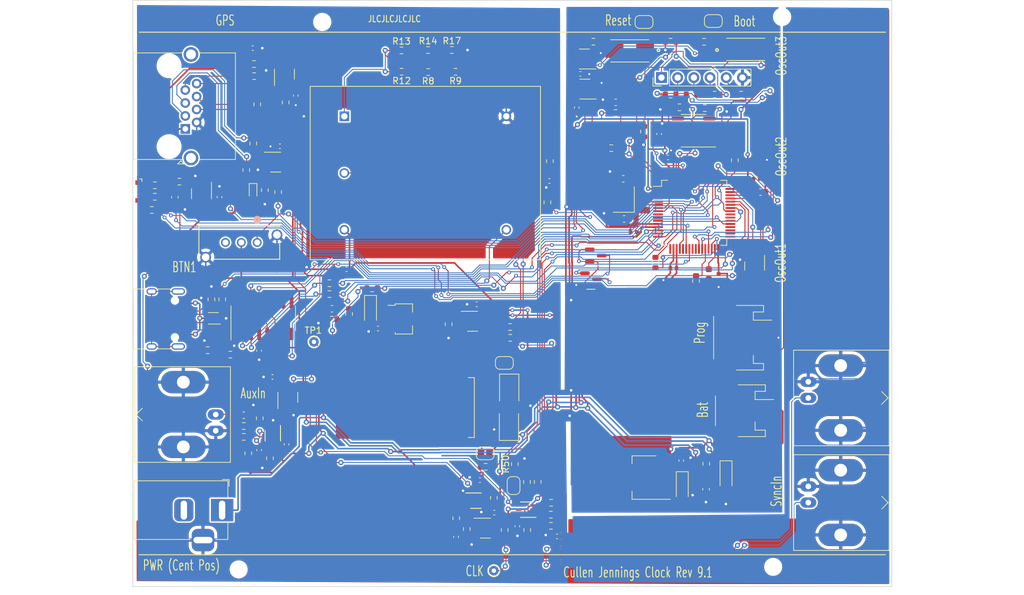
<source format=kicad_pcb>
(kicad_pcb (version 20221018) (generator pcbnew)
  (title_block (title "Clock") (date "2023-12-24") (rev "V9.1") (company "Cullen Jennings"))
  (layers (0 "F.Cu" signal) (31 "B.Cu" power) (34 "B.Paste" user) (35 "F.Paste" user) (36 "B.SilkS" user "B.Silkscreen") (37 "F.SilkS" user "F.Silkscreen") (38 "B.Mask" user) (39 "F.Mask" user) (44 "Edge.Cuts" user))
  (net 0 "")
  (net 1 "+3.3V")
  (net 2 "/HSE_OUT")
  (net 3 "/HSE_IN")
  (net 4 "+3.3VA")
  (net 5 "Net-(U8-+)")
  (net 6 "PPS_OUT")
  (net 7 "/LED3")
  (net 8 "Net-(C26-Pad1)")
  (net 9 "/AUD_OUT")
  (net 10 "Net-(U10-VCAP_1)")
  (net 11 "Net-(U10-VCAP_2)")
  (net 12 "/BOOT1")
  (net 13 "/NROW5")
  (net 14 "/LEDMR")
  (net 15 "Net-(Q1-D)")
  (net 16 "/LEDMG")
  (net 17 "/LEDMY")
  (net 18 "GND")
  (net 19 "Net-(D4-K)")
  (net 20 "/GPS_RX1H")
  (net 21 "/NCOL10")
  (net 22 "/NROW1")
  (net 23 "/NROW2")
  (net 24 "/NROW3")
  (net 25 "/NROW4")
  (net 26 "/LED4")
  (net 27 "/LED1")
  (net 28 "/LED2")
  (net 29 "/SWDIO")
  (net 30 "/SWDCLK")
  (net 31 "/LED7")
  (net 32 "/LED8")
  (net 33 "/USB_RX")
  (net 34 "/USB_TX")
  (net 35 "/SCL")
  (net 36 "/AUD_IN")
  (net 37 "/LED9")
  (net 38 "/LED10")
  (net 39 "/DB3")
  (net 40 "/SDA")
  (net 41 "/NRST")
  (net 42 "/BOOT0")
  (net 43 "Net-(Y1-VREF)")
  (net 44 "Net-(J10-In)")
  (net 45 "+5VA")
  (net 46 "+5V")
  (net 47 "/GPS_RX1")
  (net 48 "/GPS_TX1")
  (net 49 "/GPS_RX2H")
  (net 50 "Net-(J5-Pin_2)")
  (net 51 "GPS_PPS")
  (net 52 "SYNC_IN")
  (net 53 "/NCOL8")
  (net 54 "Net-(R4-Pad1)")
  (net 55 "Net-(R8-Pad1)")
  (net 56 "OSC_ADJ")
  (net 57 "Net-(R12-Pad1)")
  (net 58 "/10Mhz2.5V")
  (net 59 "/OCXO_OUT")
  (net 60 "/GPS_EN")
  (net 61 "Net-(R13-Pad2)")
  (net 62 "Net-(R14-Pad2)")
  (net 63 "Net-(U6-LE{slash}HYS)")
  (net 64 "Net-(U8-LE{slash}HYS)")
  (net 65 "Net-(R25-Pad2)")
  (net 66 "+6V")
  (net 69 "Net-(J9-In)")
  (net 70 "Net-(U6-OUT)")
  (net 72 "CLK")
  (net 73 "/NCOL7")
  (net 74 "Net-(U8-OUT)")
  (net 76 "/NCOL6")
  (net 77 "/NCOL5")
  (net 78 "/NCOL4")
  (net 79 "/NCOL3")
  (net 80 "/BTN1")
  (net 81 "AUX_GPS_PPS")
  (net 82 "/NCOL2")
  (net 83 "/Vadj")
  (net 84 "Net-(R63-Pad2)")
  (net 85 "Net-(Q9-D)")
  (net 86 "Net-(Q10-D)")
  (net 87 "Net-(J5-Pin_3)")
  (net 88 "/GPS_TX1H")
  (net 89 "/GPS_TX2H")
  (net 90 "/GPS_EXT_PPS")
  (net 91 "Net-(U6-+)")
  (net 92 "/NCOL1")
  (net 93 "/NCOL9")
  (net 94 "VBUS")
  (net 95 "Net-(J4-CC1)")
  (net 96 "Net-(J4-D+-PadA6)")
  (net 97 "Net-(J4-D--PadA7)")
  (net 99 "Net-(J4-CC2)")
  (net 101 "unconnected-(J4-SHIELD-PadS1)")
  (net 102 "Net-(U14-UD+)")
  (net 103 "Net-(U14-UD-)")
  (net 110 "/USB_DTR")
  (net 111 "/USB_RTS")
  (net 113 "Net-(JP1-A)")
  (net 114 "Net-(JP2-A)")
  (net 115 "Net-(R41-Pad1)")
  (net 116 "Net-(R42-Pad2)")
  (net 118 "Net-(U16-+)")
  (net 119 "Net-(J7-In)")
  (net 120 "Net-(U16--)")
  (net 121 "Net-(U16-LE{slash}HYS)")
  (net 122 "AUX_CLK")
  (net 123 "Net-(U16-OUT)")
  (net 126 "Net-(J5-Pin_4)")
  (net 127 "Net-(J5-Pin_5)")
  (net 128 "Net-(JP3-A)")
  (net 129 "Net-(JP4-A)")
  (net 130 "Net-(R48-Pad1)")
  (net 131 "Net-(R49-Pad2)")
  (net 132 "Net-(U14-TXD)")
  (net 133 "/MON_PPS")
  (net 134 "Net-(U14-RXD)")
  (net 135 "Net-(U10-PA0)")
  (net 136 "Net-(U10-PA15)")
  (net 137 "/AUX_MON_PPS")
  (net 138 "AUX_SYNC_IN")
  (net 139 "Net-(JP5-A)")
  (net 140 "Net-(R72-Pad1)")
  (net 141 "Net-(D5-BK)")
  (net 142 "Net-(D5-GK)")
  (net 143 "Net-(D5-RK)")
  (net 144 "Net-(R52-Pad2)")
  (footprint "Capacitor_SMD:C_0402_1005Metric" (layer "F.Cu") (at 161.523736 122.127545 180)
    (fp_text reference "C48" hide)
    (fp_text value "100n")
  )
  (footprint "Capacitor_Tantalum_SMD:CP_EIA-3528-21_Kemet-B" (layer "F.Cu") (at 153.97093 104.603704 90)
    (fp_text reference "C44" hide)
    (fp_text value "33u")
  )
  (footprint "Resistor_SMD:R_0603_1608Metric" (layer "F.Cu") (at 160.546684 118.708884)
    (fp_text reference "R25" hide)
    (fp_text value "270R")
  )
  (footprint "Resistor_SMD:R_0603_1608Metric" (layer "F.Cu") (at 113.1 109.075 -90)
    (fp_text reference "R44" hide)
    (fp_text value "1K0")
  )
  (footprint "Resistor_SMD:R_0603_1608Metric" (layer "F.Cu") (at 97.975 70.9 180)
    (fp_text reference "R70" hide)
    (fp_text value "150R")
  )
  (footprint "Capacitor_SMD:C_0603_1608Metric" (layer "F.Cu") (at 172.029623 72.30405 180)
    (fp_text reference "C29" hide)
    (fp_text value "33p" hide)
  )
  (footprint "Capacitor_SMD:C_0402_1005Metric" (layer "F.Cu") (at 173.526407 74.366391 180)
    (fp_text reference "C30" hide)
    (fp_text value "100n")
  )
  (footprint "Resistor_SMD:R_0603_1608Metric" (layer "F.Cu") (at 113.884858 60.453969 -90)
    (fp_text reference "R1" hide)
    (fp_text value "100R")
  )
  (footprint "Resistor_SMD:R_0603_1608Metric" (layer "F.Cu") (at 184.687901 54.922735 180)
    (fp_text reference "R58" hide)
    (fp_text value "1K5")
  )
  (footprint "Diode_SMD:D_SOD-523" (layer "F.Cu") (at 113.85529 68.013075 -90)
    (fp_text reference "D4" hide)
    (fp_text value "SDM20U30-7")
  )
  (footprint "Resistor_SMD:R_0603_1608Metric" (layer "F.Cu") (at 137.123484 45.861577)
    (fp_text reference "R13")
    (fp_text value "1K5")
  )
  (footprint "Package_TO_SOT_SMD:SOT-23-5" (layer "F.Cu") (at 105.765579 68.34588 -90)
    (fp_text reference "U2" hide)
    (fp_text value "SN74LVC1G14DBV" hide)
  )
  (footprint "Resistor_SMD:R_0603_1608Metric" (layer "F.Cu") (at 102.3 66.45 180)
    (fp_text reference "R4" hide)
    (fp_text value "200R")
  )
  (footprint "Resistor_SMD:R_0603_1608Metric" (layer "F.Cu") (at 145.709543 119.271641 -90)
    (fp_text reference "R19" hide)
    (fp_text value "1K0")
  )
  (footprint "Resistor_SMD:R_0603_1608Metric" (layer "F.Cu") (at 116.5 109.875 -90)
    (fp_text reference "R45" hide)
    (fp_text value "130K")
  )
  (footprint "Resistor_SMD:R_0603_1608Metric" (layer "F.Cu") (at 141.2875 45.8)
    (fp_text reference "R14")
    (fp_text value "330R")
  )
  (footprint "Package_TO_SOT_SMD:SOT-23-5" (layer "F.Cu") (at 165.798391 47.216666 180)
    (fp_text reference "U22" hide)
    (fp_text value "74LVC1G00")
  )
  (footprint "Capacitor_SMD:C_0603_1608Metric" (layer "F.Cu") (at 101.6 68.9 90)
    (fp_text reference "C4" hide)
    (fp_text value "47p")
  )
  (footprint "Resistor_SMD:R_0603_1608Metric" (layer "F.Cu") (at 137.145135 49.203535 180)
    (fp_text reference "R12")
    (fp_text value "1K5")
  )
  (footprint "Jumper:SolderJumper-2_P1.3mm_Open_RoundedPad1.0x1.5mm" (layer "F.Cu") (at 150.25 109.1)
    (fp_text reference "JP5" hide)
    (fp_text value "SolderJumper_2_Open")
  )
  (footprint "Crystal:Crystal_SMD_3225-4Pin_3.2x2.5mm" (layer "F.Cu") (at 171.976566 69.249152 90)
    (fp_text reference "Y2" hide)
    (fp_text value "16MHz " hide)
  )
  (footprint "Package_TO_SOT_SMD:SOT-666" (layer "F.Cu") (at 107.625 87.9 180)
    (fp_text reference "U15" hide)
    (fp_text value "USBLC6-2P6")
  )
  (footprint "Connector_JST:JST_PH_S3B-PH-SM4-TB_1x03-1MP_P2.00mm_Horizontal" (layer "F.Cu") (at 190.581043 90.945447 -90)
    (fp_text reference "J2" hide)
    (fp_text value "Conn_01x03")
  )
  (footprint "Resistor_SMD:R_0603_1608Metric" (layer "F.Cu") (at 154.9 110.7875 90)
    (fp_text reference "R50")
    (fp_text value "10K")
  )
  (footprint "Capacitor_Tantalum_SMD:CP_EIA-3216-18_Kemet-A" (layer "F.Cu") (at 132.266903 86.620691 -90)
    (fp_text reference "C34" hide)
    (fp_text value "10u")
  )
  (footprint "Resistor_SMD:R_0603_1608Metric" (layer "F.Cu") (at 150.325 111.2)
    (fp_text reference "R69" hide)
    (fp_text value "1K0")
  )
  (footprint "Capacitor_SMD:C_0402_1005Metric" (layer "F.Cu") (at 145.680486 122.201539 -90)
    (fp_text reference "C49" hide)
    (fp_text value "100n")
  )
  (footprint "Resistor_SMD:R_0603_1608Metric" (layer "F.Cu") (at 160 69.7 -90)
    (fp_text reference "R24" hide)
    (fp_text value "1K0")
  )
  (footprint "Resistor_SMD:R_0603_1608Metric" (layer "F.Cu") (at 167.20829 44.491065 180)
    (fp_text reference "R42" hide)
    (fp_text value "330R")
  )
  (footprint "Capacitor_Tantalum_SMD:CP_EIA-3216-18_Kemet-A" (layer "F.Cu") (at 181.147163 114.287576 -90)
    (fp_text reference "C41" hide)
    (fp_text value "10u")
  )
  (footprint "Resistor_SMD:R_0603_1608Metric" (layer "F.Cu") (at 114.9 103.6 90)
    (fp_text reference "R47" hide)
    (fp_text value "100R")
  )
  (footprint "Resistor_SMD:R_0603_1608Metric" (layer "F.Cu") (at 132.525 83.2)
    (fp_text reference "R56" hide)
    (fp_text value "1K0")
  )
  (footprint "Resistor_SMD:R_0603_1608Metric" (layer "F.Cu") (at 170.025 61.2)
    (fp_text reference "R72" hide)
    (fp_text value "1K0")
  )
  (footprint "Connector_JST:JST_PH_S2B-PH-SM4-TB_1x02-1MP_P2.00mm_Horizontal" (layer "F.Cu") (at 190.861983 102.404043 -90)
    (fp_text reference "J8" hide)
    (fp_text value "Conn_01x02" hide)
  )
  (footprint "Package_TO_SOT_SMD:SOT-23-5" (layer "F.Cu") (at 148.275247 88.362747)
    (fp_text reference "U3" hide)
    (fp_text value "SN74LVC1G14DBV" hide)
  )
  (footprint "Resistor_SMD:R_0603_1608Metric" (layer "F.Cu") (at 158.479459 113.570015 90)
    (fp_text reference "R61" hide)
    (fp_text value "1K0")
  )
  (footprint "Capacitor_SMD:C_0402_1005Metric" (layer "F.Cu") (at 179.765254 80.00703 180)
    (fp_text reference "C32" hide)
    (fp_text value "100n")
  )
  (footprint "Capacitor_Tantalum_SMD:CP_EIA-3528-21_Kemet-B" (layer "F.Cu") (at 154.012691 99.107859 -90)
    (fp_text reference "C42" hide)
    (fp_text value "33u")
  )
  (footprint "Connector_RJ:RJ45_Amphenol_RJHSE5380" (layer "F.Cu") (at 103.226294 58.178459 90)
    (fp_text reference "J1" hide)
    (fp_text value "RJ45" hide)
  )
  (footprint "Capacitor_SMD:C_0603_1608Metric" (layer "F.Cu") (at 193.408514 68.08797 180)
    (fp_text reference "C40" hide)
    (fp_text value "2u2")
  )
  (footprint "MountingHole:MountingHole_2.2mm_M2" (layer "F.Cu") (at 196.8 40.6)
    (fp_text reference "H2" hide)
    (fp_text value "M2")
  )
  (footprint "Resistor_SMD:R_0603_1608Metric" (layer "F.Cu") (at 160.397708 63.238267 90)
    (fp_text reference "R23" hide)
    (fp_text value "22K")
  )
  (footprint "Resistor_SMD:R_0603_1608Metric" (layer "F.Cu") (at 145.598923 49.213828 180)
    (fp_text reference "R9")
    (fp_text value "2R")
  )
  (footprint "blinky_footprints:SC70_DCK_TEX" (layer "F.Cu") (at 116.950001 106.32395 -90)
    (fp_text reference "U16" hide)
    (fp_text value "TLV3603DCKR")
  )
  (footprint "Capacitor_SMD:C_0402_1005Metric" (layer "F.Cu") (at 164.611579 54.82462 -90)
    (fp_text reference "C58" hide)
    (fp_text value "100n")
  )
  (footprint "Capacitor_SMD:C_0402_1005Metric" (layer "F.Cu") (at 120.55866 52.959553 -90)
    (fp_text reference "C56" hide)
    (fp_text value "100n")
  )
  (footprint "Capacitor_Tantalum_SMD:CP_EIA-3216-18_Kemet-A" (layer "F.Cu") (at 188.009145 112.575545 -90)
    (fp_text reference "C43" hide)
    (fp_text value "10u")
  )
  (footprint "blinky_footprints:SC70_DCK_TEX" (layer "F.Cu") (at 148.794839 116.516402)
    (fp_text reference "U6" hide)
    (fp_text value "TLV3603DCKR")
  )
  (footprint "Package_TO_SOT_SMD:SOT-223-3_TabPin2" (layer "F.Cu") (at 175.18485 112.892386 180)
    (fp_text reference "U11" hide)
    (fp_text value "AMS1117-3.3" hide)
  )
  (footprint "Capacitor_SMD:C_0402_1005Metric" (layer "F.Cu") (at 180.987179 110.226329 -90)
    (fp_text reference "C39" hide)
    (fp_text value "100n")
  )
  (footprint "Package_TO_SOT_SMD:SOT-23-5" (layer "F.Cu") (at 119.3 100.3 90)
    (fp_text reference "U17" hide)
    (fp_text value "SN74LVC1G14DBV")
  )
  (footprint "Resistor_SMD:R_0603_1608Metric" (layer "F.Cu") (at 112.4 104.8)
    (fp_text reference "R46" hide)
    (fp_text value "100R")
  )
  (footprint "Package_TO_SOT_SMD:SOT-23" (layer "F.Cu") (at 192.5 79.7 -90)
    (fp_text reference "Q1" hide)
    (fp_text value "2N7002")
  )
  (footprint "Resistor_SMD:R_0603_1608Metric" (layer "F.Cu") (at 145.019305 45.793289)
    (fp_text reference "R17")
    (fp_text value "20R")
  )
  (footprint "Resistor_SMD:R_0603_1608Metric" (layer "F.Cu") (at 114 48 180)
    (fp_text reference "R33" hide)
    (fp_text value "4K7")
  )
  (footprint "blinky_footprints:BNC_Amphenol_B6252HB-NPP3G-50_Horizontal-CJ" (layer "F.Cu") (at 203.407239 116.815525 -90)
    (fp_text reference "J9" hide)
    (fp_text value "KH-BNC50-3511")
  )
  (footprint "Resistor_SMD:R_0603_1608Metric" (layer "F.Cu") (at 156.8 113.574903 -90)
    (fp_text reference "R60" hide)
    (fp_text value "1K0")
  )
  (footprint "Connector_USB:USB_C_Receptacle_HRO_TYPE-C-31-M-12" (layer "F.Cu") (at 99 88 -90)
    (fp_text reference "J4" hide)
    (fp_text value "USB_C_Receptacle")
  )
  (footprint "MountingHole:MountingHole_2.2mm_M2" (layer "F.Cu") (at 195.4 126.9)
    (fp_text reference "H3" hide)
    (fp_text value "M2")
  )
  (footprint "Resistor_SMD:R_0603_1608Metric" (layer "F.Cu") (at 128.902118 87.220777 -90)
    (fp_text reference "R15" hide)
    (fp_text value "100R")
  )
  (footprint "Resistor_SMD:R_0603_1608Metric" (layer "F.Cu") (at 98.45 67.025)
    (fp_text reference "R74" hide)
    (fp_text value "47R")
  )
  (footprint "Connector_BarrelJack:BarrelJack_Horizontal" (layer "F.Cu") (at 109 118)
    (fp_text reference "J14" hide)
    (fp_text value "DC-005I-5A-2.5")
  )
  (footprint "Capacitor_SMD:C_0402_1005Metric" (layer "F.Cu") (at 177.531099 58.97375 -90)
    (fp_text reference "C47" hide)
    (fp_text value "100n")
  )
  (footprint "Resistor_SMD:R_0603_1608Metric" (layer "F.Cu") (at 179.325 52.8)
    (fp_text reference "R65" hide)
    (fp_text value "1K0")
  )
  (footprint "Connector_PinHeader_2.54mm:PinHeader_1x06_P2.54mm_Vertical" (layer "F.Cu") (at 177.885 50.125 90)
    (fp_text reference "J5" hide)
    (fp_text value "Conn_01x06_Pin")
  )
  (footprint "Resistor_SMD:R_0603_1608Metric" (layer "F.Cu") (at 170.679967 55.681887)
    (fp_text reference "R27" hide)
    (fp_text value "4K7" hide)
  )
  (footprint "Resistor_SMD:R_0603_1608Metric" (layer "F.Cu") (at 141.310984 49.252133 180)
    (fp_text reference "R8")
    (fp_text value "270R")
  )
  (footprint "Resistor_SMD:R_0603_1608Metric" (layer "F.Cu") (at 160.591774 116.845175 180)
    (fp_text reference "R22" hide)
    (fp_text value "1K0")
  )
  (footprint "Resistor_SMD:R_0603_1608Metric" (layer "F.Cu") (at 109.025 84.925 90)
    (fp_text reference "R39" hide)
    (fp_text value "1K0")
  )
  (footprint "Capacitor_SMD:C_0603_1608Metric" (layer "F.Cu") (at 184.876074 114.715056 90)
    (fp_text reference "C37" hide)
    (fp_text value "100n")
  )
  (footprint "Resistor_SMD:R_0603_1608Metric" (layer "F.Cu") (at 115.695193 67.784278 90)
    (fp_text reference "R36" hide)
    (fp_text value "4K7")
  )
  (footprint "Capacitor_SMD:C_0402_1005Metric" (layer "F.Cu") (at 118.061207 60.905621 180)
    (fp_text reference "C57" hide)
    (fp_text value "100n")
  )
  (footprint "blinky_footprints:SW_147873-2" (layer "F.Cu") (at 191.1 45.7)
    (fp_text reference "S3" hide)
    (fp_text value "147873-2")
  )
  (footprint "Capacitor_SMD:C_0402_1005Metric" (layer "F.Cu") (at 119.1 107.68 90)
    (fp_text reference "C52" hide)
    (fp_text value "100n")
  )
  (footprint "Capacitor_SMD:C_0402_1005Metric" (layer "F.Cu") (at 149.415157 113.290964 180)
    (fp_text reference "C25" hide)
    (fp_text value "100n")
  )
  (footprint "Jumper:SolderJumper-2_P1.3mm_Bridged2Bar_RoundedPad1.0x1.5mm" (layer "F.Cu") (at 186.015897 41.254488)
    (fp_text reference "JP2" hide)
    (fp_text value "SolderJumper_2_Bridged")
  )
  (footprint "Package_SO:SOIC-8_3.9x4.9mm_P1.27mm" (layer "F.Cu") (at 182.924657 58.463107 180)
    (fp_text reference "U13" hide)
    (fp_text value "M24C02-RMN")
  )
  (footprint "Package_QFP:LQFP-64_10x10mm_P0.5mm" (layer "F.Cu") (at 183.015261 71.341385)
    (fp_text reference "U10" hide)
    (fp_text value "STM32F405RGTx" hide)
  )
  (footprint "Resistor_SMD:R_0603_1608Metric" (layer "F.Cu") (at 144.510715 88.821532 -90)
    (fp_text reference "R5" hide)
    (fp_text value "1K0")
  )
  (footprint "Resistor_SMD:R_0603_1608Metric" (layer "F.Cu") (at 186.225 52.8 180)
    (fp_text reference "R66" hide)
    (fp_text value "1K0")
  )
  (footprint "blinky_footprints:LED_RGB_MHS110FRGBCT" (layer "F.Cu") (at 95.25 68 -90)
    (fp_text reference "D5" hide)
    (fp_text value "LED_ABGR")
  )
  (footprint "Resistor_SMD:R_0603_1608Metric" (layer "F.Cu") (at 176.945154 79.157954 -90)
    (fp_text reference "R54" hide)
    (fp_text value "1K0")
  )
  (footprint "Capacitor_SMD:C_0402_1005Metric" (layer "F.Cu") (at 178.918971 62.656294)
    (fp_text reference "C31" hide)
    (fp_text value "100n")
  )
  (footprint "Resistor_SMD:R_0603_1608Metric" (layer "F.Cu") (at 112.789975 64.641055 90)
    (fp_text reference "R35" hide)
    (fp_text value "2K2")
  )
  (footprint "Resistor_SMD:R_0603_1608Metric" (layer "F.Cu") (at 151.605604 116.060027 -90)
    (fp_text reference "R18" hide)
    (fp_text value "130K")
  )
  (footprint "Resistor_SMD:R_0603_1608Metric" (layer "F.Cu") (at 182.6 52.8)
    (fp_text reference "R67" hide)
    (fp_text value "1K0")
  )
  (footprint "Capacitor_SMD:C_0402_1005Metric" (layer "F.Cu") (at 151.670491 118.38184 180)
    (fp_text reference "C46" hide)
    (fp_text value "100n")
  )
  (footprint "Resistor_SMD:R_0603_1608Metric" (layer "F.Cu") (at 98.45 68.825 180)
    (fp_text reference "R73" hide)
    (fp_text value "47R")
  )
  (footprint "Package_TO_SOT_SMD:SOT-23-5" (layer "F.Cu") (at 165.882818 51.936889 180)
    (fp_text reference "U21" hide)
    (fp_text value "74LVC1G86")
  )
  (footprint "Resistor_SMD:R_0603_1608Metric" (layer "F.Cu") (at 126.194719 88.126059 180)
    (fp_text reference "R16" hide)
    (fp_text value "100R")
  )
  (footprint "Capacitor_SMD:C_0603_1608Metric" (layer "F.Cu") (at 171.898597 66.011953)
    (fp_text reference "C28" hide)
    (fp_text value "33p" hide)
  )
  (footprint "Package_TO_SOT_SMD:SOT-23" (layer "F.Cu") (at 166.825 81.775)
    (fp_text reference "Q10" hide)
    (fp_text value "2N7002")
  )
  (footprint "Jumper:SolderJumper-2_P1.3mm_Bridged2Bar_RoundedPad1.0x1.5mm" (layer "F.Cu") (at 175.15 41.4)
    (fp_text reference "JP1" hide)
    (fp_text value "SolderJumper_2_Bridged")
  )
  (footprint "Resistor_SMD:R_0603_1608Metric" (layer "F.Cu") (at 110.3 93.6)
    (fp_text reference "R71" hide)
    (fp_text value "1K0")
  )
  (footprint "blinky_footprints:DPAK172P1054X200-6N" (layer "F.Cu") (at 144.958532 101.9 180)
    (fp_text reference "U12" hide)
    (fp_text value "BA50DD0WHFP-TR")
  )
  (footprint "blinky_footprints:SC70_DCK_TEX" (layer "F.Cu") (at 156.618042 117.926602 180)
    (fp_text reference "U8" hide)
    (fp_text value "TLV3603DCKR")
  )
  (footprint "Package_TO_SOT_SMD:SOT-89-3" (layer "F.Cu") (at 137.5 88)
    (fp_text reference "U9" hide)
    (fp_text value "L78L05_SOT89" hide)
  )
  (footprint "MountingHole:MountingHole_2.2mm_M2" (layer "F.Cu") (at 111.6 127.3)
    (fp_text reference "H4" hide)
    (fp_text value "M2")
  )
  (footprint "Resistor_SMD:R_0603_1608Metric" (layer "F.Cu") (at 179.325 44.5)
    (fp_text reference "R40" hide)
    (fp_text value "4K7")
  )
  (footprint "Resistor_SMD:R_0603_1608Metric" (layer "F.Cu") (at 180.712605 54.793116 180)
    (fp_text reference "R59" hide)
    (fp_text value "1K5")
  )
  (footprint "blinky_footprints:SW_147873-2" (layer "F.Cu") (at 172.92064 45.934682 180)
    (fp_text reference "S1" hide)
    (fp_text value "147873-2")
  )
  (footprint "blinky_footprints:XTAL_AOCJY4A-10.000MHZ-SW" (layer "F.Cu") (at 140.8625 65.1)
    (fp_text reference "Y1" hide)
    (fp_text value "AOCJY4A-10.000MHZ-SW")
  )
  (footprint "Resistor_SMD:R_0603_1608Metric" (layer "F.Cu") (at 112.4 106.5)
    (fp_text reference "R43" hide)
    (fp_text value "1K0")
  )
  (footprint "Resistor_SMD:R_0603_1608Metric" (layer "F.Cu") (at 117.782878 68.089329 90)
    (fp_text reference "R52" hide)
    (fp_text value "1K0")
  )
  (footprint "Capacitor_SMD:C_0603_1608Metric" (layer "F.Cu") (at 185.306869 80.975492 90)
    (fp_text reference "C35" hide)
    (fp_text value "2u2")
  )
  (footprint "Capacitor_SMD:C_0603_1608Metric" (layer "F.Cu") (at 112.4 103.1)
    (fp_text reference "C54" hide)
    (fp_text value "100n")
  )
  (footprint "Capacitor_SMD:C_0402_1005Metric" (layer "F.Cu") (at 108.59247 68.890324 90)
    (fp_text reference "C11" hide)
    (fp_text value "100n" hide)
  )
  (footprint "Capacitor_SMD:C_0402_1005Metric" (layer "F.Cu") (at 148.92 85.690812 180)
    (fp_text reference "C9" hide)
    (fp_text value "100n" hide)
  )
  (footprint "Package_TO_SOT_SMD:SOT-23-5" (layer "F.Cu") (at 118.768639 49.578717 90)
    (fp_text reference "U19" hide)
    (fp_text value "SN74LVC1G14DBV" hide)
  )
  (footprint "Capacitor_SMD:C_0402_1005Metric" (layer "F.Cu") (at 155.288755 120.528871 -90)
    (fp_text reference "C45" hide)
    (fp_text value "100n")
  )
  (footprint "Package_TO_SOT_SMD:SOT-23-5" (layer "F.Cu") (at 117.410462 63.392636)
    (fp_text reference "U20" hide)
    (fp_text value "SN74LVC1G14DBV" hide)
  )
  (footprint "Resistor_SMD:R_0603_1608Metric" (layer "F.Cu") (at 106.725 92.9)
    (fp_text reference "R37" hide)
    (fp_text value "5k1")
  )
  (footprint "Capacitor_SMD:C_0402_1005Metric" (layer "F.Cu") (at 128.5 80.2 180)
    (fp_text reference "C18" hide)
    (fp_text value "100n" hide)
  )
  (footprint "Resistor_SMD:R_0603_1608Metric" (layer "F.Cu") (at 114.025 49.9 180)
    (fp_text reference "R34" hide)
    (fp_text value "4K7")
  )
  (footprint "Resistor_SMD:R_0603_1608Metric" (layer "F.Cu") (at 154.150247 89.262747 180)
    (fp_text reference "R63" hide)
    (fp_text value "1K0")
  )
  (footprint "blinky_footprints:BNC_Amphenol_B6252HB-NPP3G-50_Horizontal-CJ" (layer "F.Cu") (at 203.407239 100.397963 -90)
    (fp_text reference "J10" hide)
    (fp_text value "KH-BNC50-3511")
  )
  (footprint "Jumper:SolderJumper-2_P1.3mm_Bridged2Bar_RoundedPad1.0x1.5mm" (layer "F.Cu") (at 153.25 94.9)
    (fp_text reference "JP4" hide)
    (fp_text value "SolderJumper_2_Bridged")
  )
  (footprint "Capacitor_SMD:C_0402_1005Metric" (layer "F.Cu") (at 116.9 97.1 180)
    (fp_text reference "C53" hide)
    (fp_text value "100n")
  )
  (footprint "Resistor_SMD:R_0603_1608Metric" (layer "F.Cu") (at 189.396305 63.093261 -90)
    (fp_text reference "R62" hide)
    (fp_text value "1K0")
  )
  (footprint "Resistor_SMD:R_0603_1608Metric" (layer "F.Cu") (at 175.146386 58.603834 -90)
    (fp_text reference "R28" hide)
    (fp_text value "4K7" hide)
  )
  (footprint "Resistor_SMD:R_0603_1608Metric" (layer "F.Cu") (at 118.964422 54.02638 90)
    (fp_text reference "R49" hide)
    (fp_text value "1K0")
  )
  (footprint "Capacitor_SMD:C_0603_1608Metric" (layer "F.Cu") (at 126.225 86.4)
    (fp_text reference "C24" hide)
    (fp_text value "100n" hide)
  )
  (footprint "Resistor_SMD:R_0603_1608Metric" (layer "F.Cu") (at 160.561714 120.467384 180)
    (fp_text reference "R26" hide)
    (fp_text value "22R0")
  )
  (footprint "Capacitor_SMD:C_0603_1608Metric" (layer "F.Cu") (at 170.714945 54.016308 180)
    (fp_text reference "C27" hide)
    (fp_text value "100n" hide)
  )
  (footprint "Resistor_SMD:R_0603_1608Metric" (layer "F.Cu") (at 156.840157 121.115759 -90)
    (fp_text reference "R21" hide)
    (fp_text value "130K")
  )
  (footprint "Resistor_SMD:R_0603_1608Metric" (layer "F.Cu") (at 183.306125 82.05023 90)
    (fp_text reference "R32" hide)
    (fp_text value "4K7")
  )
  (footprint "Package_SO:SOIC-16_3.9x9.9mm_P1.27mm" (layer "F.Cu") (at 115.445 87.875 90)
    (fp_text reference "U14" hide)
    (fp_text value "CH340C")
  )
  (footprint "Resistor_SMD:R_0603_1608Metric" (layer "F.Cu") (at 190.375 52.8 180)
    (fp_text reference "R68" hide)
    (fp_text value "1K0")
  )
  (footprint "Capacitor_SMD:C_0402_1005Metric" (layer "F.Cu") (at 114.8 92.98 -90)
    (fp_text reference "C50" hide)
    (fp_text value "100n")
  )
  (footprint "TestPoint:TestPoint_THTPad_D1.5mm_Drill0.7mm" (layer "F.Cu") (at 151.6 127.5 90)
    (fp_text reference "TP10" hide)
    (fp_text value "~")
  )
  (footprint "Capacitor_SMD:C_0402_1005Metric" (layer "F.Cu") (at 113.8 45.5)
    (fp_text reference "C1" hide)
    (fp_text value "100n" hide)
  )
  (footprint "Resistor_SMD:R_0603_1608Metric" (layer "F.Cu") (at 184.575062 44.51073)
    (fp_text reference "R41" hide)
    (fp_text value "330R")
  )
  (footprint "Capacitor_SMD:C_0402_1005Metric" (layer "F.Cu") (at 186.844757 81.396838 -90)
    (fp_text reference "C36" hide)
    (fp_text value "100n")
  )
  (footprint "Capacitor_SMD:C_0402_1005Metric" (layer "F.Cu") (at 165.164187 49.541452)
    (fp_text reference "C59" hide)
    (fp_text value "100n")
  )
  (footprint "blinky_footprints:LC1258OASP" (layer "F.Cu") (at 114.5 76 -90)
    (fp_text reference "SW1" hide)
    (fp_text value "LC1258OASP")
  )
  (footprint "Capacitor_SMD:C_0402_1005Metric" (layer "F.Cu") (at 133.436234 89.505715)
    (fp_text reference "C33" hide)
    (fp_text value "100n")
  )
  (footprint "MountingHole:MountingHole_2.2mm_M2" (layer "F.Cu") (at 124.7 41.4)
    (fp_text reference "H1" hide)
    (fp_text value "M2")
  )
  (footprint "Resistor_SMD:R_0603_1608Metric" (layer "F.Cu") (at 184.910041 110.722087 -90)
    (fp_text reference "FB1" hide)
    (fp_text value "120Ω@100MHz " hide)
  )
  (footprint "Package_TO_SOT_SMD:SOT-23-5" (layer "F.Cu") (at 150.282351 120.831251)
    (fp_text reference "U7" hide)
    (fp_text value "SN74LVC1G14DBV")
  )
  (footprint "Resistor_SMD:R_0603_1608Metric" (layer "F.Cu") (at 154.184693 90.962083 180)
    (fp_text reference "R64" hide)
    (fp_text value "1K0")
  )
  (footprint "Resistor_SMD:R_0603_1608Metric" (layer "F.Cu") (at 107.325 84.925 -90)
    (fp_text reference "R38" hide)
    (fp_text value "5k1")
  )
  (footprint "Resistor_SMD:R_0603_1608Metric" (layer "F.Cu") (at 153.3 121.125 90)
    (fp_text reference "R57" hide)
    (fp_text value "1K0")
  )
  (footprint "Capacitor_SMD:C_0402_1005Metric" (layer "F.Cu") (at 192.813045 65.999424)
    (fp_text reference "C38" hide)
    (fp_text value "100n")
  )
  (footprint "Resistor_SMD:R_0603_1608Metric" (layer "F.Cu") (at 147.36205 120.964454 -90)
    (fp_text reference "R20" hide)
    (fp_text value "1K0")
  )
  (footprint "blinky_footprints:BNC_Amphenol_B6252HB-NPP3G-50_Horizontal-CJ" (layer "F.Cu") (at 105.5 103 90)
    (fp_text reference "J7" hide)
    (fp_text value "KH-BNC50-3511")
  )
  (footprint "Package_TO_SOT_SMD:SOT-23" (layer "F.Cu") (at 167.578346 78.04956)
    (fp_text reference "Q9" hide)
    (fp_text value "2N7002")
  )
  (footprint "Jumper:SolderJumper-2_P1.3mm_Bridged2Bar_RoundedPad1.0x1.5mm" (layer "F.Cu") (at 154.7 114.15 -90)
    (fp_text reference "JP3" hide)
    (fp_text value "SolderJumper_2_Bridged")
  )
  (footprint "Capacitor_SMD:C_0402_1005Metric" (layer "F.Cu") (at 160.319793 66.341636 180)
    (fp_text reference "C26" hide)
    (fp_text value "100n")
  )
  (footprint "Capacitor_SMD:C_0402_1005Metric" (layer "F.Cu") (at 114.8 108.58 -90)
    (fp_text reference "C51" hide)
    (fp_text value "100n")
  )
  (footprint "TestPoint:TestPoint_THTPad_D1.5mm_Drill0.7mm" (layer "F.Cu") (at 123.4 91.6)
    (fp_text reference "TP1")
    (fp_text value "~")
  )
  (footprint "Resistor_SMD:R_0603_1608Metric" (layer "F.Cu") (at 114.507746 54.338892 -90)
    (fp_text reference "R48" hide)
    (fp_text value "270R" hide)
  )
  (footprint "Resistor_SMD:R_0603_1608Metric" (layer "F.Cu") (at 125.825 84.1 180)
    (fp_text reference "R55" hide)
    (fp_text value "1K0")
  )
  (footprint "Resistor_SMD:R_0603_1608Metric" (layer "F.Cu") (at 125.825 82.4)
    (fp_text reference "R51" hide)
    (fp_text value "1K0")
  )
  (gr_line locked (start 96 43) (end 213 43) (stroke (width 0.15)) (layer "F.SilkS"))
  (gr_line (start 96 125) (end 213 125) (stroke (width 0.15)) (layer "F.SilkS"))
  (gr_line (start 214 130) (end 95 130) (stroke (width 0.1)) (layer "Edge.Cuts"))
  (gr_line (start 95 38) (end 214 38) (stroke (width 0.1)) (layer "Edge.Cuts"))
  (gr_line (start 214 38) (end 214 130) (stroke (width 0.1)) (layer "Edge.Cuts"))
  (gr_line (start 95 38) (end 95 130) (stroke (width 0.1)) (layer "Edge.Cuts"))
  (gr_text "Cullen Jennings Clock Rev 9.1	\n" (at 162.4 128.7) (layer "F.SilkS") (effects (font (size 1.6 1)) (justify left bottom)))
  (gr_text "CLK" (at 147.1 128.5) (layer "F.SilkS") (effects (font (size 1.6 1)) (justify left bottom)))
  (gr_text "Prog" (at 184.817696 91.985452 90) (layer "F.SilkS") (effects (font (size 1.6 1)) (justify left bottom)))
  (gr_text "OscOut3" (at 197.6 49.9 90) (layer "F.SilkS") (effects (font (size 1.6 1)) (justify left bottom)))
  (gr_text "PWR (Cent Pos)" (at 96.5 127.6) (layer "F.SilkS") (effects (font (size 1.6 1)) (justify left bottom)))
  (gr_text "OscOut2" (at 197.6 65.7 90) (layer "F.SilkS") (effects (font (size 1.6 1)) (justify left bottom)))
  (gr_text "JLCJLCJLCJLC" (at 131.8 41.5) (layer "F.SilkS") (effects (font (size 1 0.8)) (justify left bottom)))
  (gr_text "SyncIn" (at 196.837516 117.553162 90) (layer "F.SilkS") (effects (font (size 1.6 1)) (justify left bottom)))
  (gr_text "Bat" (at 185.292317 103.612068 90) (layer "F.SilkS") (effects (font (size 1.6 1)) (justify left bottom)))
  (gr_text "BTN1" (at 101.1 80.8) (layer "F.SilkS") (effects (font (size 1.6 1)) (justify left bottom)))
  (gr_text "GPS" (at 107.9 42.1) (layer "F.SilkS") (effects (font (size 1.6 1)) (justify left bottom)))
  (gr_text "OscOut1" (at 197.5 82.4 90) (layer "F.SilkS") (effects (font (size 1.6 1)) (justify left bottom)))
  (gr_text "Reset" (at 168.953363 42.084098) (layer "F.SilkS") (effects (font (size 1.6 1)) (justify left bottom)))
  (gr_text "AuxIn" (at 111.8 100.6) (layer "F.SilkS") (effects (font (size 1.6 1)) (justify left bottom)))
  (gr_text "Boot" (at 189.114206 42.233204) (layer "F.SilkS") (effects (font (size 1.6 1)) (justify left bottom)))
  (segment (start 111 81.6) (end 112 81.6) (width 0.25) (layer "F.Cu") (net 1))
  (segment (start 172.63213 83.214572) (end 177.838338 83.214572) (width 0.25) (layer "F.Cu") (net 1))
  (segment (start 163.898859 49.590775) (end 164.634864 49.590775) (width 0.25) (layer "F.Cu") (net 1))
  (segment (start 121.725 93.375) (end 121.75 93.35) (width 0.25) (layer "F.Cu") (net 1))
  (segment (start 118.35 97.1) (end 117.38 97.1) (width 0.25) (layer "F.Cu") (net 1))
  (segment (start 165.45 84.433446) (end 166.162648 83.720798) (width 0.25) (layer "F.Cu") (net 1))
  (segment (start 119.1 96) (end 121.75 93.35) (width 0.25) (layer "F.Cu") (net 1))
  (segment (start 166.316138 101.146936) (end 166.011548 100.842346) (width 0.25) (layer "F.Cu") (net 1))
  (segment (start 178.33485 112.892386) (end 181.101973 112.892386) (width 0.25) (layer "F.Cu") (net 1))
  (segment (start 191.440403 67.127409) (end 191.429598 67.116604) (width 0.25) (layer "F.Cu") (net 1))
  (segment (start 163.774086 70.976405) (end 163.774086 58.454982) (width 0.25) (layer "F.Cu") (net 1))
  (segment (start 106.715579 69.48338) (end 106.731012 69.498813) (width 0.25) (layer "F.Cu") (net 1))
  (segment (start 164.489994 101.860181) (end 164.489994 84.789994) (width 0.25) (layer "F.Cu") (net 1))
  (segment (start 121.1 83.765686) (end 119.317157 81.982843) (width 0.25) (layer "F.Cu") (net 1))
  (segment (start 178.664043 59.596029) (end 178.372426 59.887645) (width 0.25) (layer "F.Cu") (net 1))
  (segment (start 178.415626 62.632949) (end 178.438971 62.656294) (width 0.25) (layer "F.Cu") (net 1))
  (segment (start 164.684187 49.541452) (end 164.684187 48.189962) (width 0.25) (layer "F.Cu") (net 1))
  (segment (start 163.82315 71.025469) (end 163.774086 70.976405) (width 0.25) (layer "F.Cu") (net 1))
  (segment (start 118.547962 60.912376) (end 118.541207 60.905621) (width 0.25) (layer "F.Cu") (net 1))
  (segment (start 154.512747 87.412747) (end 154.525 87.425) (width 0.25) (layer "F.Cu") (net 1))
  (segment (start 179.936157 83.665263) (end 187.124352 83.665263) (width 0.25) (layer "F.Cu") (net 1))
  (segment (start 182.583516 112.944194) (end 183.258896 112.268814) (width 0.25) (layer "F.Cu") (net 1))
  (segment (start 163.4 79.225109) (end 163.4 72.049229) (width 0.25) (layer "F.Cu") (net 1))
  (segment (start 110.917296 71.387299) (end 107.068311 71.387299) (width 0.25) (layer "F.Cu") (net 1))
  (segment (start 149.4 87.4) (end 149.412747 87.412747) (width 0.25) (layer "F.Cu") (net 1))
  (segment (start 191.44315 65.999424) (end 191.429598 65.985872) (width 0.25) (layer "F.Cu") (net 1))
  (segment (start 178.545204 82.507706) (end 180.245254 80.807656) (width 0.25) (layer "F.Cu") (net 1))
  (segment (start 194.8 50.683257) (end 190.35607 55.127187) (width 0.25) (layer "F.Cu") (net 1))
  (segment (start 106.715579 69.48338) (end 108.479414 69.48338) (width 0.15) (layer "F.Cu") (net 1))
  (segment (start 178.438971 62.656294) (end 178.438971 63.526484) (width 0.25) (layer "F.Cu") (net 1))
  (segment (start 181.537605 54.793116) (end 182.524134 54.793116) (width 0.15) (layer "F.Cu") (net 1))
  (segment (start 151.521167 119.779935) (end 151.419851 119.881251) (width 0.15) (layer "F.Cu") (net 1))
  (segment (start 186.87952 54.922735) (end 185.512901 54.922735) (width 0.15) (layer "F.Cu") (net 1))
  (segment (start 191.398543 62.17941) (end 191.429598 62.210465) (width 0.25) (layer "F.Cu") (net 1))
  (segment (start 188.690261 67.591385) (end 190.976427 67.591385) (width 0.25) (layer "F.Cu") (net 1))
  (segment (start 96.55 64.875) (end 109.669974 64.875) (width 0.25) (layer "F.Cu") (net 1))
  (segment (start 180.265261 77.016385) (end 180.265261 79.232063) (width 0.25) (layer "F.Cu") (net 1))
  (segment (start 187.124352 83.665263) (end 188.206847 82.582768) (width 0.25) (layer "F.Cu") (net 1))
  (segment (start 102.0108 78.8108) (end 104.8 81.6) (width 0.25) (layer "F.Cu") (net 1))
  (segment (start 152.150491 118.38184) (end 152.150491 118.878668) (width 0.15) (layer "F.Cu") (net 1))
  (segment (start 106.731012 71.279788) (end 102.0108 76) (width 0.25) (layer "F.Cu") (net 1))
  (segment (start 188.206847 82.582768) (end 188.206847 80.879475) (width 0.25) (layer "F.Cu") (net 1))
  (segment (start 166.011548 100.842346) (end 166.011548 100.815818) (width 0.25) (layer "F.Cu") (net 1))
  (segment (start 188.206847 80.879475) (end 186.88212 80.879475) (width 0.25) (layer "F.Cu") (net 1))
  (segment (start 112 81.6) (end 118.934314 81.6) (width 0.25) (layer "F.Cu") (net 1))
  (segment (start 108.479414 69.48338) (end 108.59247 69.370324) (width 0.15) (layer "F.Cu") (net 1))
  (segment (start 121.1 92.6) (end 121.1 83.765686) (width 0.25) (layer "F.Cu") (net 1))
  (segment (start 163.774086 58.454982) (end 164.718467 57.510601) (width 0.25) (layer "F.Cu") (net 1))
  (segment (start 121.1 92.7) (end 121.75 93.35) (width 0.25) (layer "F.Cu") (net 1))
  (segment (start 121.725 101.425) (end 121.725 93.375) (width 0.25) (layer "F.Cu") (net 1))
  (segment (start 178.372426 59.887645) (end 178.415626 59.930845) (width 0.25) (layer "F.Cu") (net 1))
  (segment (start 152.6 118.26814) (end 152.711937 118.380077) (width 0.25) (layer "F.Cu") (net 1))
  (segment (start 114.8 92.5) (end 121 92.5) (width 0.25) (layer "F.Cu") (net 1))
  (segment (start 163.82315 71.626079) (end 163.82315 71.025469) (width 0.25) (layer "F.Cu") (net 1))
  (segment (start 183.27109 109.897087) (end 183.258896 109.884893) (width 0.25) (layer "F.Cu") (net 1))
  (segment (start 178.521764 59.45375) (end 178.664043 59.596029) (width 0.25) (layer "F.Cu") (net 1))
  (segment (start 163.774086 54.407326) (end 163.836792 54.34462) (width 0.25) (layer "F.Cu") (net 1))
  (segment (start 118.35 97.1) (end 118.35 96) (width 0.25) (layer "F.Cu") (net 1))
  (segment (start 119.317157 81.982843) (end 120.090324 81.209676) (width 0.25) (layer "F.Cu") (net 1))
  (segment (start 178.415626 60.30369) (end 178.415626 61.557487) (width 0.25) (layer "F.Cu") (net 1))
  (segment (start 186.88212 80.879475) (end 186.844757 80.916838) (width 0.25) (layer "F.Cu") (net 1))
  (segment (start 181.147163 112.937576) (end 181.153781 112.944194) (width 0.25) (layer "F.Cu") (net 1))
  (segment (start 161.38468 101.60918) (end 161.38468 87.425) (width 0.25) (layer "F.Cu") (net 1))
  (segment (start 182.524134 54.793116) (end 182.808205 55.077187) (width 0.15) (layer "F.Cu") (net 1))
  (segment (start 163.45093 50.038704) (end 163.898859 49.590775) (width 0.25) (layer "F.Cu") (net 1))
  (segment (start 164.489994 84.789994) (end 163.475 83.775) (width 0.25) (layer "F.Cu") (net 1))
  (segment (start 161.35968 87.4) (end 161.38468 87.425) (width 0.25) (layer "F.Cu") (net 1))
  (segment (start 106.731012 69.498813) (end 106.731012 71.05) (width 0.25) (layer "F.Cu") (net 1))
  (segment (start 166.316138 102.009896) (end 166.316138 101.146936) (width 0.25) (layer "F.Cu") (net 1))
  (segment (start 181.101973 112.892386) (end 181.147163 112.937576) (width 0.25) (layer "F.Cu") (net 1))
  (segment (start 172.125904 83.720798) (end 172.63213 83.214572) (width 0.25) (layer "F.Cu") (net 1))
  (segment (start 164.450175 101.9) (end 164.489994 101.860181) (width 0.25) (layer "F.Cu") (net 1))
  (segment (start 194.5 48.2) (end 193.5 48.2) (width 0.25) (layer "F.Cu") (net 1))
  (segment (start 149.4 85.690812) (end 149.4 87.4) (width 0.25) (layer "F.Cu") (net 1))
  (segment (start 180.245254 79.25207) (end 180.265261 79.232063) (width 0.25) (layer "F.Cu") (net 1))
  (segment (start 118.35 99.1625) (end 118.35 97.1) (width 0.25) (layer "F.Cu") (net 1))
  (segment (start 178.438971 63.526484) (end 179.275718 64.363231) (width 0.25) (layer "F.Cu") (net 1))
  (segment (start 163.45093 54.08417) (end 163.45093 50.038704) (width 0.25) (layer "F.Cu") (net 1))
  (segment (start 180.245254 80.00703) (end 180.245254 79.25207) (width 0.25) (layer "F.Cu") (net 1))
  (segment (start 183.258896 108.947033) (end 183.258896 109.884893) (width 0.25) (layer "F.Cu") (net 1))
  (segment (start 172.03485 112.892386) (end 178.33485 112.892386) (width 0.25) (layer "F.Cu") (net 1))
  (segment (start 175.826246 67.591385) (end 175.791979 67.557118) (width 0.25) (layer "F.Cu") (net 1))
  (segment (start 122.2 101.9) (end 121.725 101.425) (width 0.25) (layer "F.Cu") (net 1))
  (segment (start 112.0108 81.5892) (end 112 81.6) (width 0.25) (layer "F.Cu") (net 1))
  (segment (start 190.976427 67.591385) (end 191.440403 67.127409) (width 0.25) (layer "F.Cu") (net 1))
  (segment (start 177.838338 83.214572) (end 178.545204 82.507706) (width 0.25) (layer "F.Cu") (net 1))
  (segment (start 180.38524 60.30369) (end 180.449657 60.368107) (width 0.25) (layer "F.Cu") (net 1))
  (segment (start 194.8 48.5) (end 194.8 50.683257) (width 0.25) (layer "F.Cu") (net 1))
  (segment (start 152.501577 111.9) (end 152.6 111.998423) (width 0.25) (layer "F.Cu") (net 1))
  (segment (start 163.475 79.300109) (end 163.4 79.225109) (width 0.25) (layer "F.Cu") (net 1))
  (segment (start 163.774086 58.454982) (end 163.774086 54.407326) (width 0.25) (layer "F.Cu") (net 1))
  (segment (start 191.429598 62.210465) (end 191.429598 65.985872) (width 0.25) (layer "F.Cu") (net 1))
  (segment (start 191.429598 65.985872) (end 191.429598 67.116604) (width 0.25) (layer "F.Cu") (net 1))
  (segment (start 179.275718 64.363231) (end 179.265261 64.373688) (width 0.25) (layer "F.Cu") (net 1))
  (segment (start 152.6 111.998423) (end 152.6 118.26814) (width 0.25) (layer "F.Cu") (net 1))
  (segment (start 102.0108 76) (end 102.0108 78.8108) (width 0.25) (layer "F.Cu") (net 1))
  (segment (start 164.611579 54.34462) (end 164.611579 53.801025) (width 0.25) (layer "F.Cu") (net 1))
  (segment (start 163.4 72.049229) (end 163.82315 71.626079) (width 0.25) (layer "F.Cu") (net 1))
  (segment (start 152.710174 118.38184) (end 152.150491 118.38184) (width 0.25) (layer "F.Cu") (net 1))
  (segment (start 111 85.4) (end 111 81.6) (width 0.25) (layer "F.Cu") (net 1))
  (segment (start 181.153781 112.944194) (end 182.583516 112.944194) (width 0.25) (layer "F.Cu") (net 1))
  (segment (start 177.340261 67.591385) (end 175.826246 67.591385) (width 0.25) (layer "F.Cu") (net 1))
  (segment (start 151.470535 119.830567) (end 151.419851 119.881251) (width 0.15) (layer "F.Cu") (net 1))
  (segment (start 166.162648 83.720798) (end 172.125904 83.720798) (width 0.25) (layer "F.Cu") (net 1))
  (segment (start 178.415626 59.930845) (end 178.415626 60.30369) (width 0.25) (layer "F.Cu") (net 1))
  (segment (start 161.6 101.8245) (end 161.38468 101.60918) (width 0.25) (layer "F.Cu") (net 1))
  (segment (start 107.068311 71.387299) (end 106.731012 71.05) (width 0.25) (layer "F.Cu") (net 1))
  (segment (start 163.774086 54.407326) (end 163.45093 54.08417) (width 0.25) (layer "F.Cu") (net 1))
  (segment (start 104.8 81.6) (end 111 81.6) (width 0.25) (layer "F.Cu") (net 1))
  (segment (start 163.475 83.775) (end 163.475 79.300109) (width 0.25) (layer "F.Cu") (net 1))
  (segment (start 163.836792 54.34462) (end 164.611579 54.34462) (width 0.25) (layer "F.Cu") (net 1))
  (segment (start 186.844757 79.250895) (end 186.844757 80.621838) (width 0.25) (layer "F.Cu") (net 1))
  (segment (start 95.8 66.6) (end 95.8 65.625) (width 0.25) (layer "F.Cu") (net 1))
  (segment (start 192.333045 65.999424) (end 191.44315 65.999424) (width 0.25) (layer "F.Cu") (net 1))
  (segment (start 194.8 48.5) (end 194.5 48.2) (width 0.25) (layer "F.Cu") (net 1))
  (segment (start 152.434629 119.162806) (end 152.434629 119.830567) (width 0.15) (layer "F.Cu") (net 1))
  (segment (start 121 92.5) (end 121.1 92.6) (width 0.25) (layer "F.Cu") (net 1))
  (segment (start 177.531099 59.45375) (end 178.521764 59.45375) (width 0.25) (layer "F.Cu") (net 1))
  (segment (start 166.011548 100.815818) (end 165.45 100.25427) (width 0.25) (layer "F.Cu") (net 1))
  (segment (start 152.150491 118.878668) (end 152.434629 119.162806) (width 0.15) (layer "F.Cu") (net 1))
  (segment (start 186.765261 79.171399) (end 186.844757 79.250895) (width 0.25) (layer "F.Cu") (net 1))
  (segment (start 152.434629 119.830567) (end 151.470535 119.830567) (width 0.15) (layer "F.Cu") (net 1))
  (segment (start 178.7786 82.507706) (end 179.936157 83.665263) (width 0.25) (layer "F.Cu") (net 1))
  (segment (start 114.8 92.5) (end 114.8 90.36) (width 0.25) (layer "F.Cu") (net 1))
  (segment (start 187.033972 55.077187) (end 186.87952 54.922735) (width 0.15) (layer "F.Cu") (net 1))
  (segment (start 164.634864 49.590775) (end 164.684187 49.541452) (width 0.25) (layer "F.Cu") (net 1))
  (segment (start 114.8 90.36) (end 114.81 90.35) (width 0.25) (layer "F.Cu") (net 1))
  (segment (start 120.090324 81.209676) (end 120.090324 62.493407) (width 0.25) (layer "F.Cu") (net 1))
  (segment (start 121.1 92.6) (end 121.1 92.7) (width 0.25) (layer "F.Cu") (net 1))
  (segment (start 118.598733 62.493407) (end 118.547962 62.442636) (width 0.25) (layer "F.Cu") (net 1))
  (segment (start 168.523839 55.681887) (end 168.502988 55.702738) (width 0.15) (layer "F.Cu") (net 1))
  (segment (start 112.0108 76) (end 112.0108 81.5892) (width 0.25) (layer "F.Cu") (net 1))
  (segment (start 111 71.304595) (end 110.917296 71.387299) (width 0.25) (layer "F.Cu") (net 1))
  (segment (start 193.5 48.2) (end 193.5 45.7) (width 0.15) (layer "F.Cu") (net 1))
  (segment (start 152.711937 118.380077) (end 152.710174 118.38184) (width 0.25) (layer "F.Cu") (net 1))
  (segment (start 164.745318 53.631396) (end 164.745318 52.886889) (width 0.25) (layer "F.Cu") (net 1))
  (segment (start 122.2 104.2) (end 122.2 101.9) (width 0.25) (layer "F.Cu") (net 1))
  (segment (start 149.412747 87.412747) (end 154.512747 87.412747) (width 0.25) (layer "F.Cu") (net 1))
  (segment (start 164.611579 53.801025) (end 164.763263 53.649341) (width 0.25) (layer "F.Cu") (net 1))
  (segment (start 120.090324 62.493407) (end 118.598733 62.493407) (width 0.25) (layer "F.Cu") (net 1))
  (segment (start 106.731012 71.05) (end 106.731012 71.279788) (width 0.25) (layer "F.Cu") (net 1))
  (segment (start 178.415626 61.557487) (end 178.415626 62.632949) (width 0.25) (layer "F.Cu") (net 1))
  (segment (start 118.35 96) (end 119.1 96) (width 0.25) (layer "F.Cu") (net 1))
  (segment (start 118.547962 62.442636) (end 118.547962 60.912376) (width 0.25) (layer "F.Cu") (net 1))
  (segment (start 186.765261 77.016385) (end 186.765261 79.171399) (width 0.25) (layer "F.Cu") (net 1))
  (segment (start 184.910041 109.897087) (end 183.27109 109.897087) (width 0.25) (layer "F.Cu") (net 1))
  (segment (start 183.258896 112.268814) (end 183.258896 109.884893) (width 0.25) (layer "F.Cu") (net 1))
  (segment (start 109.669974 64.875) (end 111 66.205026) (width 0.25) (layer "F.Cu") (net 1))
  (segment (start 164.763263 53.649341) (end 164.745318 53.631396) (width 0.25) (layer "F.Cu") (net 1))
  (segment (start 95.8 65.625) (end 96.55 64.875) (width 0.25) (layer "F.Cu") (net 1))
  (segment (start 178.545204 82.507706) (end 178.7786 82.507706) (width 0.25) (layer "F.Cu") (net 1))
  (segment (start 179.265261 64.373688) (end 179.265261 65.666385) (width 0.25) (layer "F.Cu") (net 1))
  (segment (start 169.854967 55.681887) (end 168.523839 55.681887) (width 0.15) (layer "F.Cu") (net 1))
  (segment (start 180.245254 80.807656) (end 180.245254 80.00703) (width 0.25) (layer "F.Cu") (net 1))
  (segment (start 165.45 100.25427) (end 165.45 84.433446) (width 0.25) (layer "F.Cu") (net 1))
  (segment (start 118.934314 81.6) (end 119.317157 81.982843) (width 0.25) (layer "F.Cu") (net 1))
  (segment (start 178.415626 60.30369) (end 180.38524 60.30369) (width 0.25) (layer "F.Cu") (net 1))
  (segment (start 160.375 87.4) (end 161.35968 87.4) (width 0.25) (layer "F.Cu") (net 1))
  (segment (start 111 66.205026) (end 111 71.304595) (width 0.25) (layer "F.Cu") (net 1))
  (segment (start 164.684187 48.189962) (end 164.660891 48.166666) (width 0.25) (layer "F.Cu") (net 1))
  (via (at 152.501577 111.9) (size 0.8) (drill 0.4) (layers "F.Cu" "B.Cu") (net 1))
  (via (at 164.718467 57.510601) (size 0.8) (drill 0.4) (layers "F.Cu" "B.Cu") (net 1))
  (via (at 160.375 87.4) (size 0.6) (drill 0.3) (layers "F.Cu" "B.Cu") (net 1))
  (via (at 182.808205 55.077187) (size 0.7) (drill 0.3) (layers "F.Cu" "B.Cu") (net 1))
  (via (at 193.5 48.2) (size 0.8) (drill 0.4) (layers "F.Cu" "B.Cu") (net 1))
  (via (at 191.398543 62.17941) (size 0.7) (drill 0.3) (layers "F.Cu" "B.Cu") (net 1))
  (via (at 190.35607 55.127187) (size 0.8) (drill 0.4) (layers "F.Cu" "B.Cu") (net 1))
  (via (at 168.502988 55.702738) (size 0.8) (drill 0.4) (layers "F.Cu" "B.Cu") (net 1))
  (via (at 166.316138 102.009896) (size 0.8) (drill 0.4) (layers "F.Cu" "B.Cu") (net 1))
  (via (at 178.415626 61.557487) (size 0.8) (drill 0.4) (layers "F.Cu" "B.Cu") (net 1))
  (via (at 175.791979 67.557118) (size 0.7) (drill 0.3) (layers "F.Cu" "B.Cu") (net 1))
  (via (at 164.450175 101.9) (size 0.8) (drill 0.4) (layers "F.Cu" "B.Cu") (net 1))
  (via (at 187.033972 55.077187) (size 0.7) (drill 0.3) (layers "F.Cu" "B.Cu") (net 1))
  (via (at 122.2 104.2) (size 0.8) (drill 0.4) (layers "F.Cu" "B.Cu") (net 1))
  (via (at 183.258896 108.947033) (size 0.8) (drill 0.4) (layers "F.Cu" "B.Cu") (net 1))
  (via (at 161.6 101.8245) (size 0.8) (drill 0.4) (layers "F.Cu" "B.Cu") (net 1))
  (via (at 179.339045 108.415792) (size 0.8) (drill 0.4) (layers "F.Cu" "B.Cu") (net 1))
  (via (at 154.525 87.425) (size 0.6) (drill 0.3) (layers "F.Cu" "B.Cu") (net 1))
  (segment (start 185.782195 56.622623) (end 186.564282 56.622623) (width 0.25) (layer "B.Cu") (net 1))
  (segment (start 152.6 108.95) (end 143.318748 108.95) (width 0.25) (layer "B.Cu") (net 1))
  (segment (start 181.3 46) (end 181.3 46.9) (width 0.15) (layer "B.Cu") (net 1))
  (segment (start 152.501577 111.9) (end 152.6 111.801577) (width 0.25) (layer "B.Cu") (net 1))
  (segment (start 164.450175 101.9) (end 164.350175 101.8) (width 0.25) (layer "B.Cu") (net 1))
  (segment (start 135.541265 107.9) (end 128.968499 107.9) (width 0.25) (layer "B.Cu") (net 1))
  (segment (start 186.564282 55.546877) (end 186.564282 56.622623) (width 0.15) (layer "B.Cu") (net 1))
  (segment (start 191.398543 56.679596) (end 191.34157 56.622623) (width 0.25) (layer "B.Cu") (net 1))
  (segment (start 185.771247 56.611675) (end 185.782195 56.622623) (width 0.25) (layer "B.Cu") (net 1))
  (segment (start 165.617393 56.611675) (end 168.480703 56.611675) (width 0.25) (layer "B.Cu") (net 1))
  (segment (start 182.808205 55.077187) (end 182.808205 56.60239) (width 0.15) (layer "B.Cu") (net 1))
  (segment (start 175.791979 56.611675) (end 182.79892 56.611675) (width 0.25) (layer "B.Cu") (net 1))
  (segment (start 182.808205 56.60239) (end 182.79892 56.611675) (width 0.15) (layer "B.Cu") (net 1))
  (segment (start 164.450175 101.9) (end 166.206242 101.9) (width 0.25) (layer "B.Cu") (net 1))
  (segment (start 179.339045 108.415792) (end 179.339045 108.358232) (width 0.15) (layer "B.Cu") (net 1))
  (segment (start 154.525 87.425) (end 160.35 87.425) (width 0.25) (layer "B.Cu") (net 1))
  (segment (start 183.258896 108.947033) (end 182.118988 107.807125) (width 0.25) (layer "B.Cu") (net 1))
  (segment (start 182.79892 56.611675) (end 185.771247 56.611675) (width 0.25) (layer "B.Cu") (net 1))
  (segment (start 193.3 48) (end 193.5 48.2) (width 0.15) (layer "B.Cu") (net 1))
  (segment (start 187.033972 55.077187) (end 186.564282 55.546877) (width 0.15) (layer "B.Cu") (net 1))
  (segment (start 175.791979 67.557118) (end 175.791979 61.33935) (width 0.25) (layer "B.Cu") (net 1))
  (segment (start 175.791979 61.33935) (end 175.791979 56.611675) (width 0.25) (layer "B.Cu") (net 1))
  (segment (start 156.845366 106.254634) (end 156.845366 107.011396) (width 0.25) (layer "B.Cu") (net 1))
  (segment (start 166.316138 102.009896) (end 172.113367 107.807125) (width 0.25) (layer "B.Cu") (net 1))
  (segment (start 182.4 48) (end 193.3 48) (width 0.15) (layer "B.Cu") (net 1))
  (segment (start 178.207359 61.34922) (end 175.801849 61.34922) (width 0.25) (layer "B.Cu") (net 1))
  (segment (start 166.206242 101.9) (end 166.316138 102.009896) (width 0.25) (layer "B.Cu") (net 1))
  (segment (start 143.318748 108.95) (end 143.286396 108.982352) (width 0.25) (layer "B.Cu") (net 1))
  (segment (start 161.6245 101.8) (end 161.6 101.8245) (width 0.25) (layer "B.Cu") (net 1))
  (segment (start 177.885 48.515) (end 177.885 50.125) (width 0.15) (layer "B.Cu") (net 1))
  (segment (start 158.45 102.65) (end 158.45 104.65) (width 0.25) (layer "B.Cu") (net 1))
  (segment (start 164.718467 57.510601) (end 165.617393 56.611675) (width 0.25) (layer "B.Cu") (net 1))
  (segment (start 191.34157 56.622623) (end 190.369603 56.622623) (width 0.25) (layer "B.Cu") (net 1))
  (segment (start 128.968499 107.9) (end 125.285811 104.217312) (width 0.25) (layer "B.Cu") (net 1))
  (segment (start 179.339045 108.358232) (end 179.890152 107.807125) (width 0.15) (layer "B.Cu") (net 1))
  (segment (start 181.3 46) (end 180.045405 46) (width 0.15) (layer "B.Cu") (net 1))
  (segment (start 179.525 46.520405) (end 179.525 46.875) (width 0.15) (layer "B.Cu") (net 1))
  (segment (start 125.285811 104.217312) (end 122.217312 104.217312) (width 0.25) (layer "B.Cu") (net 1))
  (segment (start 172.113367 107.807125) (end 179.890152 107.807125) (width 0.25) (layer "B.Cu") (net 1))
  (segment (start 186.564282 56.622623) (end 190.369603 56.622623) (width 0.25) (layer "B.Cu") (net 1))
  (segment (start 175.801849 61.34922) (end 175.791979 61.33935) (width 0.25) (layer "B.Cu") (net 1))
  (segment (start 154.906762 108.95) (end 152.6 108.95) (width 0.25) (layer "B.Cu") (net 1))
  (segment (start 164.350175 101.8) (end 161.6245 101.8) (width 0.25) (layer "B.Cu") (net 1))
  (segment (start 190.369603 55.14072) (end 190.35607 55.127187) (width 0.25) (layer "B.Cu") (net 1))
  (segment (start 180.045405 46) (end 179.525 46.520405) (width 0.15) (layer "B.Cu") (net 1))
  (segment (start 161.6 101.8245) (end 159.2755 101.8245) (width 0.25) (layer "B.Cu") (net 1))
  (segment (start 181.3 46.9) (end 182.4 48) (width 0.15) (layer "B.Cu") (net 1))
  (segment (start 168.502988 55.702738) (end 168.502988 56.58939) (width 0.15) (layer "B.Cu") (net 1))
  (segment (start 159.2755 101.8245) (end 158.45 102.65) (width 0.25) (layer "B.Cu") (net 1))
  (segment (start 175.791979 56.611675) (end 168.480703 56.611675) (width 0.25) (layer "B.Cu") (net 1))
  (segment (start 178.415626 61.557487) (end 178.207359 61.34922) (width 0.25) (layer "B.Cu") (net 1))
  (segment (start 122.217312 104.217312) (end 122.2 104.2) (width 0.25) (layer "B.Cu") (net 1))
  (segment (start 156.845366 107.011396) (end 154.906762 108.95) (width 0.25) (layer "B.Cu") (net 1))
  (segment (start 143.286396 108.982352) (end 136.623617 108.982352) (width 0.25) (layer "B.Cu") (net 1))
  (segment (start 191.398543 62.17941) (end 191.398543 56.679596) (width 0.25) (layer "B.Cu") (net 1))
  (segment (start 179.525 46.875) (end 177.885 48.515) (width 0.15) (layer "B.Cu") (net 1))
  (segment (start 136.623617 108.982352) (end 135.541265 107.9) (width 0.25) (layer "B.Cu") (net 1))
  (segment (start 158.45 104.65) (end 156.845366 106.254634) (width 0.25) (layer "B.Cu") (net 1))
  (segment (start 160.35 87.425) (end 160.375 87.4) (width 0.25) (layer "B.Cu") (net 1))
  (segment (start 152.6 111.801577) (end 152.6 108.95) (width 0.25) (layer "B.Cu") (net 1))
  (segment (start 182.118988 107.807125) (end 179.890152 107.807125) (width 0.25) (layer "B.Cu") (net 1))
  (segment (start 190.369603 56.622623) (end 190.369603 55.14072) (width 0.25) (layer "B.Cu") (net 1))
  (segment (start 168.502988 56.58939) (end 168.480703 56.611675) (width 0.15) (layer "B.Cu") (net 1))
  (segment (start 174.329035 70.091385) (end 177.340261 70.091385) (width 0.15) (layer "F.Cu") (net 2))
  (segment (start 174.071268 70.349152) (end 174.329035 70.091385) (width 0.15) (layer "F.Cu") (net 2))
  (segment (start 172.826566 70.349152) (end 174.071268 70.349152) (width 0.15) (layer "F.Cu") (net 2))
  (segment (start 172.826566 72.282107) (end 172.804623 72.30405) (width 0.15) (layer "F.Cu") (net 2))
  (segment (start 172.826566 70.349152) (end 172.826566 72.282107) (width 0.15) (layer "F.Cu") (net 2))
  (segment (start 174.191558 69.272459) (end 174.511053 69.591954) (width 0.15) (layer "F.Cu") (net 3))
  (segment (start 175.624378 69.591954) (end 175.624947 69.591385) (width 0.15) (layer "F.Cu") (net 3))
  (segment (start 171.126566 68.149152) (end 171.126566 69.134367) (width 0.15) (layer "F.Cu") (net 3))
  (segment (start 175.624947 69.591385) (end 177.340261 69.591385) (width 0.15) (layer "F.Cu") (net 3))
  (segment (start 171.126566 69.134367) (end 171.264658 69.272459) (width 0.15) (layer "F.Cu") (net 3))
  (segment (start 171.126566 66.014922) (end 171.123597 66.011953) (width 0.15) (layer "F.Cu") (net 3))
  (segment (start 171.264658 69.272459) (end 174.191558 69.272459) (width 0.15) (layer "F.Cu") (net 3))
  (segment (start 174.511053 69.591954) (end 175.624378 69.591954) (width 0.15) (layer "F.Cu") (net 3))
  (segment (start 171.126566 68.149152) (end 171.126566 66.014922) (width 0.15) (layer "F.Cu") (net 3))
  (segment (start 174.006407 74.366391) (end 174.686493 74.366391) (width 0.25) (layer "F.Cu") (net 4))
  (segment (start 165.228058 75) (end 164 75) (width 0.25) (layer "F.Cu") (net 4))
  (segment (start 160 101.225505) (end 160 115.405631) (width 0.25) (layer "F.Cu") (net 4))
  (segment (start 165.326377 75.098319) (end 165.228058 75) (width 0.25) (layer "F.Cu") (net 4))
  (segment (start 160 115.405631) (end 161.416774 115.405631) (width 0.25) (layer "F.Cu") (net 4))
  (segment (start 163.85 75.15) (end 163.85 79.109423) (width 0.25) (layer "F.Cu") (net 4))
  (segment (start 164 75) (end 163.85 75.15) (width 0.25) (layer "F.Cu") (net 4))
  (segment (start 155.272235 120.065391) (end 154.865391 120.065391) (width 0.25) (layer "F.Cu") (net 4))
  (segment (start 177.340261 73.591385) (end 174.698387 73.591385) (width 0.25) (layer "F.Cu") (net 4))
  (segment (start 184.910041 113.906089) (end 184.876074 113.940056) (width 0.25) (layer "F.Cu") (net 4))
  (segment (start 155.494092 118.576601) (end 153.853876 118.576601) (width 0.25) (layer "F.Cu") (net 4))
  (segment (start 174.686493 74.366391) (end 174.698387 74.378285) (width 0.25) (layer "F.Cu") (net 4))
  (segment (start 159.230303 115.405631) (end 160 115.405631) (width 0.25) (layer "F.Cu") (net 4))
  (segment (start 163.85 79.109423) (end 163.875 79.134424) (width 0.25) (layer "F.Cu") (net 4))
  (segment (start 153.851077 119.051077) (end 153.851077 118.573802) (width 0.25) (layer "F.Cu") (net 4))
  (segment (start 173.954565 75.098319) (end 165.326377 75.098319) (width 0.25) (layer "F.Cu") (net 4))
  (segment (start 184.910041 111.547087) (end 184.910041 113.906089) (width 0.25) (layer "F.Cu") (net 4))
  (segment (start 154.865391 120.065391) (end 153.851077 119.051077) (width 0.25) (layer "F.Cu") (net 4))
  (segment (start 163.875 79.134424) (end 163.875 83.375) (width 0.25) (layer "F.Cu") (net 4))
  (segment (start 153.851077 118.573802) (end 153.851077 117.828946) (width 0.25) (layer "F.Cu") (net 4))
  (segment (start 185.3659 108.436544) (end 186.01693 109.087574) (width 0.25) (layer "F.Cu") (net 4))
  (segment (start 158.466846 116.169088) (end 159.230303 115.405631) (width 0.25) (layer "F.Cu") (net 4))
  (segment (start 161.416774 115.405631) (end 161.416774 116.845175) (width 0.25) (layer "F.Cu") (net 4))
  (segment (start 186.01693 109.087574) (end 186.01693 111.538207) (width 0.25) (layer "F.Cu") (net 4))
  (segment (start 186.01693 111.538207) (end 184.918921 111.538207) (width 0.25) (layer "F.Cu") (net 4))
  (segment (start 163.875 83.375) (end 165 84.5) (width 0.25) (layer "F.Cu") (net 4))
  (segment (start 174.686493 74.366391) (end 173.954565 75.098319) (width 0.25) (layer "F.Cu") (net 4))
  (segment (start 153.853876 118.576601) (end 153.851077 118.573802) (width 0.25) (layer "F.Cu") (net 4))
  (segment (start 160.201005 101.0245) (end 160 101.225505) (width 0.25) (layer "F.Cu") (net 4))
  (segment (start 165 84.5) (end 165 100.829575) (width 0.25) (layer "F.Cu") (net 4))
  (segment (start 155.288755 120.048871) (end 155.272235 120.065391) (width 0.25) (layer "F.Cu") (net 4))
  (segment (start 165 100.829575) (end 165.286548 101.116123) (width 0.25) (layer "F.Cu") (net 4))
  (segment (start 174.698387 73.591385) (end 174.698387 74.378285) (width 0.25) (layer "F.Cu") (net 4))
  (via (at 153.851077 117.828946) (size 0.8) (drill 0.4) (layers "F.Cu" "B.Cu") (net 4))
  (via (at 160.201005 101.0245) (size 0.8) (drill 0.4) (layers "F.Cu" "B.Cu") (net 4))
  (via (at 185.3659 108.436544) (size 0.8) (drill 0.4) (layers "F.Cu" "B.Cu") (net 4))
  (via (at 165.286548 101.116123) (size 0.8) (drill 0.4) (layers "F.Cu" "B.Cu") (net 4))
  (via (at 158.466846 116.169088) (size 0.8) (drill 0.4) (layers "F.Cu" "B.Cu") (net 4))
  (segment (start 153.851077 117.828946) (end 156.806988 117.828946) (width 0.25) (layer "B.Cu") (net 4))
  (segment (start 165.270425 101.1) (end 160.276505 101.1) (width 0.25) (layer "B.Cu") (net 4))
  (segment (start 165.286548 101.116123) (end 166.44767 101.116123) (width 0.25) (layer "B.Cu") (net 4))
  (segment (start 166.44767 101.116123) (end 172.496082 107.164535) (width 0.25) (layer "B.Cu") (net 4))
  (segment (start 160.276505 101.1) (end 160.201005 101.0245) (width 0.25) (layer "B.Cu") (net 4))
  (segment (start 184.383368 107.164535) (end 185.3659 108.147067) (width 0.25) (layer "B.Cu") (net 4))
  (segment (start 185.3659 108.147067) (end 185.3659 108.436544) (width 0.25) (layer "B.Cu") (net 4))
  (segment (start 165.286548 101.116123) (end 165.270425 101.1) (width 0.25) (layer "B.Cu") (net 4))
  (segment (start 156.806988 117.828946) (end 158.466846 116.169088) (width 0.25) (layer "B.Cu") (net 4))
  (segment (start 172.496082 107.164535) (end 184.383368 107.164535) (width 0.25) (layer "B.Cu") (net 4))
  (segment (start 159.673019 117.775941) (end 159.721684 117.727276) (width 0.15) (layer "F.Cu") (net 5))
  (segment (start 158.579281 117.276603) (end 158.867736 117.565058) (width 0.15) (layer "F.Cu") (net 5))
  (segment (start 157.741992 117.276603) (end 158.579281 117.276603) (width 0.15) (layer "F.Cu") (net 5))
  (segment (start 158.867736 117.565058) (end 158.867736 117.775941) (width 0.15) (layer "F.Cu") (net 5))
  (segment (start 162.608395 118.273225) (end 162.113627 117.778457) (width 0.15) (layer "F.Cu") (net 5))
  (segment (start 159.721684 118.708884) (end 159.721684 117.727276) (width 0.15) (layer "F.Cu") (net 5))
  (segment (start 162.479228 122.127545) (end 162.608395 121.998378) (width 0.15) (layer "F.Cu") (net 5))
  (segment (start 162.003736 122.127545) (end 162.479228 122.127545) (width 0.15) (layer "F.Cu") (net 5))
  (segment (start 158.867736 117.775941) (end 159.673019 117.775941) (width 0.15) (layer "F.Cu") (net 5))
  (segment (start 159.772865 117.778457) (end 159.721684 117.727276) (width 0.15) (layer "F.Cu") (net 5))
  (segment (start 162.113627 117.778457) (end 159.772865 117.778457) (width 0.15) (layer "F.Cu") (net 5))
  (segment (start 162.608395 121.998378) (end 162.608395 118.273225) (width 0.15) (layer "F.Cu") (net 5))
  (segment (start 159.721684 117.727276) (end 159.721684 116.890265) (width 0.15) (layer "F.Cu") (net 5))
  (segment (start 159.721684 116.890265) (end 159.766774 116.845175) (width 0.15) (layer "F.Cu") (net 5))
  (segment (start 188.116228 65.585393) (end 188.116228 63.548338) (width 0.15) (layer "F.Cu") (net 6))
  (segment (start 180.956015 70.855243) (end 180.956015 74.343985) (width 0.15) (layer "F.Cu") (net 6))
  (segment (start 187.920286 71.091385) (end 188.690261 71.091385) (width 0.15) (layer "F.Cu") (net 6))
  (segment (start 110.3 70.7) (end 110.3 66) (width 0.15) (layer "F.Cu") (net 6))
  (segment (start 109.8 65.5) (end 105.738987 65.5) (width 0.15) (layer "F.Cu") (net 6))
  (segment (start 178.840261 76.459739) (end 176.967046 78.332954) (width 0.15) (layer "F.Cu") (net 6))
  (segment (start 178.840261 76.17141) (end 178.840261 76.459739) (width 0.15) (layer "F.Cu") (net 6))
  (segment (start 187.640261 69.91881) (end 187.640261 70.81136) (width 0.15) (layer "F.Cu") (net 6))
  (segment (start 105.738987 65.5) (end 105.707842 65.531145) (width 0.15) (layer "F.Cu") (net 6))
  (segment (start 186.30654 67.395081) (end 188.116228 65.585393) (width 0.15) (layer "F.Cu") (net 6))
  (segment (start 176.967046 78.332954) (end 176.945154 78.332954) (width 0.15) (layer "F.Cu") (net 6))
  (segment (start 187.640261 70.81136) (end 187.920286 71.091385) (width 0.15) (layer "F.Cu") (net 6))
  (segment (start 110.312299 70.712299) (end 110.3 70.7) (width 0.15) (layer "F.Cu") (net 6))
  (segment (start 186.621374 68.899923) (end 187.640261 69.91881) (width 0.15) (layer "F.Cu") (net 6))
  (segment (start 186.621374 68.899923) (end 186.30654 68.585089) (width 0.15) (layer "F.Cu") (net 6))
  (segment (start 110.3 66) (end 109.8 65.5) (width 0.15) (layer "F.Cu") (net 6))
  (segment (start 180.667686 74.343985) (end 178.840261 76.17141) (width 0.15) (layer "F.Cu") (net 6))
  (segment (start 186.30654 68.585089) (end 186.30654 67.395081) (width 0.15) (layer "F.Cu") (net 6))
  (segment (start 105.707842 65.531145) (end 105.707842 67.150643) (width 0.15) (layer "F.Cu") (net 6))
  (segment (start 188.116228 63.548338) (end 189.396305 62.268261) (width 0.15) (layer "F.Cu") (net 6))
  (segment (start 180.956015 74.343985) (end 180.667686 74.343985) (width 0.15) (layer "F.Cu") (net 6))
  (segment (start 105.707842 67.150643) (end 105.765579 67.20838) (width 0.15) (layer "F.Cu") (net 6))
  (segment (start 180.956271 70.854987) (end 180.956015 70.855243) (width 0.15) (layer "F.Cu") (net 6))
  (via (at 110.312299 70.712299) (size 0.8) (drill 0.4) (layers "F.Cu" "B.Cu") (net 6))
  (via (at 186.621374 68.899923) (size 0.6) (drill 0.3) (layers "F.Cu" "B.Cu") (net 6))
  (via (at 180.956271 70.854987) (size 0.6) (drill 0.3) (layers "F.Cu" "B.Cu") (net 6))
  (segment (start 186.482835 68.899923) (end 184.437055 70.945703) (width 0.15) (layer "B.Cu") (net 6))
  (segment (start 159.420052 73.09) (end 165.756872 73.09) (width 0.15) (layer "B.Cu") (net 6))
  (segment (start 155.710052 76.8) (end 159.420052 73.09) (width 0.15) (layer "B.Cu") (net 6))
  (segment (start 184.437055 70.945703) (end 181.046987 70.945703) (width 0.15) (layer "B.Cu") (net 6))
  (segment (start 173.055688 74.739286) (end 177.214487 70.580487) (width 0.15) (layer "B.Cu") (net 6))
  (segment (start 165.756872 73.09) (end 167.406158 74.739286) (width 0.15) (layer "B.Cu") (net 6))
  (segment (start 181.046987 70.945703) (end 180.956271 70.854987) (width 0.15) (layer "B.Cu") (net 6))
  (segment (start 122.625423 76.8) (end 155.710052 76.8) (width 0.15) (layer "B.Cu") (net 6))
  (segment (start 112 72.4) (end 118.225423 72.4) (width 0.15) (layer "B.Cu") (net 6))
  (segment (start 110.312299 70.712299) (end 112 72.4) (width 0.15) (layer "B.Cu") (net 6))
  (segment (start 177.214487 70.580487) (end 180.681771 70.580487) (width 0.15) (layer "B.Cu") (net 6))
  (segment (start 180.681771 70.580487) (end 180.956271 70.854987) (width 0.15) (layer "B.Cu") (net 6))
  (segment (start 186.621374 68.899923) (end 186.482835 68.899923) (width 0.15) (layer "B.Cu") (net 6))
  (segment (start 118.225423 72.4) (end 122.625423 76.8) (width 0.15) (layer "B.Cu") (net 6))
  (segment (start 167.406158 74.739286) (end 173.055688 74.739286) (width 0.15) (layer "B.Cu") (net 6))
  (segment (start 161.5 68.3) (end 161.5 66.341636) (width 0.15) (layer "F.Cu") (net 8))
  (segment (start 160.397708 64.150767) (end 161.5 64.150767) (width 0.15) (layer "F.Cu") (net 8))
  (segment (start 161.5 66.341636) (end 161.5 64.150767) (width 0.15) (layer "F.Cu") (net 8))
  (segment (start 160.799793 66.341636) (end 161.5 66.341636) (width 0.15) (layer "F.Cu") (net 8))
  (segment (start 160 68.875) (end 160.925 68.875) (width 0.15) (layer "F.Cu") (net 8))
  (segment (start 160.925 68.875) (end 161.5 68.3) (width 0.15) (layer "F.Cu") (net 8))
  (segment (start 186.265261 78.259673) (end 186.265261 77.016385) (width 0.15) (layer "F.Cu") (net 10))
  (segment (start 185.306869 80.200492) (end 185.306869 79.218065) (width 0.15) (layer "F.Cu") (net 10))
  (segment (start 185.306869 79.218065) (end 186.265261 78.259673) (width 0.15) (layer "F.Cu") (net 10))
  (segment (start 192.630099 68.091385) (end 192.633514 68.08797) (width 0.15) (layer "F.Cu") (net 11))
  (segment (start 188.690261 68.091385) (end 192.630099 68.091385) (width 0.15) (layer "F.Cu") (net 11))
  (segment (start 184.765261 78.920454) (end 184.259347 79.426368) (width 0.15) (layer "F.Cu") (net 12))
  (segment (start 184.240085 81.22523) (end 183.306125 81.22523) (width 0.15) (layer "F.Cu") (net 12))
  (segment (start 184.259347 81.177264) (end 184.273699 81.191616) (width 0.15) (layer "F.Cu") (net 12))
  (segment (start 184.273699 81.191616) (end 184.240085 81.22523) (width 0.15) (layer "F.Cu") (net 12))
  (segment (start 184.765261 77.016385) (end 184.765261 78.920454) (width 0.15) (layer "F.Cu") (net 12))
  (segment (start 184.259347 79.426368) (end 184.259347 81.177264) (width 0.15) (layer "F.Cu") (net 12))
  (segment (start 193.45 71.45) (end 191.091385 69.091385) (width 0.15) (layer "F.Cu") (net 14))
  (segment (start 193.45 78.7625) (end 193.45 71.45) (width 0.15) (layer "F.Cu") (net 14))
  (segment (start 191.091385 69.091385) (end 188.690261 69.091385) (width 0.15) (layer "F.Cu") (net 14))
  (segment (start 98.8 70.9) (end 99.55 70.9) (width 0.15) (layer "F.Cu") (net 15))
  (segment (start 99.55 71.65) (end 99.975 72.075) (width 0.15) (layer "F.Cu") (net 15))
  (segment (start 142.35 80.475) (end 142.35 84.225) (width 0.15) (layer "F.Cu") (net 15))
  (segment (start 99.55 70.9) (end 99.55 71.65) (width 0.15) (layer "F.Cu") (net 15))
  (segment (start 190.1 81.2) (end 189 81.2) (width 0.15) (layer "F.Cu") (net 15))
  (segment (start 190.9 82) (end 190.1 81.2) (width 0.15) (layer "F.Cu") (net 15))
  (segment (start 142.35 84.225) (end 142.55 84.425) (width 0.15) (layer "F.Cu") (net 15))
  (segment (start 142.075 80.2) (end 142.35 80.475) (width 0.15) (layer "F.Cu") (net 15))
  (segment (start 192.5 80.6375) (end 192.5 82) (width 0.15) (layer "F.Cu") (net 15))
  (segment (start 192.5 82) (end 190.9 82) (width 0.15) (layer "F.Cu") (net 15))
  (via (at 99.975 72.075) (size 0.6) (drill 0.3) (layers "F.Cu" "B.Cu") (net 15))
  (via (at 142.55 84.425) (size 0.6) (drill 0.3) (layers "F.Cu" "B.Cu") (net 15))
  (via (at 189 81.2) (size 0.8) (drill 0.4) (layers "F.Cu" "B.Cu") (net 15))
  (via (at 142.075 80.2) (size 0.6) (drill 0.3) (layers "F.Cu" "B.Cu") (net 15))
  (segment (start 122.497631 77.945) (end 118.276731 73.7241) (width 0.15) (layer "B.Cu") (net 15))
  (segment (start 132.022056 80.125) (end 129.842056 77.945) (width 0.15) (layer "B.Cu") (net 15))
  (segment (start 142.075 80.2) (end 142 80.125) (width 0.15) (layer "B.Cu") (net 15))
  (segment (start 168.58 81.905) (end 160.894264 81.905) (width 0.15) (layer "B.Cu") (net 15))
  (segment (start 145.159153 84.625) (end 144.829153 84.955) (width 0.15) (layer "B.Cu") (net 15))
  (segment (start 144.829153 84.955) (end 143.08 84.955) (width 0.15) (layer "B.Cu") (net 15))
  (segment (start 160.894264 81.905) (end 158.174264 84.625) (width 0.15) (layer "B.Cu") (net 15))
  (segment (start 143.08 84.955) (end 142.55 84.425) (width 0.15) (layer "B.Cu") (net 15))
  (segment (start 101.6241 73.7241) (end 99.975 72.075) (width 0.15) (layer "B.Cu") (net 15))
  (segment (start 118.276731 73.7241) (end 101.6241 73.7241) (width 0.15) (layer "B.Cu") (net 15))
  (segment (start 158.174264 84.625) (end 145.159153 84.625) (width 0.15) (layer "B.Cu") (net 15))
  (segment (start 169.455 82.78) (end 168.58 81.905) (width 0.15) (layer "B.Cu") (net 15))
  (segment (start 175.52 82.78) (end 177.1 81.2) (width 0.15) (layer "B.Cu") (net 15))
  (segment (start 129.842056 77.945) (end 122.497631 77.945) (width 0.15) (layer "B.Cu") (net 15))
  (segment (start 177.1 81.2) (end 189 81.2) (width 0.15) (layer "B.Cu") (net 15))
  (segment (start 142 80.125) (end 132.022056 80.125) (width 0.15) (layer "B.Cu") (net 15))
  (segment (start 175.52 82.78) (end 169.455 82.78) (width 0.15) (layer "B.Cu") (net 15))
  (segment (start 165.30044 77.09956) (end 166.640846 77.09956) (width 0.15) (layer "F.Cu") (net 16))
  (segment (start 188.5745 77.8745) (end 188.9255 77.8745) (width 0.15) (layer "F.Cu") (net 16))
  (segment (start 191.5 75.3) (end 191.5 70.9) (width 0.15) (layer "F.Cu") (net 16))
  (segment (start 190.191385 69.591385) (end 188.690261 69.591385) (width 0.15) (layer "F.Cu") (net 16))
  (segment (start 191.5 70.9) (end 190.191385 69.591385) (width 0.15) (layer "F.Cu") (net 16))
  (segment (start 164.947286 78.9255) (end 164.947286 77.452714) (width 0.15) (layer "F.Cu") (net 16))
  (segment (start 188.9255 77.8745) (end 191.5 75.3) (width 0.15) (layer "F.Cu") (net 16))
  (segment (start 164.947286 77.452714) (end 165.30044 77.09956) (width 0.15) (layer "F.Cu") (net 16))
  (via (at 188.5745 77.8745) (size 0.8) (drill 0.4) (layers "F.Cu" "B.Cu") (net 16))
  (via (at 164.947286 78.9255) (size 0.6) (drill 0.3) (layers "F.Cu" "B.Cu") (net 16))
  (segment (start 165.002318 78.980532) (end 164.947286 78.9255) (width 0.15) (layer "B.Cu") (net 16))
  (segment (start 178.372356 78.980532) (end 165.002318 78.980532) (width 0.15) (layer "B.Cu") (net 16))
  (segment (start 178.952888 78.4) (end 178.372356 78.980532) (width 0.15) (layer "B.Cu") (net 16))
  (segment (start 188.049 78.4) (end 178.952888 78.4) (width 0.15) (layer "B.Cu") (net 16))
  (segment (start 188.5745 77.8745) (end 188.049 78.4) (width 0.15) (layer "B.Cu") (net 16))
  (segment (start 189 78.8) (end 192.2 75.6) (width 0.15) (layer "F.Cu") (net 17))
  (segment (start 189 79.3) (end 189 78.8) (width 0.15) (layer "F.Cu") (net 17))
  (segment (start 165.8875 80.825) (end 164.6 80.825) (width 0.15) (layer "F.Cu") (net 17))
  (segment (start 183.140761 68.001992) (end 181.765261 66.626492) (width 0.15) (layer "F.Cu") (net 17))
  (segment (start 192.2 75.6) (end 192.2 73.6) (width 0.15) (layer "F.Cu") (net 17))
  (segment (start 181.765261 66.626492) (end 181.765261 65.666385) (width 0.15) (layer "F.Cu") (net 17))
  (segment (start 164.6 80.825) (end 164.525 80.75) (width 0.15) (layer "F.Cu") (net 17))
  (via (at 192.2 73.6) (size 0.8) (drill 0.4) (layers "F.Cu" "B.Cu") (net 17))
  (via (at 189 79.3) (size 0.8) (drill 0.4) (layers "F.Cu" "B.Cu") (net 17))
  (via (at 183.140761 68.001992) (size 0.6) (drill 0.3) (layers "F.Cu" "B.Cu") (net 17))
  (via (at 164.525 80.75) (size 0.6) (drill 0.3) (layers "F.Cu" "B.Cu") (net 17))
  (segment (start 183.140761 68.001992) (end 183.944653 67.1981) (width 0.15) (layer "B.Cu") (net 17))
  (segment (start 164.975 80.3) (end 188.9 80.3) (width 0.15) (layer "B.Cu") (net 17))
  (segment (start 188.4981 67.1981) (end 192.2 70.9) (width 0.15) (layer "B.Cu") (net 17))
  (segment (start 192.2 70.9) (end 192.2 73.6) (width 0.15) (layer "B.Cu") (net 17))
  (segment (start 189 80.2) (end 189 79.3) (width 0.15) (layer "B.Cu") (net 17))
  (segment (start 183.944653 67.1981) (end 188.4981 67.1981) (width 0.15) (layer "B.Cu") (net 17))
  (segment (start 164.525 80.75) (end 164.975 80.3) (width 0.15) (layer "B.Cu") (net 17))
  (segment (start 188.9 80.3) (end 189 80.2) (width 0.15) (layer "B.Cu") (net 17))
  (segment (start 180.4053 59.05375) (end 178.662021 59.05375) (width 0.15) (layer "F.Cu") (net 18))
  (segment (start 171.254623 72.30405) (end 171.173628 72.223055) (width 0.15) (layer "F.Cu") (net 18))
  (segment (start 177.531099 57.801467) (end 177.996391 57.336175) (width 0.25) (layer "F.Cu") (net 18))
  (segment (start 158.94459 120.467384) (end 159.736714 120.467384) (width 0.25) (layer "F.Cu") (net 18))
  (segment (start 187.287915 57.828107) (end 187.357576 57.897768) (width 0.15) (layer "F.Cu") (net 18))
  (segment (start 168.876944 71.423056) (end 169.274207 71.820319) (width 0.25) (layer "F.Cu") (net 18))
  (segment (start 147.670889 116.516402) (end 146.789315 116.516402) (width 0.25) (layer "F.Cu") (net 18))
  (segment (start 159.839793 66.341636) (end 159.839793 67.34896) (width 0.15) (layer "F.Cu") (net 18))
  (segment (start 162.9 70.549586) (end 163.049586 70.4) (width 0.25) (layer "F.Cu") (net 18))
  (segment (start 166.640846 78.99956) (end 167.725475 78.99956) (width 0.15) (layer "F.Cu") (net 18))
  (segment (start 187.357576 59.093281) (end 187.357576 59.833768) (width 0.15) (layer "F.Cu") (net 18))
  (segment (start 190.2625 78.7625) (end 190.2 78.7) (width 0.15) (layer "F.Cu") (net 18))
  (segment (start 164.59825 55.317949) (end 164.611579 55.30462) (width 0.25) (layer "F.Cu") (net 18))
  (segment (start 120.2 104.3) (end 119.1 105.4) (width 0.25) (layer "F.Cu") (net 18))
  (segment (start 155.392597 100.645359) (end 156.359158 101.61192) (width 0.25) (layer "F.Cu") (net 18))
  (segment (start 145.680486 122.681539) (end 146.396424 123.397477) (width 0.15) (layer "F.Cu") (net 18))
  (segment (start 179.285254 80.00703) (end 179.285254 79.30449) (width 0.25) (layer "F.Cu") (net 18))
  (segment (start 116.950001 105.2) (end 116.950001 103.945062) (width 0.25) (layer "F.Cu") (net 18))
  (segment (start 114.809581 68.609278) (end 115.695193 68.609278) (width 0.15) (layer "F.Cu") (net 18))
  (segment (start 132.266903 89.672982) (end 131.974218 89.965667) (width 0.25) (layer "F.Cu") (net 18))
  (segment (start 114.825 48) (end 114.825 48.925) (width 0.25) (layer "F.Cu") (net 18))
  (segment (start 169.760366 72.223055) (end 169.760366 70.341383) (width 0.15) (layer "F.Cu") (net 18))
  (segment (start 169.775 64.820497) (end 169.816388 64.861885) (width 0.15) (layer "F.Cu") (net 18))
  (segment (start 174.278741 73.091385) (end 173.794496 73.57563) (width 0.25) (layer "F.Cu") (net 18))
  (segment (start 114.9 110.7) (end 116.5 110.7) (width 0.15) (layer "F.Cu") (net 18))
  (segment (start 125.369719 88.126059) (end 124.172889 88.126059) (width 0.25) (layer "F.Cu") (net 18))
  (segment (start 179.765261 65.666385) (end 179.765261 63.022584) (width 0.25) (layer "F.Cu") (net 18))
  (segment (start 186.792473 60.368107) (end 185.399657 60.368107) (width 0.15) (layer "F.Cu") (net 18))
  (segment (start 189.366192 111.692196) (end 189.366192 113.900241) (width 0.25) (layer "F.Cu") (net 18))
  (segment (start 116 110.7) (end 115.4 111.3) (width 0.15) (layer "F.Cu") (net 18))
  (segment (start 148.44 85.690812) (end 147.409188 85.690812) (width 0.25) (layer "F.Cu") (net 18))
  (segment (start 178.188698 81.910323) (end 178.188698 81.889518) (width 0.25) (layer "F.Cu") (net 18))
  (segment (start 105.675 84.75) (end 105.725 84.7) (width 0.25) (layer "F.Cu") (net 18))
  (segment (start 120.2 103.1) (end 120.2 104.3) (width 0.25) (layer "F.Cu") (net 18))
  (segment (start 151.605604 117.443115) (end 151.603268 117.445451) (width 0.15) (layer "F.Cu") (net 18))
  (segment (start 167.938628 79.212713) (end 167.938628 80.161372) (width 0.15) (layer "F.Cu") (net 18))
  (segment (start 111 92.1) (end 110.9 92.2) (width 0.25) (layer "F.Cu") (net 18))
  (segment (start 163.725675 85.05) (end 162.9 84.224325) (width 0.25) (layer "F.Cu") (net 18))
  (segment (start 169.760366 64.917907) (end 169.816388 64.861885) (width 0.15) (layer "F.Cu") (net 18))
  (segment (start 183.306125 82.87523) (end 185.339394 82.87523) (width 0.15) (layer "F.Cu") (net 18))
  (segment (start 177.708379 55.123605) (end 177.996391 55.411617) (width 0.25) (layer "F.Cu") (net 18))
  (segment (start 178.102021 58.49375) (end 177.531099 58.49375) (width 0.15) (layer "F.Cu") (net 18))
  (segment (start 173.046407 74.366391) (end 173.046407 73.57563) (width 0.25) (layer "F.Cu") (net 18))
  (segment (start 120.25 103.05) (end 120.2 103.1) (width 0.25) (layer "F.Cu") (net 18))
  (segment (start 169.816388 64.861885) (end 169.830002 64.848271) (width 0.15) (layer "F.Cu") (net 18))
  (segment (start 114.8 93.46) (end 114.8 94.4) (width 0.25) (layer "F.Cu") (net 18))
  (segment (start 193.431043 90.945447) (end 196.220971 90.945447) (width 0.15) (layer "F.Cu") (net 18))
  (segment (start 149.154454 123.071667) (end 149.154454 121.790854) (width 0.25) (layer "F.Cu") (net 18))
  (segment (start 113.884858 61.278969) (end 113.884858 62.250592) (width 0.15) (layer "F.Cu") (net 18))
  (segment (start 195.78838 101.404043) (end 196.907346 102.523009) (width 0.25) (layer "F.Cu") (net 18))
  (segment (start 105.9 91.725) (end 106.225 91.4) (width 0.15) (layer "F.Cu") (net 18))
  (segment (start 187.993596 113.941094) (end 188.009145 113.925545) (width 0.25) (layer "F.Cu") (net 18))
  (segment (start 166.570703 49.57033) (end 165.673065 49.57033) (width 0.25) (layer "F.Cu") (net 18))
  (segment (start 149.768532 101.9) (end 143.268532 101.9) (width 0.25) (layer "F.Cu") (net 18))
  (segment (start 147.36205 121.789454) (end 147.36205 122.635512) (width 0.25) (layer "F.Cu") (net 18))
  (segment (start 115.701251 68.615336) (end 115.695193 68.609278) (width 0.25) (layer "F.Cu") (net 18))
  (segment (start 108.59247 67.199884) (end 108.581395 67.188809) (width 0.25) (layer "F.Cu") (net 18))
  (segment (start 114.724 64.6) (end 114.981364 64.342636) (width 0.25) (layer "F.Cu") (net 18))
  (segment (start 114.8 110.1) (end 114.55 110.35) (width 0.15) (layer "F.Cu") (net 18))
  (segment (start 191.48057 109.577818) (end 189.366192 111.692196) (width 0.25) (layer "F.Cu") (net 18))
  (segment (start 145.931805 45.793289) (end 147.481381 45.793289) (width 0.15) (layer "F.Cu") (net 18))
  (segment (start 187.357576 56.198645) (end 188.108762 55.447459) (width 0.15) (layer "F.Cu") (net 18))
  (segment (start 178.33485 115.192386) (end 180.701973 115.192386) (width 0.25) (layer "F.Cu") (net 18))
  (segment (start 108.55 87.9) (end 109.625 87.9) (width 0.25) (layer "F.Cu") (net 18))
  (segment (start 159.839793 67.34896) (end 159.826539 67.362214) (width 0.15) (layer "F.Cu") (net 18))
  (segment (start 164.59825 56.228556) (end 164.59825 55.317949) (width 0.25) (layer "F.Cu") (net 18))
  (segment (start 162.9 84.224325) (end 162.9 70.549586) (width 0.25) (layer "F.Cu") (net 18))
  (segment (start 168.36749 46.281374) (end 168.352782 46.266666) (width 0.25) (layer "F.Cu") (net 18))
  (segment (start 169.274207 73.57563) (end 173.046407 73.57563) (width 0.25) (layer "F.Cu") (net 18))
  (segment (start 104.815579 65.565579) (end 104.815579 67.20838) (width 0.25) (layer "F.Cu") (net 18))
  (segment (start 191.55 78.7625) (end 190.2625 78.7625) (width 0.15) (layer "F.Cu") (net 18))
  (segment (start 188.034449 113.900241) (end 188.009145 113.925545) (width 0.25) (layer "F.Cu") (net 18))
  (segment (start 148.265792 113.290964) (end 147.817307 112.842479) (width 0.25) (layer "F.Cu") (net 18))
  (segment (start 185.306869 81.750492) (end 185.306869 82.842705) (width 0.15) (layer "F.Cu") (net 18))
  (segment (start 169.830002 64.848271) (end 174.270261 64.848271) (width 0.15) (layer "F.Cu") (net 18))
  (segment (start 114.28 45.5) (end 115.3 45.5) (width 0.25) (layer "F.Cu") (net 18))
  (segment (start 158.391836 117.926602) (end 158.664824 118.19959) (width 0.25) (layer "F.Cu") (net 18))
  (segment (start 154.012691 100.645359) (end 155.392597 100.645359) (width 0.25) (layer "F.Cu") (net 18))
  (segment (start 169.760366 70.341383) (end 169.760366 64.917907) (width 0.15) (layer "F.Cu") (net 18))
  (segment (start 159.96085 122.127545) (end 159.743098 121.909793) (width 0.25) (layer "F.Cu") (net 18))
  (segment (start 186.729724 82.87523) (end 186.844757 82.990263) (width 0.15) (layer "F.Cu") (net 18))
  (segment (start 119.1 105.4) (end 119.1 107.2) (width 0.25) (layer "F.Cu") (net 18))
  (segment (start 114.9 49.85) (end 114.85 49.9) (width 0.25) (layer "F.Cu") (net 18))
  (segment (start 194.422717 63.027198) (end 194.422717 66.682686) (width 0.25) (layer "F.Cu") (net 18))
  (segment (start 114.564833 64.554053) (end 114.61078 64.6) (width 0.15) (layer "F.Cu") (net 18))
  (segment (start 159.736714 121.903409) (end 159.743098 121.909793) (width 0.25) (layer "F.Cu") (net 18))
  (segment (start 186.807855 60.383489) (end 186.792473 60.368107) (width 0.15) (layer "F.Cu") (net 18))
  (segment (start 194.422717 63.027198) (end 194.422717 64.869752) (width 0.25) (layer "F.Cu") (net 18))
  (segment (start 175.146386 59.428834) (end 175.146386 60.587995) (width 0.15) (layer "F.Cu") (net 18))
  (segment (start 163.5 103.2) (end 163.725675 102.974325) (width 0.25) (layer "F.Cu") (net 18))
  (segment (start 180.449657 59.098107) (end 180.4053 59.05375) (width 0.15) (layer "F.Cu") (net 18))
  (segment (start 148.935157 113.290964) (end 148.835157 113.290964) (width 0.25) (layer "F.Cu") (net 18))
  (segment (start 144.510715 89.646532) (end 144.510715 90.989285) (width 0.15) (layer "F.Cu") (net 18))
  (segment (start 144.510715 89.646532) (end 145.60128 89.646532) (width 0.15) (layer "F.Cu") (net 18))
  (segment (start 184.876074 116.724297) (end 184.86212 116.738251) (width 0.25) (layer "F.Cu") (net 18))
  (segment (start 113.85529 68.713075) (end 114.705784 68.713075) (width 0.15) (layer "F.Cu") (net 18))
  (segment (start 156.375 109.875) (end 156.4 109.9) (width 0.15) (layer "F.Cu") (net 18))
  (segment (start 167.049786 50.957421) (end 167.020318 50.986889) (width 0.25) (layer "F.Cu") (net 18))
  (segment (start 120.554538 54.451082) (end 120.554538 53.443675) (width 0.25) (layer "F.Cu") (net 18))
  (segment (start 152.343207 103.053151) (end 151.095028 101.804972) (width 0.25) (layer "F.Cu") (net 18))
  (segment (start 152.24743 100.65257) (end 153.860155 100.65257) (width 0.25) (layer "F.Cu") (net 18))
  (segment (start 155.288755 121.008871) (end 155.288755 122.01675) (width 0.25) (layer "F.Cu") (net 18))
  (segment (start 149.768532 101.9) (end 151 101.9) (width 0.25) (layer "F.Cu") (net 18))
  (segment (start 179.765261 78.824483) (end 179.765261 77.016385) (width 0.25) (layer "F.Cu") (net 18))
  (segment (start 155.288755 122.01675) (end 155.305838 122.033833) (width 0.25) (layer "F.Cu") (net 18))
  (segment (start 151.543456 117.445451) (end 151.190491 117.798416) (width 0.15) (layer "F.Cu") (net 18))
  (segment (start 114.9 102.5) (end 113.9 101.5) (width 0.15) (layer "F.Cu") (net 18))
  (segment (start 185.339394 82.87523) (end 186.729724 82.87523) (width 0.15) (layer "F.Cu") (net 18))
  (segment (start 146.396424 123.397477) (end 148.124015 123.397477) (width 0.15) (layer "F.Cu") (net 18))
  (segment (start 194.183514 66.921889) (end 194.183514 68.08797) (width 0.25) (layer "F.Cu") (net 18))
  (segment (start 117.761343 48.498513) (end 117.818639 48.441217) (width 0.25) (layer "F.Cu") (net 18))
  (segment (start 144.510715 90.989285) (end 144.5 91) (width 0.15) (layer "F.Cu") (net 18))
  (segment (start 155.398274 121.941397) (end 155.305838 122.033833) (width 0.25) (layer "F.Cu") (net 18))
  (segment (start 157.741992 117.926602) (end 158.391836 117.926602) (width 0.25) (layer "F.Cu") (net 18))
  (segment (start 194.422717 64.869752) (end 193.293045 65.999424) (width 0.25) (layer "F.Cu") (net 18))
  (segment (start 179.765261 63.022584) (end 179.398971 62.656294) (width 0.25) (layer "F.Cu") (net 18))
  (segment (start 149.154454 121.790854) (end 149.144851 121.781251) (width 0.25) (layer "F.Cu") (net 18))
  (segment (start 106.075 91.25) (end 106.225 91.4) (width 0.25) (layer "F.Cu") (net 18))
  (segment (start 132.266903 87.970691) (end 132.266903 89.494722) (width 0.25) (layer "F.Cu") (net 18))
  (segment (start 145.935065 89.312747) (end 147.137747 89.312747) (width 0.15) (layer "F.Cu") (net 18))
  (segment (start 103.045 91.25) (end 106.075 91.25) (width 0.25) (layer "F.Cu") (net 18))
  (segment (start 185.306869 82.842705) (end 185.339394 82.87523) (width 0.15) (layer "F.Cu") (net 18))
  (segment (start 115.9 49) (end 114.9 49) (width 0.25) (layer "F.Cu") (net 18))
  (segment (start 196.907346 102.523009) (end 196.907346 107.430116) (width 0.25) (layer "F.Cu") (net 18))
  (segment (start 158.940183 120.471791) (end 158.94459 120.467384) (width 0.25) (layer "F.Cu") (net 18))
  (segment (start 148.124015 123.397477) (end 148.828644 123.397477) (width 0.25) (layer "F.Cu") (net 18))
  (segment (start 178.662021 59.05375) (end 178.102021 58.49375) (width 0.15) (layer "F.Cu") (net 18))
  (segment (start 171.173628 72.223055) (end 169.760366 72.223055) (width 0.15) (layer "F.Cu") (net 18))
  (segment (start 180.987179 109.746329) (end 182.416265 109.746329) (width 0.25) (layer "F.Cu") (net 18))
  (segment (start 179.285254 79.30449) (end 179.765261 78.824483) (width 0.25) (layer "F.Cu") (net 18))
  (segment (start 132.956234 89.505715) (end 132.277896 89.505715) (width 0.25) (layer "F.Cu") (net 18))
  (segment (start 107.325 84.1) (end 107.325 82.9) (width 0.15) (layer "F.Cu") (net 18))
  (segment (start 114.8 109.06) (end 114.8 110.1) (width 0.15) (layer "F.Cu") (net 18))
  (segment (start 115.701251 69.988818) (end 115.701251 68.615336) (width 0.25) (layer "F.Cu") (net 18))
  (segment (start 114.9 49) (end 114.9 49.85) (width 0.25) (layer "F.Cu") (net 18))
  (segment (start 161.043736 122.127545) (end 159.96085 122.127545) (width 0.25) (layer "F.Cu") (net 18))
  (segment (start 177.996391 57.336175) (end 177.996391 55.411617) (width 0.25) (layer "F.Cu") (net 18))
  (segment (start 168.352782 46.266666) (end 166.935891 46.266666) (width 0.25) (layer "F.Cu") (net 18))
  (segment (start 169.146084 54.016308) (end 169.939945 54.016308) (width 0.15) (layer "F.Cu") (net 18))
  (segment (start 187.357576 59.833768) (end 186.807855 60.383489) (width 0.15) (layer "F.Cu") (net 18))
  (segment (start 149.641383 118.297781) (end 149.756 118.412398) (width 0.25) (layer "F.Cu") (net 18))
  (segment (start 163.725675 102.974325) (end 163.725675 99.204515) (width 0.25) (layer "F.Cu") (net 18))
  (segment (start 153.762172 103.053151) (end 152.343207 103.053151) (width 0.25) (layer "F.Cu") (net 18))
  (segment (start 111 90.35) (end 111 92.1) (width 0.25) (layer "F.Cu") (net 18))
  (segment (start 114.981364 64.342636) (end 116.272962 64.342636) (width 0.25) (layer "F.Cu") (net 18))
  (segment (start 114.825 48.925) (end 114.9 49) (width 0.25) (layer "F.Cu") (net 18))
  (segment (start 178.188698 81.889518) (end 179.285254 80.792962) (width 0.25) (layer "F.Cu") (net 18))
  (segment (start 106.225 91.4) (end 106.025 91.4) (width 0.25) (layer "F.Cu") (net 18))
  (segment (start 196.907346 107.430116) (end 194.759644 109.577818) (width 0.25) (layer "F.Cu") (net 18))
  (segment (start 177.531099 58.49375) (end 177.531099 57.801467) (width 0.25) (layer "F.Cu") (net 18))
  (segment (start 174.263789 66.011953) (end 174.270261 66.018425) (width 0.15) (layer "F.Cu") (net 18))
  (segment (start 182.756416 115.637576) (end 182.770053 115.651213) (width 0.25) (layer "F.Cu") (net 18))
  (segment (start 168.709744 53.579968) (end 169.146084 54.016308) (width 0.15) (layer "F.Cu") (net 18))
  (segment (start 178.5 44.5) (end 178.5 45.8) (width 0.15) (layer "F.Cu") (net 18))
  (segment (start 101.6 69.675) (end 102.55 69.675) (width 0.15) (layer "F.Cu") (net 18))
  (segment (start 149.756 118.412398) (end 151.159933 118.412398) (width 0.25) (layer "F.Cu") (net 18))
  (segment (start 159.736714 120.467384) (end 159.736714 121.903409) (width 0.25) (layer "F.Cu") (net 18))
  (segment (start 185.399657 57.828107) (end 187.287915 57.828107) (width 0.15) (layer "F.Cu") (net 18))
  (segment (start 114.9 102.775) (end 114.9 102.5) (width 0.15) (layer "F.Cu") (net 18))
  (segment (start 117.565625 60.921203) (end 117.581207 60.905621) (width 0.25) (layer "F.Cu") (net 18))
  (segment (start 180.701973 115.192386) (end 181.147163 115.637576) (width 0.25) (layer "F.Cu") (net 18))
  (segment (start 115.9 49) (end 116.401487 48.498513) (width 0.25) (layer "F.Cu") (net 18))
  (segment (start 114.564833 62.930567) (end 114.564833 64.554053) (width 0.15) (layer "F.Cu") (net 18))
  (segment (start 151.095028 101.804972) (end 152.24743 100.65257) (width 0.25) (layer "F.Cu") (net 18))
  (segment (start 103.045 84.75) (end 105.675 84.75) (width 0.25) (layer "F.Cu") (net 18))
  (segment (start 146.770795 116.497882) (end 146.770795 114.950294) (width 0.25) (layer "F.Cu") (net 18))
  (segment (start 168.714182 45.934682) (end 168.36749 46.281374) (width 0.15) (layer "F.Cu") (net 18))
  (segment (start 102.55 69.675) (end 103.175 70.3) (width 0.15) (layer "F.Cu") (net 18))
  (segment (start 116.42 97.1) (end 115.5 97.1) (width 0.25) (layer "F.Cu") (net 18))
  (segment (start 120.554538 53.443675) (end 120.55866 53.439553) (width 0.25) (layer "F.Cu") (net 18))
  (segment (start 165.673065 49.57033) (end 165.644187 49.541452) (width 0.25) (layer "F.Cu") (net 18))
  (segment (start 103.175 70.3) (end 103.175 70.825) (width 0.15) (layer "F.Cu") (net 18))
  (segment (start 187.357576 57.897768) (end 187.357576 59.093281) (width 0.15) (layer "F.Cu") (net 18))
  (segment (start 151.159933 118.412398) (end 151.190491 118.38184) (width 0.25) (layer "F.Cu") (net 18))
  (segment (start 114.55 110.35) (end 114.9 110.7) (width 0.15) (layer "F.Cu") (net 18))
  (segment (start 174.270262 68.149152) (end 172.826566 68.149152) (width 0.15) (layer "F.Cu") (net 18))
  (segment (start 165.8875 82.725) (end 164.575 82.725) (width 0.15) (layer "F.Cu") (net 18))
  (segment (start 187.993596 117.041098) (end 187.993596 113.941094) (width 0.25) (layer "F.Cu") (net 18))
  (segment (start 182.416265 109.746329) (end 182.446516 109.77658) (width 0.25) (layer "F.Cu") (net 18))
  (segment (start 187.357576 56.548999) (end 187.357576 56.198645) (width 0.15) (layer "F.Cu") (net 18))
  (segment (start 181.147163 115.637576) (end 182.756416 115.637576) (width 0.25) (layer "F.Cu") (net 18))
  (segment (start 185.399657 56.558107) (end 187.348468 56.558107) (width 0.15) (layer "F.Cu") (net 18))
  (segment (start 174.270261 66.018425) (end 174.270262 68.149152) (width 0.15) (layer "F.Cu") (net 18))
  (segment (start 155.907215 103.066204) (end 156.359158 102.614261) (width 0.25) (layer "F.Cu") (net 18))
  (segment (start 122.25 79.875) (end 122.575 80.2) (width 0.25) (layer "F.Cu") (net 18))
  (segment (start 122.575 80.2) (end 128.02 80.2) (width 0.25) (layer "F.Cu") (net 18))
  (segment (start 167.938628 80.161372) (end 165.8875 82.2125) (width 0.15) (layer "F.Cu") (net 18))
  (segment (start 169.274207 71.820319) (end 169.274207 73.57563) (width 0.25) (layer "F.Cu") (net 18))
  (segment (start 174.270261 64.848271) (end 174.270261 66.018425) (width 0.15) (layer "F.Cu") (net 18))
  (segment (start 114.705784 68.713075) (end 114.809581 68.609278) (width 0.15) (layer "F.Cu") (net 18))
  (segment (start 147.409188 85.690812) (end 147.4 85.7) (width 0.25) (layer "F.Cu") (net 18))
  (segment (start 194.422717 66.682686) (end 194.183514 66.921889) (width 0.25) (layer "F.Cu") (net 18))
  (segment (start 113.884858 62.250592) (end 114.564833 62.930567) (width 0.15) (layer "F.Cu") (net 18))
  (segment (start 132.277896 89.505715) (end 132.266903 89.494722) (width 0.25) (layer "F.Cu") (net 18))
  (segment (start 186.844757 82.990263) (end 186.844757 82.171838) (width 0.25) (layer "F.Cu") (net 18))
  (segment (start 151.603268 117.445451) (end 151.543456 117.445451) (width 0.15) (layer "F.Cu") (net 18))
  (segment (start 151.605604 116.885027) (end 151.605604 117.443115) (width 0.15) (layer "F.Cu") (net 18))
  (segment (start 187.357576 57.897768) (end 187.357576 56.548999) (width 0.15) (layer "F.Cu") (net 18))
  (segment (start 167.725475 78.99956) (end 167.938628 79.212713) (width 0.15) (layer "F.Cu") (net 18))
  (segment (start 151.190491 117.798416) (end 151.190491 118.38184) (width 0.15) (layer "F.Cu") (net 18))
  (segment (start 193.711983 101.404043) (end 195.78838 101.404043) (width 0.25) (layer "F.Cu") (net 18))
  (segment (start 156.359158 101.61192) (end 157.335781 101.61192) (width 0.25) (layer "F.Cu") (net 18))
  (segment (start 148.835157 113.290964) (end 148.265792 113.290964) (width 0.25) (layer "F.Cu") (net 18))
  (segment (start 177.340261 73.091385) (end 174.278741 73.091385) (width 0.25) (layer "F.Cu") (net 18))
  (segment (start 185.399657 59.098107) (end 187.35275 59.098107) (width 0.15) (layer "F.Cu") (net 18))
  (segment (start 147.36205 122.635512) (end 148.124015 123.397477) (width 0.25) (layer "F.Cu") (net 18))
  (segment (start 196.220971 90.945447) (end 196.224045 90.942373) (width 0.15) (layer "F.Cu") (net 18))
  (segment (start 164.575 82.725) (end 164.525 82.675) (width 0.15) (layer "F.Cu") (net 18))
  (segment (start 156.359158 102.614261) (end 156.359158 101.61192) (width 0.25) (layer "F.Cu") (net 18))
  (segment (start 187.348468 56.558107) (end 187.357576 56.548999) (width 0.15) (layer "F.Cu") (net 18))
  (segment (start 172.673597 66.011953) (end 174.263789 66.011953) (width 0.15) (layer "F.Cu") (net 18))
  (segment (start 116.950001 103.945062) (end 116.996709 103.898354) (width 0.25) (layer "F.Cu") (net 18))
  (segment (start 189.366192 113.900241) (end 188.034449 113.900241) (width 0.25) (layer "F.Cu") (net 18))
  (segment (start 187.35275 59.098107) (end 187.357576 59.093281) (width 0.15) (layer "F.Cu") (net 18))
  (segment (start 104.8 65.55) (end 104.815579 65.565579) (width 0.25) (layer "F.Cu") (net 18))
  (segment (start 120.25 101.4375) (end 120.25 103.05) (width 0.25) (layer "F.Cu") (net 18))
  (segment (start 146.789315 116.516402) (end 146.770795 116.497882) (width 0.25) (layer "F.Cu") (net 18))
  (segment (start 148.828644 123.397477) (end 149.154454 123.071667) (width 0.25) (layer "F.Cu") (net 18))
  (segment (start 135.6375 88) (end 132.296212 88) (width 0.25) (layer "F.Cu") (net 18))
  (segment (start 108.59247 68.410324) (end 108.59247 67.199884) (width 0.25) (layer "F.Cu") (net 18))
  (segment (start 158.664824 118.19959) (end 158.664824 120.196432) (width 0.25) (layer "F.Cu") (net 18))
  (segment (start 156.638289 121.941397) (end 155.398274 121.941397) (width 0.25) (layer "F.Cu") (net 18))
  (segment (start 179.398971 61.552389) (end 179.398971 62.656294) (width 0.25) (layer "F.Cu") (net 18))
  (segment (start 105.9 92.9) (end 105.9 91.725) (width 0.15) (layer "F.Cu") (net 18))
  (segment (start 113.1 109.9) (end 114.1 109.9) (width 0.15) (layer "F.Cu") (net 18))
  (segment (start 151 101.9) (end 151.095028 101.804972) (width 0.25) (layer "F.Cu") (net 18))
  (segment (start 168.50342 50.957421) (end 167.049786 50.957421) (width 0.25) (layer "F.Cu") (net 18))
  (segment (start 194.759644 109.577818) (end 191.48057 109.577818) (width 0.25) (layer "F.Cu") (net 18))
  (segment (start 114.1 109.9) (end 114.55 110.35) (width 0.15) (layer "F.Cu") (net 18))
  (segment (start 170.52064 45.934682) (end 168.714182 45.934682) (width 0.15) (layer "F.Cu") (net 18))
  (segment (start 165.8875 82.725) (end 165.8875 82.2125) (width 0.15) (layer "F.Cu") (net 18))
  (segment (start 116.5 110.7) (end 116 110.7) (width 0.15) (layer "F.Cu") (net 18))
  (segment (start 153.97093 103.066204) (end 155.907215 103.066204) (width 0.25) (layer "F.Cu") (net 18))
  (segment (start 114.61078 64.6) (end 114.724 64.6) (width 0.25) (layer "F.Cu") (net 18))
  (segment (start 132.266903 89.494722) (end 132.266903 89.672982) (width 0.25) (layer "F.Cu") (net 18))
  (segment (start 179.285254 80.792962) (end 179.285254 80.00703) (width 0.25) (layer "F.Cu") (net 18))
  (segment (start 158.664824 120.196432) (end 158.940183 120.471791) (width 0.25) (layer "F.Cu") (net 18))
  (segment (start 175.146386 60.587995) (end 175.067479 60.666902) (width 0.15) (layer "F.Cu") (net 18))
  (segment (start 124.172889 88.126059) (end 124.1 88.05317) (width 0.25) (layer "F.Cu") (net 18))
  (segment (start 116.401487 48.498513) (end 117.761343 48.498513) (width 0.25) (layer "F.Cu") (net 18))
  (segment (start 173.794496 73.57563) (end 173.046407 73.57563) (width 0.25) (layer "F.Cu") (net 18))
  (segment (start 124.1 88.05317) (end 124.1 88.65317) (width 0.25) (layer "F.Cu") (net 18))
  (segment (start 154.9 109.875) (end 156.375 109.875) (width 0.15) (layer "F.Cu") (net 18))
  (segment (start 157.335781 101.61192) (end 157.335782 101.611919) (width 0.25) (layer "F.Cu") (net 18))
  (segment (start 116.582937 60.921203) (end 117.565625 60.921203) (width 0.25) (layer "F.Cu") (net 18))
  (segment (start 184.876074 115.490056) (end 184.876074 116.724297) (width 0.25) (layer "F.Cu") (net 18))
  (segment (start 145.60128 89.646532) (end 145.935065 89.312747) (width 0.15) (layer "F.Cu") (net 18))
  (segment (start 153.874598 100.638127) (end 153.860155 100.65257) (width 0.25) (layer "F.Cu") (net 18))
  (via (at 120.2 103.1) (size 0.8) (drill 0.4) (layers "F.Cu" "B.Cu") (net 18))
  (via (at 124.1 88.65317) (size 0.8) (drill 0.4) (layers "F.Cu" "B.Cu") (net 18))
  (via (at 163.049586 70.4) (size 0.8) (drill 0.4) (layers "F.Cu" "B.Cu") (net 18))
  (via (at 178.5 45.8) (size 0.8) (drill 0.4) (layers "F.Cu" "B.Cu") (net 18))
  (via (at 103.175 70.825) (size 0.8) (drill 0.4) (layers "F.Cu" "B.Cu") (net 18))
  (via (at 110.9 92.2) (size 0.8) (drill 0.4) (layers "F.Cu" "B.Cu") (net 18))
  (via (at 163.725675 99.204515) (size 0.8) (drill 0.4) (layers "F.Cu" "B.Cu") (net 18))
  (via (at 157.335782 101.611919) (size 0.8) (drill 0.4) (layers "F.Cu" "B.Cu") (net 18))
  (via (at 179.398971 61.552389) (size 0.7) (drill 0.3) (layers "F.Cu" "B.Cu") (net 18))
  (via (at 168.36749 46.281374) (size 0.6) (drill 0.3) (layers "F.Cu" "B.Cu") (net 18))
  (via (at 116.582937 60.921203) (size 0.6) (drill 0.3) (layers "F.Cu" "B.Cu") (net 18))
  (via (at 159.826539 67.362214) (size 0.8) (drill 0.4) (layers "F.Cu" "B.Cu") (net 18))
  (via (at 148.124015 123.397477) (size 0.8) (drill 0.4) (layers "F.Cu" "B.Cu") (net 18))
  (via (at 122.25 79.875) (size 0.8) (drill 0.4) (layers "F.Cu" "B.Cu") (net 18))
  (via (at 188.108762 55.447459) (size 0.8) (drill 0.4) (layers "F.Cu" "B.Cu") (net 18))
  (via (at 190.2 78.7) (size 0.8) (drill 0.4) (layers "F.Cu" "B.Cu") (net 18))
  (via (at 168.50342 50.957421) (size 0.6) (drill 0.3) (layers "F.Cu" "B.Cu") (net 18))
  (via (at 175.067479 60.666902) (size 0.8) (drill 0.4) (layers "F.Cu" "B.Cu") (net 18))
  (via (at 115.701251 69.988818) (size 0.8) (drill 0.4) (layers "F.Cu" "B.Cu") (net 18))
  (via (at 115.3 111.3755) (size 0.8) (drill 0.4) (layers "F.Cu" "B.Cu") (net 18))
  (via (at 109.625 87.9) (size 0.8) (drill 0.4) (layers "F.Cu" "B.Cu") (net 18))
  (via (at 182.446516 109.77658) (size 0.8) (drill 0.4) (layers "F.Cu" "B.Cu") (net 18))
  (via (at 106.225 91.4) (size 0.8) (drill 0.4) (layers "F.Cu" "B.Cu") (net 18))
  (via (at 114.8 94.4) (size 0.8) (drill 0.4) (layers "F.Cu" "B.Cu") (net 18))
  (via (at 131.974218 89.965667) (size 0.8) (drill 0.4) (layers "F.Cu" "B.Cu") (net 18))
  (via (at 164.59825 56.228556) (size 0.6) (drill 0.3) (layers "F.Cu" "B.Cu") (net 18))
  (via (at 115.3 45.5) (size 0.8) (drill 0.4) (layers "F.Cu" "B.Cu") (net 18))
  (via (at 149.641383 118.297781) (size 0.8) (drill 0.4) (layers "F.Cu" "B.Cu") (net 18))
  (via (at 146.770795 114.950294) (size 0.8) (drill 0.4) (layers "F.Cu" "B.Cu") (net 18))
  (via (at 159.743098 121.909793) (size 0.8) (drill 0.4) (layers "F.Cu" "B.Cu") (net 18))
  (via (at 147.817307 112.842479) (size 0.8) (drill 0.4) (layers "F.Cu" "B.Cu") (net 18))
  (via (at 177.996391 57.336175) (size 0.8) (drill 0.4) (layers "F.Cu" "B.Cu") (net 18))
  (via (at 107.325 82.9) (size 0.8) (drill 0.4) (layers "F.Cu" "B.Cu") (net 18))
  (via (at 163.725675 85.05) (size 0.8) (drill 0.4) (layers "F.Cu" "B.Cu") (net 18))
  (via (at 114.61078 64.6) (size 0.8) (drill 0.4) (layers "F.Cu" "B.Cu") (net 18))
  (via (at 115.9 49) (size 0.8) (drill 0.4) (layers "F.Cu" "B.Cu") (net 18))
  (via (at 166.570703 49.57033) (size 0.6) (drill 0.3) (layers "F.Cu" "B.Cu") (net 18))
  (via (at 147.481381 45.793289) (size 0.8) (drill 0.4) (layers "F.Cu" "B.Cu") (net 18))
  (via (at 104.8 65.55) (size 0.8) (drill 0.4) (layers "F.Cu" "B.Cu") (net 18))
  (via (at 115.5 97.1) (size 0.8) (drill 0.4) (layers "F.Cu" "B.Cu") (net 18))
  (via (at 196.224045 90.942373) (size 0.6) (drill 0.3) (layers "F.Cu" "B.Cu") (net 18))
  (via (at 182.770053 115.651213) (size 0.8) (drill 0.4) (layers "F.Cu" "B.Cu") (net 18))
  (via (at 186.844757 82.990263) (size 0.7) (drill 0.3) (layers "F.Cu" "B.Cu") (net 18))
  (via (at 177.708379 55.123605) (size 0.8) (drill 0.4) (layers "F.Cu" "B.Cu") (net 18))
  (via (at 194.422717 63.027198) (size 0.7) (drill 0.3) (layers "F.Cu" "B.Cu") (net 18))
  (via (at 163.5 103.2) (size 0.8) (drill 0.4) (layers "F.Cu" "B.Cu") (net 18))
  (via (at 168.709744 53.579968) (size 0.8) (drill 0.4) (layers "F.Cu" "B.Cu") (net 18))
  (via (at 168.876944 71.423056) (size 0.8) (drill 0.4) (layers "F.Cu" "B.Cu") (net 18))
  (via (at 113.9 101.5) (size 0.8) (drill 0.4) (layers "F.Cu" "B.Cu") (net 18))
  (via (at 169.816388 64.861885) (size 0.8) (drill 0.4) (layers "F.Cu" "B.Cu") (net 18))
  (via (at 116.996709 103.898354) (size 0.8) (drill 0.4) (layers "F.Cu" "B.Cu") (net 18))
  (via (at 108.581395 67.188809) (size 0.8) (drill 0.4) (layers "F.Cu" "B.Cu") (net 18))
  (via (at 155.305838 122.033833) (size 0.8) (drill 0.4) (layers "F.Cu" "B.Cu") (net 18))
  (via (at 164.525 82.675) (size 0.6) (drill 0.3) (layers "F.Cu" "B.Cu") (net 18))
  (via (at 144.5 91) (size 0.8) (drill 0.4) (layers "F.Cu" "B.Cu") (net 18))
  (via (at 147.4 85.7) (size 0.8) (drill 0.4) (layers "F.Cu" "B.Cu") (net 18))
  (via (at 120.554538 54.451082) (size 0.6) (drill 0.3) (layers "F.Cu" "B.Cu") (net 18))
  (via (at 178.188698 81.910323) (size 0.7) (drill 0.3) (layers "F.Cu" "B.Cu") (net 18))
  (via (at 156.4 109.9) (size 0.8) (drill 0.4) (layers "F.Cu" "B.Cu") (net 18))
  (via (at 184.86212 116.738251) (size 0.8) (drill 0.4) (layers "F.Cu" "B.Cu") (net 18))
  (via (at 105.725 84.7) (size 0.8) (drill 0.4) (layers "F.Cu" "B.Cu") (net 18))
  (via (at 187.993596 117.041098) (size 0.8) (drill 0.4) (layers "F.Cu" "B.Cu") (net 18))
  (segment (start 105.006294 57.162459) (end 105.006294 58.448459) (width 0.25) (layer "B.Cu") (net 18))
  (segment (start 173.775577 59.375) (end 175.067479 60.666902) (width 0.25) (layer "B.Cu") (net 18))
  (segment (start 100.205716 95.194284) (end 99.5 94.488568) (width 0.25) (layer "B.Cu") (net 18))
  (segment (start 162.4 109.9) (end 162.4 103.6) (width 0.25) (layer "B.Cu") (net 18))
  (segment (start 114.8 111.4) (end 115.2755 111.4) (width 0.25) (layer "B.Cu") (net 18))
  (segment (start 106.025 91.6) (end 106.025 94.4) (width 0.25) (layer "B.Cu") (net 18))
  (segment (start 99.5 94.488568) (end 99.5 82.5) (width 0.25) (layer "B.Cu") (net 18))
  (segment (start 138.786738 122.850906) (end 138.781294 122.85635) (width 0.25) (layer "B.Cu") (net 18))
  (segment (start 114.8 98) (end 114.9 98.1) (width 0.25) (layer "B.Cu") (net 18))
  (segment (start 106.225 91.4) (end 106.025 91.6) (width 0.25) (layer "B.Cu") (net 18))
  (segment (start 117.491883 54.834103) (end 120.171517 54.834103) (width 0.25) (layer "B.Cu") (net 18))
  (segment (start 155.385481 122.819797) (end 159.699062 122.819797) (width 0.25) (layer "B.Cu") (net 18))
  (segment (start 205.987239 111.735525) (end 211.659919 111.735525) (width 0.25) (layer "B.Cu") (net 18))
  (segment (start 106.4228 80.5772) (end 106.4 80.6) (width 0.25) (layer "B.Cu") (net 18))
  (segment (start 163.32848 45.44467) (end 163.4 45.51619) (width 0.25) (layer "B.Cu") (net 18))
  (segment (start 205.987239 121.895525) (end 211.645406 121.895525) (width 0.25) (layer "B.Cu") (net 18))
  (segment (start 194.422717 63.027198) (end 194.422717 55.3) (width 0.25) (layer "B.Cu") (net 18))
  (segment (start 115.2755 111.4) (end 115.3 111.3755) (width 0.25) (layer "B.Cu") (net 18))
  (segment (start 159.743098 121.909793) (end 159.743098 122.775761) (width 0.25) (layer "B.Cu") (net 18))
  (segment (start 98.78 97.92) (end 98.6 98.1) (width 0.25) (layer "B.Cu") (net 18))
  (segment (start 115.050992 122.85635) (end 114.894642 122.7) (width 0.25) (layer "B.Cu") (net 18))
  (segment (start 159.743098 122.775761) (end 159.867337 122.9) (width 0.25) (layer "B.Cu") (net 18))
  (segment (start 178.188698 81.910323) (end 177.174214 82.924807) (width 0.25) (layer "B.Cu") (net 18))
  (segment (start 128.24817 122.85635) (end 134.778447 122.85635) (width 0.25) (layer "B.Cu") (net 18))
  (segment (start 105.006294 58.448459) (end 104.251294 59.203459) (width 0.25) (layer "B.Cu") (net 18))
  (segment (start 147.481381 45.793289) (end 147.481381 48.524664) (width 0.25) (layer "B.Cu") (net 18))
  (segment (start 104.8 84.7) (end 104.8 82.1) (width 0.25) (layer "B.Cu") (net 18))
  (segment (start 154.035157 122.819797) (end 155.385481 122.819797) (width 0.25) (layer "B.Cu") (net 18))
  (segment (start 163.4 56.121192) (end 163.4 59.4) (width 0.25) (layer "B.Cu") (net 18))
  (segment (start 116.996709 103.196709) (end 116.9 103.1) (width 0.25) (layer "B.Cu") (net 18))
  (segment (start 211.79666 114.275525) (end 211.863688 114.208497) (width 0.15) (layer "B.Cu") (net 18))
  (segment (start 164.971587 83.522736) (end 177.174214 83.522736) (width 0.25) (layer "B.Cu") (net 18))
  (segment (start 107.98 105.52) (end 107.98 108.18) (width 0.25) (layer "B.Cu") (net 18))
  (segment (start 105.455645 66.205645) (end 108.571148 66.205645) (width 0.25) (layer "B.Cu") (net 18))
  (segment (start 184.858612 117.782653) (end 187.252041 117.782653) (width 0.25) (layer "B.Cu") (net 18))
  (segment (start 109.625 87.9) (end 109.625 87.1) (width 0.25) (layer "B.Cu") (net 18))
  (segment (start 115.9 45.5) (end 115.9 49) (width 0.25) (layer "B.Cu") (net 18))
  (segment (start 211.659919 111.735525) (end 211.863688 111.531756) (width 0.25) (layer "B.Cu") (net 18))
  (segment (start 177.604399 46.623056) (end 177.55268 46.623056) (width 0.15) (layer "B.Cu") (net 18))
  (segment (start 163.725675 98.167342) (end 163.725675 94.75418) (width 0.25) (layer "B.Cu") (net 18))
  (segment (start 178.5 45.8) (end 178.427455 45.8) (width 0.15) (layer "B.Cu") (net 18))
  (segment (start 157.335782 101.611919) (end 159.147701 99.8) (width 0.25) (layer "B.Cu") (net 18))
  (segment (start 107.125 91.4) (end 106.225 91.4) (width 0.25) (layer "B.Cu") (net 18))
  (segment (start 98.6 107.8) (end 98.6 110.2) (width 0.25) (layer "B.Cu") (net 18))
  (segment (start 153.5625 54.605784) (end 153.5625 56.2) (width 0.25) (layer "B.Cu") (net 18))
  (segment (start 163.711879 64.9) (end 163.711879 62.4) (width 0.25) (layer "B.Cu") (net 18))
  (segment (start 148.094777 123.368239) (end 148.124015 123.397477) (width 0.25) (layer "B.Cu") (net 18))
  (segment (start 196.3 55) (end 196 55.3) (width 0.25) (layer "B.Cu") (net 18))
  (segment (start 141.8 91) (end 141.8 88.2) (width 0.25) (layer "B.Cu") (net 18))
  (segment (start 177.353126 54.300261) (end 172.5 54.300261) (width 0.25) (layer "B.Cu") (net 18))
  (segment (start 163.4 45.51619) (end 163.4 50.356541) (width 0.25) (layer "B.Cu") (net 18))
  (segment (start 177.69141 54.300261) (end 177.353126 54.300261) (width 0.25) (layer "B.Cu") (net 18))
  (segment (start 172.5 48.9) (end 172.5 54.300261) (width 0.15) (layer "B.Cu") (net 18))
  (segment (start 163.4 55.7) (end 163.4 50.356541) (width 0.25) (layer "B.Cu") (net 18))
  (segment (start 138.781294 122.85635) (end 154.035157 122.85635) (width 0.25) (layer "B.Cu") (net 18))
  (segment (start 124.6 122.85635) (end 128.24817 122.85635) (width 0.25) (layer "B.Cu") (net 18))
  (segment (start 163.725675 99.204515) (end 163.725675 98.167342) (width 0.25) (layer "B.Cu") (net 18))
  (segment (start 108.543632 67.226572) (end 108.581395 67.188809) (width 0.25) (layer "B.Cu") (net 18))
  (segment (start 166.747763 54.300261) (end 164.799739 54.300261) (width 0.25) (layer "B.Cu") (net 18))
  (segment (start 159.20536 52.448009) (end 159.2 52.442649) (width 0.15) (layer "B.Cu") (net 18))
  (segment (start 190.585 50.125) (end 195.525 50.125) (width 0.25) (layer "B.Cu") (net 18))
  (segment (start 168.709744 53.579968) (end 168.709744 53.970938) (width 0.15) (layer "B.Cu") (net 18))
  (segment (start 111.6 98.1) (end 113.8 98.1) (width 0.25) (layer "B.Cu") (net 18))
  (segment (start 211.760847 105.017427) (end 211.863688 105.120268) (width 0.25) (layer "B.Cu") (net 18))
  (segment (start 190.2 81.021336) (end 189.1 82.121336) (width 0.15) (layer "B.Cu") (net 18))
  (segment (start 211.863688 94.917039) (end 211.863688 97.485922) (width 0.25) (layer "B.Cu") (net 18))
  (segment (start 163.425 59.375) (end 173.775577 59.375) (width 0.25) (layer "B.Cu") (net 18))
  (segment (start 109.625 88.9) (end 108.6125 89.9125) (width 0.25) (layer "B.Cu") (net 18))
  (segment (start 190.585 54.387687) (end 190.6 54.402687) (width 0.25) (layer "B.Cu") (net 18))
  (segment (start 147.840379 112.842479) (end 149.288864 114.290964) (width 0.25) (layer "B.Cu") (net 18))
  (segment (start 118.348642 122.807708) (end 118.3 122.85635) (width 0.25) (layer "B.Cu") (net 18))
  (segment (start 98.6 110.2) (end 97.3 111.5) (width 0.25) (layer "B.Cu") (net 18))
  (segment (start 196.3 50.9) (end 196.3 55) (width 0.25) (layer "B.Cu") (net 18))
  (segment (start 107.125 94.4) (end 106.2 94.4) (width 0.25) (layer "B.Cu") (net 18))
  (segment (start 103.6 82.1) (end 106.525 82.1) (width 0.25) (layer "B.Cu") (net 18))
  (segment (start 102.9 97.9) (end 101.850622 97.9) (width 0.25) (layer "B.Cu") (net 18))
  (segment (start 147.481381 45.793289) (end 147.390536 45.702444) (width 0.15) (layer "B.Cu") (net 18))
  (segment (start 98.6 99.475311) (end 98.6 101.150622) (width 0.25) (layer "B.Cu") (net 18))
  (segment (start 179.409073 54.300261) (end 177.69141 54.300261) (width 0.25) (layer "B.Cu") (net 18))
  (segment (start 106.4 80.6) (end 117.6 80.6) (width 0.25) (layer "B.Cu") (net 18))
  (segment (start 163.783658 113.956306) (end 167.610005 117.782653) (width 0.25) (layer "B.Cu") (net 18))
  (segment (start 166.754432 54.30693) (end 166.747763 54.300261) (width 0.25) (layer "B.Cu") (net 18))
  (segment (start 200.907239 114.275525) (end 211.79666 114.275525) (width 0.15) (layer "B.Cu") (net 18))
  (segment (start 120.171517 54.834103) (end 120.554538 54.451082) (width 0.25) (layer "B.Cu") (net 18))
  (segment (start 177.996391 59.909912) (end 179.398971 61.312492) (width 0.25) (layer "B.Cu") (net 18))
  (segment (start 160.5 43.5) (end 160.6 43.6) (width 0.25) (layer "B.Cu") (net 18))
  (segment (start 99 122.7) (end 106 122.7) (width 0.25) (layer "B.Cu") (net 18))
  (segment (start 182.770053 115.651213) (end 182.780399 115.661559) (width 0.25) (layer "B.Cu") (net 18))
  (segment (start 96.461208 64.6) (end 104.8 64.6) (width 0.25) (layer "B.Cu") (net 18))
  (segment (start 150.1 43.5) (end 160.5 43.5) (width 0.25) (layer "B.Cu") (net 18))
  (segment (start 128.3 98.2) (end 128.3 90.6) (width 0.25) (layer "B.Cu") (net 18))
  (segment (start 98.949378 101.5) (end 113.9 101.5) (width 0.25) (layer "B.Cu") (net 18))
  (segment (start 131 90.6) (end 131.4 91) (width 0.25) (layer "B.Cu") (net 18))
  (segment (start 168.876944 71.423056) (end 168.153888 70.7) (width 0.25) (layer "B.Cu") (net 18))
  (segment (start 163.5 103.2) (end 163.786552 103.486552) (width 0.25) (layer "B.Cu") (net 18))
  (segment (start 162.4 103.6) (end 162.8 103.2) (width 0.25) (layer "B.Cu") (net 18))
  (segment (start 99.5 82.5) (end 99.5 82.1) (width 0.25) (layer "B.Cu") (net 18))
  (segment (start 108.6 71.4) (end 103.175 71.4) (width 0.25) (layer "B.Cu") (net 18))
  (segment (start 106.525 82.1) (end 107.325 82.9) (width 0.25) (layer "B.Cu") (net 18))
  (segment (start 177.8 83.611922) (end 177.7 83.511922) (width 0.15) (layer "B.Cu") (net 18))
  (segment (start 110.9 92.2) (end 108.6125 89.9125) (width 0.25) (layer "B.Cu") (net 18))
  (segment (start 159.147701 99.8) (end 163.13019 99.8) (width 0.25) (layer "B.Cu") (net 18))
  (segment (start 161.6 60.7) (end 161.6 67.3) (width 0.25) (layer "B.Cu") (net 18))
  (segment (start 154.035157 122.85635) (end 154.035157 122.819797) (width 0.25) (layer "B.Cu") (net 18))
  (segment (start 99.5 80.6) (end 106.4 80.6) (width 0.25) (layer "B.Cu") (net 18))
  (segment (start 199.5 125.4) (end 211.727957 125.4) (width 0.25) (layer "B.Cu") (net 18))
  (segment (start 163.4 59.4) (end 163.425 59.375) (width 0.25) (layer "B.Cu") (net 18))
  (segment (start 122.25 79.875) (end 121.525 80.6) (width 0.25) (layer "B.Cu") (net 18))
  (segment (start 114.894642 122.7) (end 106 122.7) (width 0.25) (layer "B.Cu") (net 18))
  (segment (start 122.6 122.85635) (end 124.6 122.85635) (width 0.25) (layer "B.Cu") (net 18))
  (segment (start 131.339885 90.6) (end 131.974218 89.965667) (width 0.25) (layer "B.Cu") (net 18))
  (segment (start 101.975 70.2) (end 103.175 71.4) (width 0.25) (layer "B.Cu") (net 18))
  (segment (start 194.025404 54.402687) (end 194.422717 54.8) (width 0.25) (layer "B.Cu") (net 18))
  (segment (start 134.777562 122.855465) (end 134.778447 122.85635) (width 0.25) (layer "B.Cu") (net 18))
  (segment (start 205.987239 94.857427) (end 211.804076 94.857427) (width 0.25) (layer "B.Cu") (net 18))
  (segment (start 211.645406 121.895525) (end 211.863688 121.677243) (width 0.25) (layer "B.Cu") (net 18))
  (segment (start 186.323098 83.511922) (end 186.844757 82.990263) (width 0.25) (layer "B.Cu") (net 18))
  (segment (start 153.287545 54.340742) (end 153.292502 54.335785) (width 0.25) (layer "B.Cu") (net 18))
  (segment (start 163.711879 64.9) (end 169.778273 64.9) (width 0.25) (layer "B.Cu") (net 18))
  (segment (start 147.4 43.5) (end 115.9 43.5) (width 0.25) (layer "B.Cu") (net 18))
  (segment (start 163.786552 111.701645) (end 163.786552 113.953412) (width 0.25) (layer "B.Cu") (net 18))
  (segment (start 131.4 91) (end 141.8 91) (width 0.25) (layer "B.Cu") (net 18))
  (segment (start 99.5 80.6) (end 97.8 80.6) (width 0.25) (layer "B.Cu") (net 18))
  (segment (start 100.205716 95.194284) (end 100.405716 95.194284) (width 0.25) (layer "B.Cu") (net 18))
  (segment (start 98.6 96.8) (end 100.205716 95.194284) (width 0.25) (layer "B.Cu") (net 18))
  (segment (start 190.6 54.402687) (end 187.333617 54.402687) (width 0.25) (layer "B.Cu") (net 18))
  (segment (start 166.559596 50.356541) (end 163.4 50.356541) (width 0.25) (layer "B.Cu") (net 18))
  (segment (start 163.786552 111.701645) (end 163.786552 112.14144) (width 0.25) (layer "B.Cu") (net 18))
  (segment (start 115.9 53.24222) (end 117.491883 54.834103) (width 0.25) (layer "B.Cu") (net 18))
  (segment (start 101.259399 58.6) (end 96.461208 58.6) (width 0.25) (layer "B.Cu") (net 18))
  (segment (start 160.6 43.6) (end 160.6 59.7) (width 0.25) (layer "B.Cu") (net 18))
  (segment (start 141.8 88.2) (end 144.4 85.6) (width 0.25) (layer "B.Cu") (net 18))
  (segment (start 96.461208 43.983965) (end 96.461208 58.6) (width 0.25) (layer "B.Cu") (net 18))
  (segment (start 162.8 103.2) (end 163.5 103.2) (width 0.25) (layer "B.Cu") (net 18))
  (segment (start 156.4 109.9) (end 162.4 109.9) (width 0.15) (layer "B.Cu") (net 18))
  (segment (start 188.108762 55.447459) (end 188.108762 55.177832) (width 0.15) (layer "B.Cu") (net 18))
  (segment (start 97.2 80) (end 97.2 72) (width 0.25) (layer "B.Cu") (net 18))
  (segment (start 98.6 101.150622) (end 98.6 105.5) (width 0.25) (layer "B.Cu") (net 18))
  (segment (start 115.662433 69.95) (end 110.05 69.95) (width 0.25) (layer "B.Cu") (net 18))
  (segment (start 178.427455 45.8) (end 177.604399 46.623056) (width 0.15) (layer "B.Cu") (net 18))
  (segment (start 99.5 82.1) (end 99.5 80.6) (width 0.25) (layer "B.Cu") (net 18))
  (segment (start 164.525 83.086497) (end 164.958291 83.519788) (width 0.15) (layer "B.Cu") (net 18))
  (segment (start 146.770795 122.837741) (end 146.771733 122.838679) (width 0.25) (layer "B.Cu") (net 18))
  (segment (start 98.86 108.06) (end 98.6 107.8) (width 0.25) (layer "B.Cu") (net 18))
  (segment (start 149.254363 113.041062) (end 149.254363 113.449383) (width 0.25) (layer "B.Cu") (net 18))
  (segment (start 141.8 91) (end 144.5 91) (width 0.25) (layer "B.Cu") (net 18))
  (segment (start 163.7 124.2) (end 198.3 124.2) (width 0.25) (layer "B.Cu") (net 18))
  (segment (start 167.648373 117.782653) (end 182.703694 117.782653) (width 0.25) (layer "B.Cu") (net 18))
  (segment (start 179.398971 61.312492) (end 179.398971 61.552389) (width 0.25) (layer "B.Cu") (net 18))
  (segment (start 114.9 98.1) (end 115.5 98.1) (width 0.25) (layer "B.Cu") (net 18))
  (segment (start 149.690002 122.838679) (end 149.641383 122.79006) (width 0.25) (layer "B.Cu") (net 18))
  (segment (start 149.288864 114.290964) (end 149.288864 117.945262) (width 0.25) (layer "B.Cu") (net 18))
  (segment (start 147.4 45.711908) (end 147.481381 45.793289) (width 0.25) (layer "B.Cu") (net 18))
  (segment (start 104.8 65.55) (end 105.455645 66.205645) (width 0.25) (layer "B.Cu") (net 18))
  (segment (start 169.778273 64.9) (end 169.816388 64.861885) (width 0.25) (layer "B.Cu") (net 18))
  (segment (start 120.2 103.1) (end 116.9 103.1) (width 0.25) (layer "B.Cu") (net 18))
  (segment (start 146.770795 114.950294) (end 146.770795 122.837741) (width 0.25) (layer "B.Cu") (net 18))
  (segment (start 168.380421 54.300261) (end 166.927229 54.300261) (width 0.25) (layer "B.Cu") (net 18))
  (segment (start 153.228358 54.271642) (end 153.5625 54.605784) (width 0.25) (layer "B.Cu") (net 18))
  (segment (start 113.979807 64.6) (end 104.8 64.6) (width 0.25) (layer "B.Cu") (net 18))
  (segment (start 128.3 90.6) (end 131 90.6) (width 0.25) (layer "B.Cu") (net 18))
  (segment (start 177.7 83.511922) (end 178.864095 83.511922) (width 0.25) (layer "B.Cu") (net 18))
  (segment (start 163.4 55.7) (end 163.4 56.121192) (width 0.25) (layer "B.Cu") (net 18))
  (segment (start 106.4228 78.3114) (end 106.4228 80.5772) (width 0.25) (layer "B.Cu") (net 18))
  (segment (start 182.703694 117.782653) (end 184.858612 117.782653) (width 0.25) (layer "B.Cu") (net 18))
  (segment (start 115.9 43.5) (end 115.9 45.5) (width 0.25) (layer "B.Cu") (net 18))
  (segment (start 177.69141 55.106636) (end 177.708379 55.123605) (width 0.25) (layer "B.Cu") (net 18))
  (segment (start 114.8 111.4) (end 115.3 111.4) (width 0.25) (layer "B.Cu") (net 18))
  (segment (start 114.61078 64.6) (end 113.979807 64.6) (width 0.25) (layer "B.Cu") (net 18))
  (segment (start 131 90.6) (end 131.339885 90.6) (width 0.25) (layer "B.Cu") (net 18))
  (segment (start 148.094777 122.838679) (end 148.094777 123.368239) (width 0.25) (layer "B.Cu") (net 18))
  (segment (start 175.067479 60.666902) (end 173.809574 59.408997) (width 0.15) (layer "B.Cu") (net 18))
  (segment (start 114.8 94.4) (end 114.8 98) (width 0.25) (layer "B.Cu") (net 18))
  (segment (start 170.652787 54.300261) (end 168.380421 54.300261) (width 0.25) (layer "B.Cu") (net 18))
  (segment (start 189.1 82.990263) (end 186.844757 82.990263) (width 0.15) (layer "B.Cu") (net 18))
  (segment (start 163.786552 103.486552) (end 163.786552 111.701645) (width 0.25) (layer "B.Cu") (net 18))
  (segment (start 101.862858 59.203459) (end 101.259399 58.6) (width 0.25) (layer "B.Cu") (net 18))
  (segment (start 115.3 101.5) (end 113.9 101.5) (width 0.25) (layer "B.Cu") (net 18))
  (segment (start 182.703694 115.717572) (end 182.770053 115.651213) (width 0.25) (layer "B.Cu") (net 18))
  (segment (start 113.8 98.1) (end 114.9 98.1) (width 0.25) (layer "B.Cu") (net 18))
  (segment (start 97.2 72) (end 96.5 71.3) (width 0.25) (layer "B.Cu") (net 18))
  (segment (start 163.741565 90.876844) (end 163.725675 90.860954) (width 0.15) (layer "B.Cu") (net 18))
  (segment (start 164.525 82.675) (end 164.525 83.086497) (width 0.15) (layer "B.Cu") (net 18))
  (segment (start 162.4 122.9) (end 163.7 124.2) (width 0.25) (layer "B.Cu") (net 18))
  (segment (start 177.174214 83.522736) (end 177.174214 83.219154) (width 0.25) (layer "B.Cu") (net 18))
  (segment (start 167.530786 45.44467) (end 163.32848 45.44467) (width 0.25) (layer "B.Cu") (net 18))
  (segment (start 147.4 43.5) (end 150.1 43.5) (width 0.25) (layer "B.Cu") (net 18))
  (segment (start 147.3 85.6) (end 147.4 85.7) (width 0.25) (layer "B.Cu") (net 18))
  (segment (start 177.174214 83.511922) (end 177.7 83.511922) (width 0.25) (layer "B.Cu") (net 18))
  (segment (start 113.979807 62.797419) (end 113.979807 64.6) (width 0.25) (layer "B.Cu") (net 18))
  (segment (start 102.9 108.06) (end 98.86 108.06) (width 0.25) (layer "B.Cu") (net 18))
  (segment (start 103.175 71.4) (end 103.175 70.825) (width 0.25) (layer "B.Cu") (net 18))
  (segment (start 166.559596 50.356541) (end 166.559596 49.581437) (width 0.25) (layer "B.Cu") (net 18))
  (segment (start 196 55.3) (end 194.422717 55.3) (width 0.25) (layer "B.Cu") (net 18))
  (segment (start 161.6 67.3) (end 159.888753 67.3) (width 0.25) (layer "B.Cu") (net 18))
  (segment (start 104.8 64.6) (end 104.8 65.55) (width 0.25) (layer "B.Cu") (net 18))
  (segment (start 107.125 94.4) (end 107.9 94.4) (width 0.25) (layer "B.Cu") (net 18))
  (segment (start 194.422717 54.8) (end 194.422717 55.3) (width 0.25) (layer "B.Cu") (net 18))
  (segment (start 164.4 83.519788) (end 163.725675 84.194113) (width 0.25) (layer "B.Cu") (net 18))
  (segment (start 105.725 84.7) (end 107.225 84.7) (width 0.25) (layer "B.Cu") (net 18))
  (segment (start 149.641383 122.79006) (end 149.641383 118.297781) (width 0.25) (layer "B.Cu") (net 18))
  (segment (start 148.52857 122.838679) (end 146.771733 122.838679) (width 0.25) (layer "B.Cu") (net 18))
  (segment (start 96.492749 58.968459) (end 96.461208 59) (width 0.25) (layer "B.Cu") (net 18))
  (segment (start 121.525 80.6) (end 117.6 80.6) (width 0.25) (layer "B.Cu") (net 18))
  (segment (start 163.783658 113.345478) (end 163.783658 113.956306) (width 0.25) (layer "B.Cu") (net 18))
  (segment (start 118.3 122.85635) (end 122.6 122.85635) (width 0.25) (layer "B.Cu") (net 18))
  (segment (start 115.9 49) (end 115.9 50.4) (width 0.25) (layer "B.Cu") (net 18))
  (segment (start 211.804076 94.857427) (end 211.863688 94.917039) (width 0.25) (layer "B.Cu") (net 18))
  (segment (start 168.153888 70.7) (end 163.349586 70.7) (width 0.25) (layer "B.Cu") (net 18))
  (segment (start 182.446516 109.77658) (end 182.770053 110.100117) (width 0.25) (layer "B.Cu") (net 18))
  (segment (start 98.6 101.150622) (end 98.949378 101.5) (width 0.25) (layer "B.Cu") (net 18))
  (segment (start 164.4 83.519788) (end 164.958291 83.519788) (width 0.25) (layer "B.Cu") (net 18))
  (segment (start 163.711879 69.737707) (end 163.711879 64.9) (width 0.25) (layer "B.Cu") (net 18))
  (segment (start 98.6 107.5) (end 98.6 107.8) (width 0.25) (layer "B.Cu") (net 18))
  (segment (start 196.224045 83.777667) (end 195.436641 82.990263) (width 0.15) (layer "B.Cu") (net 18))
  (segment (start 116.9 103.1) (end 115.3 101.5) (width 0.25) (layer "B.Cu") (net 18))
  (segment (start 163.725675 90.860954) (end 163.725675 85.05) (width 0.25) (layer "B.Cu") (net 18))
  (segment (start 128.2 98.1) (end 128.3 98.2) (width 0.25) (layer "B.Cu") (net 18))
  (segment (start 198.3 124.2) (end 199.5 125.4) (width 0.25) (layer "B.Cu") (net 18))
  (segment (start 173.809574 59.408997) (end 164.975814 59.408997) (width 0.15) (layer "B.Cu") (net 18))
  (segment (start 124.1 88.65317) (end 124.1 89.9) (width 0.25) (layer "B.Cu") (net 18))
  (segment (start 96.5 71.3) (end 96.461208 71.3) (width 0.25) (layer "B.Cu") (net 18))
  (segment (start 144.4 85.6) (end 147.3 85.6) (width 0.25) (layer "B.Cu") (net 18))
  (segment (start 163.4 56.121192) (end 164.490886 56.121192) (width 0.25) (layer "B.Cu") (net 18))
  (segment (start 177.55268 46.623056) (end 175.275736 48.9) (width 0.15) (layer "B.Cu") (net 18))
  (segment (start 102.92 97.92) (end 98.78 97.92) (width 0.25) (layer "B.Cu") (net 18))
  (segment (start 195.436641 82.990263) (end 189.1 82.990263) (width 0.15) (layer "B.Cu") (net 18))
  (segment (start 147.481381 48.524664) (end 149.817223 50.860506) (width 0.25) (layer "B.Cu") (net 18))
  (segment (start 104.251294 59.203459) (end 101.862858 59.203459) (width 0.25) (layer "B.Cu") (net 18))
  (segment (start 211.863688 105.120268) (end 211.863688 111.531756) (width 0.25) (layer "B.Cu") (net 18))
  (segment (start 164.490886 56.121192) (end 164.59825 56.228556) (width 0.25) (layer "B.Cu") (net 18))
  (segment (start 115.3 45.5) (end 115.9 45.5) (width 0.25) (layer "B.Cu") (net 18))
  (segment (start 177.996391 57.336175) (end 177.996391 59.909912) (width 0.25) (layer "B.Cu") (net 18))
  (segment (start 147.4 43.5) (end 147.4 45.711908) (width 0.25) (layer "B.Cu") (net 18))
  (segment (start 115.9 50.4) (end 115.9 53.24222) (width 0.25) (layer "B.Cu") (net 18))
  (segment (start 168.36749 46.281374) (end 167.530786 45.44467) (width 0.25) (layer "B.Cu") (net 18))
  (segment (start 111.2 111.4) (end 114.8 111.4) (width 0.25) (layer "B.Cu") (net 18))
  (segment (start 147.817307 112.842479) (end 147.840379 112.842479) (width 0.25) (layer "B.Cu") (net 18))
  (segment (start 149.3371 122.838679) (end 149.690002 122.838679) (width 0.25) (layer "B.Cu") (net 18))
  (segment (start 178.864095 83.511922) (end 186.323098 83.511922) (width 0.25) (layer "B.Cu") (net 18))
  (segment (start 117.6 74.8) (end 117.6 80.6) (width 0.25) (layer "B.Cu") (net 18))
  (segment (start 108.571148 66.205645) (end 108.581395 66.215892) (width 0.25) (layer "B.Cu") (net 18))
  (segment (start 163.049586 70.4) (end 163.711879 69.737707) (width 0.25) (layer "B.Cu") (net 18))
  (segment (start 177.69141 54.300261) (end 177.69141 55.106636) (width 0.25) (layer "B.Cu") (net 18))
  (segment (start 149.817223 50.860506) (end 153.228358 54.271642) (width 0.25) (layer "B.Cu") (net 18))
  (segment (start 163.13019 99.8) (end 163.725675 99.204515) (width 0.25) (layer "B.Cu") (net 18))
  (segment (start 98.6 99.475311) (end 98.6 98.1) (width 0.25) (layer "B.Cu") (net 18))
  (segment (start 163.349586 70.7) (end 163.049586 70.4) (width 0.25) (layer "B.Cu") (net 18))
  (segment (start 211.863688 111.531756) (end 211.863688 114.208497) (width 0.25) (layer "B.Cu") (net 18))
  (segment (start 100.405716 95.194284) (end 101.2 94.4) (width 0.25) (layer "B.Cu") (net 18))
  (segment (start 116.582937 60.921203) (end 115.856023 60.921203) (width 0.25) (layer "B.Cu") (net 18))
  (segment (start 179.511499 54.402687) (end 179.409073 54.300261) (width 0.25) (layer "B.Cu") (net 18))
  (segment (start 134.777562 122.855465) (end 134.782121 122.850906) (width 0.25) (layer "B.Cu") (net 18))
  (segment (start 134.782121 122.850906) (end 138.786738 122.850906) (width 0.25) (layer "B.Cu") (net 18))
  (segment (start 115.701251 69.988818) (end 115.662433 69.95) (width 0.25) (layer "B.Cu") (net 18))
  (segment (start 168.709744 53.970938) (end 168.380421 54.300261) (width 0.15) (layer "B.Cu") (net 18))
  (segment (start 149.288864 113.483884) (end 149.288864 114.290964) (width 0.25) (layer "B.Cu") (net 18))
  (segment (start 167.90254 50.356541) (end 166.559596 50.356541) (width 0.25) (layer "B.Cu") (net 18))
  (segment (start 153.228358 54.271642) (end 153.292502 54.335785) (width 0.25) (layer "B.Cu") (net 18))
  (segment (start 115.856023 60.921203) (end 113.979807 62.797419) (width 0.25) (layer "B.Cu") (net 18))
  (segment (start 98.62 105.52) (end 107.98 105.52) (width 0.25) (layer "B.Cu") (net 18))
  (segment (start 167.610005 117.782653) (end 167.648373 117.782653) (width 0.25) (layer "B.Cu") (net 18))
  (segment (start 100 82.1) (end 99.5 82.1) (width 0.25) (layer "B.Cu") (net 18))
  (segment (start 163.4 62.088121) (end 163.711879 62.4) (width 0.25) (layer "B.Cu") (net 18))
  (segment (start 107.98 108.18) (end 111.2 111.4) (width 0.25) (layer "B.Cu") (net 18))
  (segment (start 211.727957 125.4) (end 211.863688 125.535731) (width 0.25) (layer "B.Cu") (net 18))
  (segment (start 104.8 82.1) (end 103.6 82.1) (width 0.25) (layer "B.Cu") (net 18))
  (segment (start 182.770053 110.100117) (end 182.770053 115.651213) (width 0.25) (layer "B.Cu") (net 18))
  (segment (start 98.6 105.5) (end 98.6 107.5) (width 0.25) (layer "B.Cu") (net 18))
  (segment (start 163.725675 94.75418) (end 163.725675 90.860954) (width 0.25) (layer "B.Cu") (net 18))
  (segment (start 172.5 54.300261) (end 170.652787 54.300261) (width 0.25) (layer "B.Cu") (net 18))
  (segment (start 200.907239 97.397427) (end 211.775193 97.397427) (width 0.15) (layer "B.Cu") (net 18))
  (segment (start 115.5 98.1) (end 128.2 98.1) (width 0.25) (layer "B.Cu") (net 18))
  (segment (start 205.987239 105.017427) (end 211.760847 105.017427) (width 0.25) (layer "B.Cu") (net 18))
  (segment (start 155.305838 122.033833) (end 155.305838 122.740154) (width 0.25) (layer "B.Cu") (net 18))
  (segment (start 109.625 87.9) (end 109.625 88.9) (width 0.25) (layer "B.Cu") (net 18))
  (segment (start 125.4 90.6) (end 128.3 90.6) (width 0.25) (layer "B.Cu") (net 18))
  (segment (start 98.6 105.5) (end 98.62 105.52) (width 0.25) (layer "B.Cu") (net 18))
  (segment (start 184.858612 116.741759) (end 184.86212 116.738251) (width 0.25) (layer "B.Cu") (net 18))
  (segment (start 166.559596 49.581437) (end 166.570703 49.57033) (width 0.25) (layer "B.Cu") (net 18))
  (segment (start 106.2 94.4) (end 106.025 94.4) (width 0.25) (layer "B.Cu") (net 18))
  (segment (start 115.9 43.5) (end 96.945173 43.5) (width 0.25) (layer "B.Cu") (net 18))
  (segment (start 148.52857 122.838679) (end 149.3371 122.838679) (width 0.25) (layer "B.Cu") (net 18))
  (segment (start 115.050992 122.85635) (end 118.3 122.85635) (width 0.25) (layer "B.Cu") (net 18))
  (segment (start 97.8 80.6) (end 97.2 80) (width 0.25) (layer "B.Cu") (net 18))
  (segment (start 159.867337 122.9) (end 162.4 122.9) (width 0.25) (layer "B.Cu") (net 18))
  (segment (start 163.786552 113.953412) (end 163.783658 113.956306) (width 0.25) (layer "B.Cu") (net 18))
  (segment (start 116.996709 103.898354) (end 116.996709 103.196709) (width 0.25) (layer "B.Cu") (net 18))
  (segment (start 177.174214 83.219154) (end 177.174214 83.511922) (width 0.25) (layer "B.Cu") (net 18))
  (segment (start 184.858612 117.782653) (end 184.858612 116.741759) (width 0.25) (layer "B.Cu") (net 18))
  (segment (start 163.4 59.4) (end 163.4 62.088121) (width 0.25) (layer "B.Cu") (net 18))
  (segment (start 182.703694 117.782653) (end 182.703694 115.717572) (width 0.25) (layer "B.Cu") (net 18))
  (segment (start 97.3 111.5) (end 97.3 121) (width 0.25) (layer "B.Cu") (net 18))
  (segment (start 166.927229 54.300261) (end 166.747763 54.300261) (width 0.25) (layer "B.Cu") (net 18))
  (segment (start 96.461208 64.6) (end 96.461208 71.3) (width 0.25) (layer "B.Cu") (net 18))
  (segment (start 177.174214 82.924807) (end 177.174214 83.219154) (width 0.25) (layer "B.Cu") (net 18))
  (segment (start 211.863688 114.208497) (end 211.863688 121.677243) (width 0.25) (layer "B.Cu") (net 18))
  (segment (start 105.725 84.7) (end 104.8 84.7) (width 0.25) (layer "B.Cu") (net 18))
  (segment (start 101.2 94.4) (end 106.2 94.4) (width 0.25) (layer "B.Cu") (net 18))
  (segment (start 148.094777 122.838679) (end 148.52857 122.838679) (width 0.25) (layer "B.Cu") (net 18))
  (segment (start 164.799739 54.300261) (end 163.4 55.7) (width 0.25) (layer "B.Cu") (net 18))
  (segment (start 108.6125 89.9125) (end 107.125 91.4) (width 0.25) (layer "B.Cu") (net 18))
  (segment (start 110.05 69.95) (end 108.6 71.4) (width 0.25) (layer "B.Cu") (net 18))
  (segment (start 160.6 59.7) (end 161.6 60.7) (width 0.25) (layer "B.Cu") (net 18))
  (segment (start 175.275736 48.9) (end 172.5 48.9) (width 0.15) (layer "B.Cu") (net 18))
  (segment (start 97.3 121) (end 99 122.7) (width 0.25) (layer "B.Cu") (net 18))
  (segment (start 211.775193 97.397427) (end 211.863688 97.485922) (width 0.15) (layer "B.Cu") (net 18))
  (segment (start 195.525 50.125) (end 196.3 50.9) (width 0.25) (layer "B.Cu") (net 18))
  (segment (start 211.863688 125.535731) (end 211.863688 121.677243) (width 0.25) (layer "B.Cu") (net 18))
  (segment (start 178.854784 83.521233) (end 178.864095 83.511922) (width 0.15) (layer "B.Cu") (net 18))
  (segment (start 155.305838 122.740154) (end 155.385481 122.819797) (width 0.25) (layer "B.Cu") (net 18))
  (segment (start 196.224045 90.942373) (end 196.224045 83.777667) (width 0.15) (layer "B.Cu") (net 18))
  (segment (start 124.1 89.9) (end 124.7 89.9) (width 0.25) (layer "B.Cu") (net 18))
  (segment (start 149.288864 117.945262) (end 149.641383 118.297781) (width 0.25) (layer "B.Cu") (net 18))
  (segment (start 124.7 89.9) (end 125.4 90.6) (width 0.25) (layer "B.Cu") (net 18))
  (segment (start 187.333617 54.402687) (end 179.511499 54.402687) (width 0.25) (layer "B.Cu") (net 18))
  (segment (start 190.2 78.7) (end 190.2 81.021336) (width 0.15) (layer "B.Cu") (net 18))
  (segment (start 168.50342 50.957421) (end 167.90254 50.356541) (width 0.25) (layer "B.Cu") (net 18))
  (segment (start 115.5 97.1) (end 115.5 98.1) (width 0.25) (layer "B.Cu") (net 18))
  (segment (start 163.725675 84.194113) (end 163.725675 85.05) (width 0.25) (layer "B.Cu") (net 18))
  (segment (start 96.461208 58.6) (end 96.461208 59) (width 0.25) (layer "B.Cu") (net 18))
  (segment (start 107.225 84.7) (end 109.625 87.1) (width 0.25) (layer "B.Cu") (net 18))
  (segment (start 96.561208 70.2) (end 101.975 70.2) (width 0.25) (layer "B.Cu") (net 18))
  (segment (start 149.254363 113.449383) (end 149.288864 113.483884) (width 0.25) (layer "B.Cu") (net 18))
  (segment (start 96.461208 71.3) (end 96.461208 70.3) (width 0.25) (layer "B.Cu") (net 18))
  (segment (start 189.1 82.121336) (end 189.1 82.990263) (width 0.15) (layer "B.Cu") (net 18))
  (segment (start 100 82.1) (end 103.6 82.1) (width 0.25) (layer "B.Cu") (net 18))
  (segment (start 96.461208 70.3) (end 96.561208 70.2) (width 0.25) (layer "B.Cu") (net 18))
  (segment (start 188.108762 55.177832) (end 187.333617 54.402687) (width 0.15) (layer "B.Cu") (net 18))
  (segment (start 190.6 54.402687) (end 194.025404 54.402687) (width 0.25) (layer "B.Cu") (net 18))
  (segment (start 159.743098 122.775761) (end 159.699062 122.819797) (width 0.25) (layer "B.Cu") (net 18))
  (segment (start 96.461208 59) (end 96.461208 64.6) (width 0.25) (layer "B.Cu") (net 18))
  (segment (start 108.581395 66.215892) (end 108.581395 67.188809) (width 0.25) (layer "B.Cu") (net 18))
  (segment (start 162.4 109.9) (end 162.4 122.9) (width 0.25) (layer "B.Cu") (net 18))
  (segment (start 107.9 94.4) (end 111.6 98.1) (width 0.25) (layer "B.Cu") (net 18))
  (segment (start 187.252041 117.782653) (end 187.993596 117.041098) (width 0.25) (layer "B.Cu") (net 18))
  (segment (start 211.863688 97.485922) (end 211.863688 105.120268) (width 0.25) (layer "B.Cu") (net 18))
  (segment (start 96.945173 43.5) (end 96.461208 43.983965) (width 0.25) (layer "B.Cu") (net 18))
  (segment (start 98.6 98.1) (end 98.6 96.8) (width 0.25) (layer "B.Cu") (net 18))
  (segment (start 115.3 111.4) (end 115.4 111.3) (width 0.25) (layer "B.Cu") (net 18))
  (segment (start 159.888753 67.3) (end 159.826539 67.362214) (width 0.25) (layer "B.Cu") (net 18))
  (segment (start 113.85529 67.313075) (end 113.867677 67.300688) (width 0.15) (layer "F.Cu") (net 19))
  (segment (start 113.867677 65.466055) (end 115.103624 65.466055) (width 0.15) (layer "F.Cu") (net 19))
  (segment (start 113.867677 67.300688) (end 113.867677 65.466055) (width 0.15) (layer "F.Cu") (net 19))
  (segment (start 115.695193 66.959278) (end 115.695193 66.057624) (width 0.15) (layer "F.Cu") (net 19))
  (segment (start 117.226308 63.392636) (end 116.272962 63.392636) (width 0.15) (layer "F.Cu") (net 19))
  (segment (start 117.446093 63.612421) (end 117.226308 63.392636) (width 0.15) (layer "F.Cu") (net 19))
  (segment (start 116.129313 65.623504) (end 117.158795 65.623504) (width 0.15) (layer "F.Cu") (net 19))
  (segment (start 115.103624 65.466055) (end 115.695193 66.057624) (width 0.15) (layer "F.Cu") (net 19))
  (segment (start 115.695193 66.057624) (end 116.129313 65.623504) (width 0.15) (layer "F.Cu") (net 19))
  (segment (start 117.158795 65.623504) (end 117.446093 65.336206) (width 0.15) (layer "F.Cu") (net 19))
  (segment (start 117.446093 65.336206) (end 117.446093 63.612421) (width 0.15) (layer "F.Cu") (net 19))
  (segment (start 112.789975 65.466055) (end 113.867677 65.466055) (width 0.15) (layer "F.Cu") (net 19))
  (segment (start 105.006294 55.130459) (end 114.474313 55.130459) (width 0.15) (layer "F.Cu") (net 20))
  (segment (start 114.474313 55.130459) (end 114.507746 55.163892) (width 0.15) (layer "F.Cu") (net 20))
  (segment (start 156.8 105.7) (end 156.8 106.5) (width 0.15) (layer "F.Cu") (net 27))
  (segment (start 158.477005 78.522995) (end 158.477005 104.022995) (width 0.15) (layer "F.Cu") (net 27))
  (segment (start 151.9 111.2) (end 151.15 111.2) (width 0.15) (layer "F.Cu") (net 27))
  (segment (start 158.477005 104.022995) (end 156.8 105.7) (width 0.15) (layer "F.Cu") (net 27))
  (segment (start 156.8 106.5) (end 155.8 107.5) (width 0.15) (layer "F.Cu") (net 27))
  (segment (start 152.5 110.187901) (end 152.5 110.6) (width 0.15) (layer "F.Cu") (net 27))
  (segment (start 159.9 77.1) (end 158.477005 78.522995) (width 0.15) (layer "F.Cu") (net 27))
  (segment (start 155.8 107.5) (end 155.187901 107.5) (width 0.15) (layer "F.Cu") (net 27))
  (segment (start 181.980515 73.351156) (end 181.765261 73.56641) (width 0.15) (layer "F.Cu") (net 27))
  (segment (start 152.5 110.6) (end 151.9 111.2) (width 0.15) (layer "F.Cu") (net 27))
  (segment (start 181.765261 73.56641) (end 181.765261 77.016385) (width 0.15) (layer "F.Cu") (net 27))
  (segment (start 155.187901 107.5) (end 152.5 110.187901) (width 0.15) (layer "F.Cu") (net 27))
  (via (at 159.9 77.1) (size 0.6) (drill 0.3) (layers "F.Cu" "B.Cu") (net 27))
  (via (at 181.980515 73.351156) (size 0.6) (drill 0.3) (layers "F.Cu" "B.Cu") (net 27))
  (segment (start 164.294905 77.156406) (end 174.145107 77.156406) (width 0.15) (layer "B.Cu") (net 27))
  (segment (start 181.5 73.2) (end 181.651156 73.351156) (width 0.15) (layer "B.Cu") (net 27))
  (segment (start 174.145107 77.156406) (end 178.101513 73.2) (width 0.15) (layer "B.Cu") (net 27))
  (segment (start 178.101513 73.2) (end 181.5 73.2) (width 0.15) (layer "B.Cu") (net 27))
  (segment (start 164.238499 77.1) (end 164.294905 77.156406) (width 0.15) (layer "B.Cu") (net 27))
  (segment (start 159.9 77.1) (end 164.238499 77.1) (width 0.15) (layer "B.Cu") (net 27))
  (segment (start 181.651156 73.351156) (end 181.980515 73.351156) (width 0.15) (layer "B.Cu") (net 27))
  (segment (start 182.2 78.9) (end 181.8 78.9) (width 0.15) (layer "F.Cu") (net 28))
  (segment (start 109.025 82.875) (end 109.4 82.5) (width 0.15) (layer "F.Cu") (net 28))
  (segment (start 127.2 79.4) (end 123.525 79.4) (width 0.15) (layer "F.Cu") (net 28))
  (segment (start 182.265261 78.834739) (end 182.2 78.9) (width 0.15) (layer "F.Cu") (net 28))
  (segment (start 109.025 84.1) (end 109.025 82.875) (width 0.15) (layer "F.Cu") (net 28))
  (segment (start 181.8 78.9) (end 181.7 79) (width 0.15) (layer "F.Cu") (net 28))
  (segment (start 123.525 79.4) (end 123.5 79.425) (width 0.15) (layer "F.Cu") (net 28))
  (segment (start 182.265261 77.016385) (end 182.265261 78.834739) (width 0.15) (layer "F.Cu") (net 28))
  (via (at 123.5 79.425) (size 0.6) (drill 0.3) (layers "F.Cu" "B.Cu") (net 28))
  (via (at 109.4 82.5) (size 0.6) (drill 0.3) (layers "F.Cu" "B.Cu") (net 28))
  (via (at 127.2 79.4) (size 0.6) (drill 0.3) (layers "F.Cu" "B.Cu") (net 28))
  (via (at 181.7 79) (size 0.6) (drill 0.3) (layers "F.Cu" "B.Cu") (net 28))
  (segment (start 158.2 82.1) (end 153.549333 82.1) (width 0.15) (layer "B.Cu") (net 28))
  (segment (start 149.403444 80.7995) (end 148.527944 81.675) (width 0.15) (layer "B.Cu") (net 28))
  (segment (start 123.5 79.425) (end 123.5 79.775) (width 0.15) (layer "B.Cu") (net 28))
  (segment (start 152.248833 80.7995) (end 149.403444 80.7995) (width 0.15) (layer "B.Cu") (net 28))
  (segment (start 122.325 80.95) (end 110.95 80.95) (width 0.15) (layer "B.Cu") (net 28))
  (segment (start 166 79.4) (end 165.7 79.7) (width 0.15) (layer "B.Cu") (net 28))
  (segment (start 123.5 79.775) (end 122.325 80.95) (width 0.15) (layer "B.Cu") (net 28))
  (segment (start 131.875 81.675) (end 129.6 79.4) (width 0.15) (layer "B.Cu") (net 28))
  (segment (start 153.549333 82.1) (end 152.248833 80.7995) (width 0.15) (layer "B.Cu") (net 28))
  (segment (start 148.527944 81.675) (end 131.875 81.675) (width 0.15) (layer "B.Cu") (net 28))
  (segment (start 160.6 79.7) (end 158.2 82.1) (width 0.15) (layer "B.Cu") (net 28))
  (segment (start 181.7 79) (end 181.3 79.4) (width 0.15) (layer "B.Cu") (net 28))
  (segment (start 181.3 79.4) (end 166 79.4) (width 0.15) (layer "B.Cu") (net 28))
  (segment (start 110.95 80.95) (end 109.4 82.5) (width 0.15) (layer "B.Cu") (net 28))
  (segment (start 129.6 79.4) (end 127.2 79.4) (width 0.15) (layer "B.Cu") (net 28))
  (segment (start 165.7 79.7) (end 160.6 79.7) (width 0.15) (layer "B.Cu") (net 28))
  (segment (start 196.624202 81.868891) (end 194.9 80.144689) (width 0.15) (layer "F.Cu") (net 29))
  (segment (start 194.9 80.144689) (end 194.9 77.5) (width 0.15) (layer "F.Cu") (net 29))
  (segment (start 194.9 77.5) (end 193.8 76.4) (width 0.15) (layer "F.Cu") (net 29))
  (segment (start 196.624202 88.394026) (end 196.624202 81.868891) (width 0.15) (layer "F.Cu") (net 29))
  (segment (start 193.431043 88.945447) (end 196.072781 88.945447) (width 0.15) (layer "F.Cu") (net 29))
  (segment (start 193.8 71.2) (end 191.191385 68.591385) (width 0.15) (layer "F.Cu") (net 29))
  (segment (start 191.191385 68.591385) (end 188.690261 68.591385) (width 0.15) (layer "F.Cu") (net 29))
  (segment (start 196.072781 88.945447) (end 196.624202 88.394026) (width 0.15) (layer "F.Cu") (net 29))
  (segment (start 193.8 76.4) (end 193.8 71.2) (width 0.15) (layer "F.Cu") (net 29))
  (segment (start 186.765261 65.666385) (end 186.769584 65.662062) (width 0.15) (layer "F.Cu") (net 30))
  (segment (start 197.021908 81.827465) (end 195.691177 80.496734) (width 0.15) (layer "F.Cu") (net 30))
  (segment (start 195.691177 80.496734) (end 195.691177 70.008823) (width 0.15) (layer "F.Cu") (net 30))
  (segment (start 195.691177 70.008823) (end 196.1 69.6) (width 0.15) (layer "F.Cu") (net 30))
  (segment (start 196.576791 92.945447) (end 197.021908 92.50033) (width 0.15) (layer "F.Cu") (net 30))
  (segment (start 193.431043 92.945447) (end 196.576791 92.945447) (width 0.15) (layer "F.Cu") (net 30))
  (segment (start 197.021908 92.50033) (end 197.021908 81.827465) (width 0.15) (layer "F.Cu") (net 30))
  (segment (start 186.769584 65.662062) (end 186.769584 63.973898) (width 0.15) (layer "F.Cu") (net 30))
  (segment (start 196.1 69.6) (end 196.1 69.4) (width 0.15) (layer "F.Cu") (net 30))
  (via (at 186.769584 63.973898) (size 0.8) (drill 0.4) (layers "F.Cu" "B.Cu") (net 30))
  (via (at 196.1 69.4) (size 0.8) (drill 0.4) (layers "F.Cu" "B.Cu") (net 30))
  (segment (start 196.1 69.4) (end 191.935353 65.235353) (width 0.15) (layer "B.Cu") (net 30))
  (segment (start 188.031039 65.235353) (end 186.769584 63.973898) (width 0.15) (layer "B.Cu") (net 30))
  (segment (start 191.935353 65.235353) (end 188.031039 65.235353) (width 0.15) (layer "B.Cu") (net 30))
  (segment (start 126.65 84.1) (end 128 84.1) (width 0.15) (layer "F.Cu") (net 33))
  (segment (start 189.691385 70.591385) (end 190.3 71.2) (width 0.15) (layer "F.Cu") (net 33))
  (segment (start 155.1 81.2) (end 153.1 83.2) (width 0.15) (layer "F.Cu") (net 33))
  (segment (start 188.690261 70.591385) (end 189.691385 70.591385) (width 0.15) (layer "F.Cu") (net 33))
  (via (at 153.1 83.2) (size 0.8) (drill 0.4) (layers "F.Cu" "B.Cu") (net 33))
  (via (at 155.1 81.2) (size 0.6) (drill 0.3) (layers "F.Cu" "B.Cu") (net 33))
  (via (at 128 84.1) (size 0.8) (drill 0.4) (layers "F.Cu" "B.Cu") (net 33))
  (via (at 190.3 71.2) (size 0.8) (drill 0.4) (layers "F.Cu" "B.Cu") (net 33))
  (segment (start 129.825 82.275) (end 148.776472 82.275) (width 0.15) (layer "B.Cu") (net 33))
  (segment (start 175.815654 74.990885) (end 176.211059 74.59548) (width 0.15) (layer "B.Cu") (net 33))
  (segment (start 158.979822 76.546596) (end 159.719512 75.806906) (width 0.15) (layer "B.Cu") (net 33))
  (segment (start 155.3 81.4) (end 157.6 81.4) (width 0.15) (layer "B.Cu") (net 33))
  (segment (start 166.366641 76.139286) (end 174.207633 76.139286) (width 0.15) (layer "B.Cu") (net 33))
  (segment (start 159 80) (end 159 78.102462) (width 0.15) (layer "B.Cu") (net 33))
  (segment (start 176.211059 74.588941) (end 178.123344 72.676656) (width 0.15) (layer "B.Cu") (net 33))
  (segment (start 148.776472 82.275) (end 149.651972 81.3995) (width 0.15) (layer "B.Cu") (net 33))
  (segment (start 174.207633 76.139286) (end 175.356033 74.990885) (width 0.15) (layer "B.Cu") (net 33))
  (segment (start 151.319405 81.3995) (end 153.1 83.180096) (width 0.15) (layer "B.Cu") (net 33))
  (segment (start 159 78.102462) (end 158.979822 78.082284) (width 0.15) (layer "B.Cu") (net 33))
  (segment (start 176.211059 74.59548) (end 176.211059 74.588941) (width 0.15) (layer "B.Cu") (net 33))
  (segment (start 178.123344 72.676656) (end 189.723344 72.676656) (width 0.15) (layer "B.Cu") (net 33))
  (segment (start 128 84.1) (end 129.825 82.275) (width 0.15) (layer "B.Cu") (net 33))
  (segment (start 153.1 83.180096) (end 153.1 83.2) (width 0.15) (layer "B.Cu") (net 33))
  (segment (start 149.651972 81.3995) (end 151.319405 81.3995) (width 0.15) (layer "B.Cu") (net 33))
  (segment (start 159.719512 75.806906) (end 166.034261 75.806906) (width 0.15) (layer "B.Cu") (net 33))
  (segment (start 166.034261 75.806906) (end 166.366641 76.139286) (width 0.15) (layer "B.Cu") (net 33))
  (segment (start 155.1 81.2) (end 155.3 81.4) (width 0.15) (layer "B.Cu") (net 33))
  (segment (start 175.356033 74.990885) (end 175.815654 74.990885) (width 0.15) (layer "B.Cu") (net 33))
  (segment (start 158.979822 78.082284) (end 158.979822 76.546596) (width 0.15) (layer "B.Cu") (net 33))
  (segment (start 189.723344 72.676656) (end 190.3 72.1) (width 0.15) (layer "B.Cu") (net 33))
  (segment (start 190.3 72.1) (end 190.3 71.2) (width 0.15) (layer "B.Cu") (net 33))
  (segment (start 157.6 81.4) (end 159 80) (width 0.15) (layer "B.Cu") (net 33))
  (segment (start 188.7 77.2) (end 190.975 74.925) (width 0.15) (layer "F.Cu") (net 34))
  (segment (start 190.975 74.925) (end 190.975 70.869974) (width 0.15) (layer "F.Cu") (net 34))
  (segment (start 190.196411 70.091385) (end 188.690261 70.091385) (width 0.15) (layer "F.Cu") (net 34))
  (segment (start 187.9 79.4) (end 187.9 77.3) (width 0.15) (layer "F.Cu") (net 34))
  (segment (start 188 77.2) (end 188.7 77.2) (width 0.15) (layer "F.Cu") (net 34))
  (segment (start 190.975 70.869974) (end 190.196411 70.091385) (width 0.15) (layer "F.Cu") (net 34))
  (segment (start 126.65 82.4) (end 127.9 82.4) (width 0.15) (layer "F.Cu") (net 34))
  (segment (start 187.9 77.3) (end 188 77.2) (width 0.15) (layer "F.Cu") (net 34))
  (via (at 187.9 79.4) (size 0.8) (drill 0.4) (layers "F.Cu" "B.Cu") (net 34))
  (via (at 127.9 82.4) (size 0.8) (drill 0.4) (layers "F.Cu" "B.Cu") (net 34))
  (segment (start 187.9 79.4) (end 187.3 80) (width 0.15) (layer "B.Cu") (net 34))
  (segment (start 159.1 82.4) (end 153.425069 82.4) (width 0.15) (layer "B.Cu") (net 34))
  (segment (start 153.425069 82.4) (end 152.124569 81.0995) (width 0.15) (layer "B.Cu") (net 34))
  (segment (start 152.124569 81.0995) (end 149.527708 81.0995) (width 0.15) (layer "B.Cu") (net 34))
  (segment (start 128.325 81.975) (end 127.9 82.4) (width 0.15) (layer "B.Cu") (net 34))
  (segment (start 187.3 80) (end 161.5 80) (width 0.15) (layer "B.Cu") (net 34))
  (segment (start 149.527708 81.0995) (end 148.652208 81.975) (width 0.15) (layer "B.Cu") (net 34))
  (segment (start 148.652208 81.975) (end 128.325 81.975) (width 0.15) (layer "B.Cu") (net 34))
  (segment (start 161.5 80) (end 159.1 82.4) (width 0.15) (layer "B.Cu") (net 34))
  (segment (start 180.765261 65.666385) (end 180.765261 64.382346) (width 0.15) (layer "F.Cu") (net 35))
  (segment (start 180.551166 64.168251) (end 180.551166 63.624113) (width 0.15) (layer "F.Cu") (net 35))
  (segment (start 180.551166 63.624113) (end 182.472147 61.703132) (width 0.15) (layer "F.Cu") (net 35))
  (segment (start 179.057579 54.793116) (end 179.020891 54.829804) (width 0.15) (layer "F.Cu") (net 35))
  (segment (start 179.020891 54.829804) (end 179.020891 54.848451) (width 0.15) (layer "F.Cu") (net 35))
  (segment (start 179.204146 57.828107) (end 179.02441 57.648371) (width 0.15) (layer "F.Cu") (net 35))
  (segment (start 182.472147 57.951986) (end 182.340482 57.820321) (width 0.15) (layer "F.Cu") (net 35))
  (segment (start 180.765261 64.382346) (end 180.551166 64.168251) (width 0.15) (layer "F.Cu") (net 35))
  (segment (start 180.449657 57.828107) (end 179.204146 57.828107) (width 0.15) (layer "F.Cu") (net 35))
  (segment (start 182.340482 57.820321) (end 180.457443 57.820321) (width 0.15) (layer "F.Cu") (net 35))
  (segment (start 179.020689 54.848653) (end 179.020689 57.652093) (width 0.15) (layer "F.Cu") (net 35))
  (segment (start 180.457443 57.820321) (end 180.449657 57.828107) (width 0.15) (layer "F.Cu") (net 35))
  (segment (start 182.472147 61.703132) (end 182.472147 57.951986) (width 0.15) (layer "F.Cu") (net 35))
  (segment (start 179.020891 54.848451) (end 179.020689 54.848653) (width 0.15) (layer "F.Cu") (net 35))
  (segment (start 179.887605 54.793116) (end 179.057579 54.793116) (width 0.15) (layer "F.Cu") (net 35))
  (segment (start 115.825 95.35) (end 117.375 93.8) (width 0.15) (layer "F.Cu") (net 36))
  (segment (start 165.069851 75.986055) (end 175.586055 75.986055) (width 0.15) (layer "F.Cu") (net 36))
  (segment (start 112.1 93.6) (end 113.85 95.35) (width 0.15) (layer "F.Cu") (net 36))
  (segment (start 117.375 93.8) (end 120 93.8) (width 0.15) (layer "F.Cu") (net 36))
  (segment (start 111.125 93.6) (end 112.1 93.6) (width 0.15) (layer "F.Cu") (net 36))
  (segment (start 176.8 77.2) (end 177.605026 77.2) (width 0.15) (layer "F.Cu") (net 36))
  (segment (start 164.5745 76.481406) (end 165.069851 75.986055) (width 0.15) (layer "F.Cu") (net 36))
  (segment (start 113.85 95.35) (end 115.825 95.35) (width 0.15) (layer "F.Cu") (net 36))
  (segment (start 179.222858 70.229987) (end 178.36146 71.091385) (width 0.15) (layer "F.Cu") (net 36))
  (segment (start 178.3 76.505026) (end 178.3 75.9) (width 0.15) (layer "F.Cu") (net 36))
  (segment (start 157.6 79.9) (end 157.6 78.463808) (width 0.15) (layer "F.Cu") (net 36))
  (segment (start 157.6 78.463808) (end 159.663808 76.4) (width 0.15) (layer "F.Cu") (net 36))
  (segment (start 159.663808 76.4) (end 160.7 76.4) (width 0.15) (layer "F.Cu") (net 36))
  (segment (start 180.3 71.059464) (end 179.470523 70.229987) (width 0.15) (layer "F.Cu") (net 36))
  (segment (start 179.470523 70.229987) (end 179.222858 70.229987) (width 0.15) (layer "F.Cu") (net 36))
  (segment (start 177.605026 77.2) (end 178.3 76.505026) (width 0.15) (layer "F.Cu") (net 36))
  (segment (start 178.3 75.9) (end 180.3 73.9) (width 0.15) (layer "F.Cu") (net 36))
  (segment (start 175.586055 75.986055) (end 176.8 77.2) (width 0.15) (layer "F.Cu") (net 36))
  (segment (start 180.3 73.9) (end 180.3 71.059464) (width 0.15) (layer "F.Cu") (net 36))
  (segment (start 178.36146 71.091385) (end 177.340261 71.091385) (width 0.15) (layer "F.Cu") (net 36))
  (via (at 160.7 76.4) (size 0.6) (drill 0.3) (layers "F.Cu" "B.Cu") (net 36))
  (via (at 157.6 79.9) (size 0.6) (drill 0.3) (layers "F.Cu" "B.Cu") (net 36))
  (via (at 120 93.8) (size 0.8) (drill 0.4) (layers "F.Cu" "B.Cu") (net 36))
  (via (at 164.5745 76.481406) (size 0.6) (drill 0.3) (layers "F.Cu" "B.Cu") (net 36))
  (segment (start 124.325 81.094238) (end 126.574238 78.845) (width 0.15) (layer "B.Cu") (net 36))
  (segment (start 124.325 84.358884) (end 124.325 81.094238) (width 0.15) (layer "B.Cu") (net 36))
  (segment (start 129.469264 78.845) (end 131.999264 81.375) (width 0.15) (layer "B.Cu") (net 36))
  (segment (start 126.574238 78.845) (end 129.469264 78.845) (width 0.15) (layer "B.Cu") (net 36))
  (segment (start 164.493094 76.4) (end 164.5745 76.481406) (width 0.15) (layer "B.Cu") (net 36))
  (segment (start 131.999264 81.375) (end 148.40368 81.375) (width 0.15) (layer "B.Cu") (net 36))
  (segment (start 120 93.8) (end 120 88.683884) (width 0.15) (layer "B.Cu") (net 36))
  (segment (start 120 88.683884) (end 124.325 84.358884) (width 0.15) (layer "B.Cu") (net 36))
  (segment (start 157.355 80.145) (end 157.6 79.9) (width 0.15) (layer "B.Cu") (net 36))
  (segment (start 149.63368 80.145) (end 157.355 80.145) (width 0.15) (layer "B.Cu") (net 36))
  (segment (start 160.7 76.4) (end 164.493094 76.4) (width 0.15) (layer "B.Cu") (net 36))
  (segment (start 148.40368 81.375) (end 149.63368 80.145) (width 0.15) (layer "B.Cu") (net 36))
  (segment (start 193.7745 53.2) (end 193.7 53.2745) (width 0.15) (layer "F.Cu") (net 37))
  (segment (start 194.95 69.760051) (end 195.047717 69.662334) (width 0.15) (layer "F.Cu") (net 37))
  (segment (start 195.047717 69.662334) (end 195.047717 53.547717) (width 0.15) (layer "F.Cu") (net 37))
  (segment (start 194.7 53.2) (end 193.7745 53.2) (width 0.15) (layer "F.Cu") (net 37))
  (segment (start 182.7 53.678187) (end 182.653187 53.678187) (width 0.15) (layer "F.Cu") (net 37))
  (segment (start 194.6 70.2) (end 194.95 69.85) (width 0.15) (layer "F.Cu") (net 37))
  (segment (start 194.6 74) (end 194.6 70.2) (width 0.15) (layer "F.Cu") (net 37))
  (segment (start 194.95 69.85) (end 194.95 69.760051) (width 0.15) (layer "F.Cu") (net 37))
  (segment (start 182.653187 53.678187) (end 181.775 52.8) (width 0.15) (layer "F.Cu") (net 37))
  (segment (start 183.1 75.0745) (end 183.765261 75.739761) (width 0.15) (layer "F.Cu") (net 37))
  (segment (start 183.765261 75.739761) (end 183.765261 77.016385) (width 0.15) (layer "F.Cu") (net 37))
  (segment (start 195.047717 53.547717) (end 194.7 53.2) (width 0.15) (layer "F.Cu") (net 37))
  (via (at 194.6 74) (size 0.8) (drill 0.4) (layers "F.Cu" "B.Cu") (net 37))
  (via (at 193.7 53.2745) (size 0.8) (drill 0.4) (layers "F.Cu" "B.Cu") (net 37))
  (via (at 182.7 53.678187) (size 0.8) (drill 0.4) (layers "F.Cu" "B.Cu") (net 37))
  (via (at 183.1 75.0745) (size 0.6) (drill 0.3) (layers "F.Cu" "B.Cu") (net 37))
  (segment (start 190.765686 54.002687) (end 190.750686 53.987687) (width 0.15) (layer "B.Cu") (net 37))
  (segment (start 186.245091 74.4) (end 194.2 74.4) (width 0.15) (layer "B.Cu") (net 37))
  (segment (start 194.2 74.4) (end 194.6 74) (width 0.15) (layer "B.Cu") (net 37))
  (segment (start 183.1 75.0745) (end 183.4255 75.0745) (width 0.15) (layer "B.Cu") (net 37))
  (segment (start 192.971813 54.002687) (end 190.765686 54.002687) (width 0.15) (layer "B.Cu") (net 37))
  (segment (start 183.7 74.8) (end 184.915554 74.8) (width 0.15) (layer "B.Cu") (net 37))
  (segment (start 183.4255 75.0745) (end 183.7 74.8) (width 0.15) (layer "B.Cu") (net 37))
  (segment (start 185.003231 74.887677) (end 185.757414 74.887677) (width 0.15) (layer "B.Cu") (net 37))
  (segment (start 184.915554 74.8) (end 185.003231 74.887677) (width 0.15) (layer "B.Cu") (net 37))
  (segment (start 183.0245 54.002687) (end 182.7 53.678187) (width 0.15) (layer "B.Cu") (net 37))
  (segment (start 190.404314 54.002687) (end 183.0245 54.002687) (width 0.15) (layer "B.Cu") (net 37))
  (segment (start 185.757414 74.887677) (end 186.245091 74.4) (width 0.15) (layer "B.Cu") (net 37))
  (segment (start 190.750686 53.987687) (end 190.419314 53.987687) (width 0.15) (layer "B.Cu") (net 37))
  (segment (start 190.419314 53.987687) (end 190.404314 54.002687) (width 0.15) (layer "B.Cu") (net 37))
  (segment (start 193.7 53.2745) (end 192.971813 54.002687) (width 0.15) (layer "B.Cu") (net 37))
  (segment (start 184.4 75.4745) (end 184.265261 75.609239) (width 0.15) (layer "F.Cu") (net 38))
  (segment (start 184.265261 75.609239) (end 184.265261 77.016385) (width 0.15) (layer "F.Cu") (net 38))
  (segment (start 195.3 74.916677) (end 195.016677 75.2) (width 0.15) (layer "F.Cu") (net 38))
  (segment (start 195.425 69.780025) (end 195.3 69.905025) (width 0.15) (layer "F.Cu") (net 38))
  (segment (start 195.3 69.905025) (end 195.3 74.916677) (width 0.15) (layer "F.Cu") (net 38))
  (segment (start 177.4 52.8) (end 177.2 52.6) (width 0.15) (layer "F.Cu") (net 38))
  (segment (start 195.425 52.725) (end 195.425 69.780025) (width 0.15) (layer "F.Cu") (net 38))
  (segment (start 178.5 52.8) (end 177.4 52.8) (width 0.15) (layer "F.Cu") (net 38))
  (segment (start 194.9 52.2) (end 195.425 52.725) (width 0.15) (layer "F.Cu") (net 38))
  (via (at 194.9 52.2) (size 0.8) (drill 0.4) (layers "F.Cu" "B.Cu") (net 38))
  (via (at 195.016677 75.2) (size 0.8) (drill 0.4) (layers "F.Cu" "B.Cu") (net 38))
  (via (at 177.2 52.6) (size 0.8) (drill 0.4) (layers "F.Cu" "B.Cu") (net 38))
  (via (at 184.4 75.4745) (size 0.6) (drill 0.3) (layers "F.Cu" "B.Cu") (net 38))
  (segment (start 183.629095 53.652687) (end 190.259339 53.652687) (width 0.15) (layer "B.Cu") (net 38))
  (segment (start 186.319759 74.820306) (end 186.837527 74.820306) (width 0.15) (layer "B.Cu") (net 38))
  (segment (start 190.259339 53.652687) (end 190.274339 53.637687) (width 0.15) (layer "B.Cu") (net 38))
  (segment (start 184.434435 75.440065) (end 185.7 75.440065) (width 0.15) (layer "B.Cu") (net 38))
  (segment (start 177.2 52.6) (end 182.576408 52.6) (width 0.15) (layer "B.Cu") (net 38))
  (segment (start 192.382218 53.637687) (end 193.819905 52.2) (width 0.15) (layer "B.Cu") (net 38))
  (segment (start 182.576408 52.6) (end 183.629095 53.652687) (width 0.15) (layer "B.Cu") (net 38))
  (segment (start 186.837527 74.820306) (end 187.1 75.082779) (width 0.15) (layer "B.Cu") (net 38))
  (segment (start 185.7 75.440065) (end 186.319759 74.820306) (width 0.15) (layer "B.Cu") (net 38))
  (segment (start 187.1 75.082779) (end 187.1 75.1) (width 0.15) (layer "B.Cu") (net 38))
  (segment (start 184.4 75.4745) (end 184.434435 75.440065) (width 0.15) (layer "B.Cu") (net 38))
  (segment (start 193.819905 52.2) (end 194.9 52.2) (width 0.15) (layer "B.Cu") (net 38))
  (segment (start 194.916677 75.1) (end 195.016677 75.2) (width 0.15) (layer "B.Cu") (net 38))
  (segment (start 190.274339 53.637687) (end 192.382218 53.637687) (width 0.15) (layer "B.Cu") (net 38))
  (segment (start 187.1 75.1) (end 194.916677 75.1) (width 0.15) (layer "B.Cu") (net 38))
  (segment (start 191.1 53.8) (end 189.205025 53.8) (width 0.15) (layer "F.Cu") (net 39))
  (segment (start 188.3 60.861671) (end 188.3 56.9) (width 0.15) (layer "F.Cu") (net 39))
  (segment (start 191.2 52.8) (end 191.1 52.9) (width 0.15) (layer "F.Cu") (net 39))
  (segment (start 188.3 56.9) (end 188.783762 56.416238) (width 0.15) (layer "F.Cu") (net 39))
  (segment (start 189.205025 53.8) (end 188.783762 54.221263) (width 0.15) (layer "F.Cu") (net 39))
  (segment (start 191.1 52.9) (end 191.1 53.8) (width 0.15) (layer "F.Cu") (net 39))
  (segment (start 184.265261 65.666385) (end 184.265261 64.89641) (width 0.15) (layer "F.Cu") (net 39))
  (segment (start 188.783762 54.221263) (end 188.783762 56.416238) (width 0.15) (layer "F.Cu") (net 39))
  (segment (start 184.265261 64.89641) (end 188.3 60.861671) (width 0.15) (layer "F.Cu") (net 39))
  (segment (start 183.862901 54.922735) (end 183.862901 55.493952) (width 0.15) (layer "F.Cu") (net 40))
  (segment (start 182.340482 56.555857) (end 182.338232 56.558107) (width 0.15) (layer "F.Cu") (net 40))
  (segment (start 183.147147 57.362522) (end 182.570739 56.786114) (width 0.15) (layer "F.Cu") (net 40))
  (segment (start 180.809123 62.871182) (end 180.809123 62.101128) (width 0.15) (layer "F.Cu") (net 40))
  (segment (start 180.201166 65.60229) (end 180.201166 63.479139) (width 0.15) (layer "F.Cu") (net 40))
  (segment (start 180.809123 62.101128) (end 180.747501 62.039506) (width 0.15) (layer "F.Cu") (net 40))
  (segment (start 180.265261 65.666385) (end 180.201166 65.60229) (width 0.15) (layer "F.Cu") (net 40))
  (segment (start 180.201166 63.479139) (end 180.809123 62.871182) (width 0.15) (layer "F.Cu") (net 40))
  (segment (start 183.147147 61.978494) (end 183.147147 57.362522) (width 0.15) (layer "F.Cu") (net 40))
  (segment (start 182.338232 56.558107) (end 180.449657 56.558107) (width 0.15) (layer "F.Cu") (net 40))
  (segment (start 183.862901 55.493952) (end 182.570739 56.786114) (width 0.15) (layer "F.Cu") (net 40))
  (segment (start 182.570739 56.786114) (end 182.340482 56.555857) (width 0.15) (layer "F.Cu") (net 40))
  (via (at 180.747501 62.039506) (size 0.8) (drill 0.4) (layers "F.Cu" "B.Cu") (net 40))
  (via (at 183.147147 61.978494) (size 0.8) (drill 0.4) (layers "F.Cu" "B.Cu") (net 40))
  (segment (start 183.147147 61.978494) (end 183.086135 62.039506) (width 0.15) (layer "B.Cu") (net 40))
  (segment (start 183.086135 62.039506) (end 180.747501 62.039506) (width 0.15) (layer "B.Cu") (net 40))
  (segment (start 172.3 60.8) (end 172.887154 60.8) (width 0.15) (layer "F.Cu") (net 41))
  (segment (start 171.4 48.268885) (end 172.149537 47.519348) (width 0.15) (layer "F.Cu") (net 41))
  (segment (start 175.3296 47.519348) (end 175.32064 47.510388) (width 0.15) (layer "F.Cu") (net 41))
  (segment (start 178.366486 70.591385) (end 177.340261 70.591385) (width 0.15) (layer "F.Cu") (net 41))
  (segment (start 171.5 60) (end 172.3 60.8) (width 0.15) (layer "F.Cu") (net 41))
  (segment (start 171.504967 55.681887) (end 171.504967 54.03133) (width 0.15) (layer "F.Cu") (net 41))
  (segment (start 171.504967 55.681887) (end 171.504967 56.580002) (width 0.15) (layer "F.Cu") (net 41))
  (segment (start 175.32064 43.906616) (end 175.8 43.427256) (width 0.15) (layer "F.Cu") (net 41))
  (segment (start 179.1 67.012846) (end 179.1 69.857871) (width 0.15) (layer "F.Cu") (net 41))
  (segment (start 171.4 53.926363) (end 171.4 48.268885) (width 0.15) (layer "F.Cu") (net 41))
  (segment (start 171.5 56.584969) (end 171.5 60) (width 0.15) (layer "F.Cu") (net 41))
  (segment (start 172.887154 60.8) (end 179.1 67.012846) (width 0.15) (layer "F.Cu") (net 41))
  (segment (start 171.489945 54.016308) (end 171.4 53.926363) (width 0.15) (layer "F.Cu") (net 41))
  (segment (start 172.149537 47.519348) (end 175.3296 47.519348) (width 0.15) (layer "F.Cu") (net 41))
  (segment (start 175.32064 47.510388) (end 175.32064 45.934682) (width 0.15) (layer "F.Cu") (net 41))
  (segment (start 171.504967 56.580002) (end 171.5 56.584969) (width 0.15) (layer "F.Cu") (net 41))
  (segment (start 171.504967 54.03133) (end 171.489945 54.016308) (width 0.15) (layer "F.Cu") (net 41))
  (segment (start 179.1 69.857871) (end 178.366486 70.591385) (width 0.15) (layer "F.Cu") (net 41))
  (segment (start 175.32064 45.934682) (end 175.32064 43.906616) (width 0.15) (layer "F.Cu") (net 41))
  (segment (start 175.8 43.427256) (end 175.8 41.4) (width 0.15) (layer "F.Cu") (net 41))
  (segment (start 187.5 48.5) (end 188.7 47.3) (width 0.15) (layer "F.Cu") (net 42))
  (segment (start 188.7 41.943673) (end 188.7 45.7) (width 0.15) (layer "F.Cu") (net 42))
  (segment (start 176.571088 61.476842) (end 176.571088 56.702942) (width 0.15) (layer "F.Cu") (net 42))
  (segment (start 177.118466 62.02422) (end 176.571088 61.476842) (width 0.15) (layer "F.Cu") (net 42))
  (segment (start 176.523932 56.655786) (end 175.3 56.655786) (width 0.15) (layer "F.Cu") (net 42))
  (segment (start 181.265261 63.927751) (end 181.233692 63.896182) (width 0.15) (layer "F.Cu") (net 42))
  (segment (start 175.154823 56.655786) (end 175.146386 56.647349) (width 0.15) (layer "F.Cu") (net 42))
  (segment (start 188.010815 41.254488) (end 188.7 41.943673) (width 0.15) (layer "F.Cu") (net 42))
  (segment (start 186.665897 41.254488) (end 188.010815 41.254488) (width 0.15) (layer "F.Cu") (net 42))
  (segment (start 175.3 56.655786) (end 175.3 48.5) (width 0.15) (layer "F.Cu") (net 42))
  (segment (start 175.3 48.5) (end 187.5 48.5) (width 0.15) (layer "F.Cu") (net 42))
  (segment (start 188.7 45.7) (end 188.7 47.3) (width 0.15) (layer "F.Cu") (net 42))
  (segment (start 181.265261 65.666385) (end 181.265261 63.927751) (width 0.15) (layer "F.Cu") (net 42))
  (segment (start 175.146386 57.778834) (end 175.146386 56.647349) (width 0.15) (layer "F.Cu") (net 42))
  (segment (start 175.3 56.655786) (end 175.154823 56.655786) (width 0.15) (layer "F.Cu") (net 42))
  (segment (start 176.571088 56.702942) (end 176.523932 56.655786) (width 0.15) (layer "F.Cu") (net 42))
  (via (at 181.233692 63.896182) (size 0.6) (drill 0.3) (layers "F.Cu" "B.Cu") (net 42))
  (via (at 177.118466 62.02422) (size 0.6) (drill 0.3) (layers "F.Cu" "B.Cu") (net 42))
  (segment (start 177.1 63) (end 177.996182 63.896182) (width 0.15) (layer "B.Cu") (net 42))
  (segment (start 177.1 62.042686) (end 177.1 63) (width 0.15) (layer "B.Cu") (net 42))
  (segment (start 177.118466 62.02422) (end 177.1 62.042686) (width 0.15) (layer "B.Cu") (net 42))
  (segment (start 177.996182 63.896182) (end 181.233692 63.896182) (width 0.15) (layer "B.Cu") (net 42))
  (segment (start 128.1625 65.1) (end 135.5 65.1) (width 0.15) (layer "F.Cu") (net 43))
  (segment (start 146.6 49.302405) (end 146.511423 49.213828) (width 0.15) (layer "F.Cu") (net 43))
  (segment (start 135.5 65.1) (end 146.6 54) (width 0.15) (layer "F.Cu") (net 43))
  (segment (start 146.6 54) (end 146.6 49.302405) (width 0.15) (layer "F.Cu") (net 43))
  (segment (start 101.6608 75.855026) (end 102.375 75.140826) (width 0.15) (layer "F.Cu") (net 44))
  (segment (start 97.3 96.1) (end 97.3 95.4) (width 0.15) (layer "F.Cu") (net 44))
  (segment (start 101.475 66.45) (end 101.4 66.375) (width 0.15) (layer "F.Cu") (net 44))
  (segment (start 101.6 68.125) (end 100.45 68.125) (width 0.15) (layer "F.Cu") (net 44))
  (segment (start 189.806634 123.5255) (end 189.786658 123.5255) (width 0.15) (layer "F.Cu") (net 44))
  (segment (start 100.8 70.575) (end 100.45 70.225) (width 0.15) (layer "F.Cu") (net 44))
  (segment (start 98.65 122.95) (end 98.65 97.45) (width 0.15) (layer "F.Cu") (net 44))
  (segment (start 102.375 70.688604) (end 102.261396 70.575) (width 0.15) (layer "F.Cu") (net 44))
  (segment (start 100.45 70.225) (end 100.45 68.125) (width 0.15) (layer "F.Cu") (net 44))
  (segment (start 101.4 66.375) (end 100.725 66.375) (width 0.15) (layer "F.Cu") (net 44))
  (segment (start 101.6608 76.4392) (end 101.6608 75.855026) (width 0.15) (layer "F.Cu") (net 44))
  (segment (start 100.725 66.375) (end 100.45 66.65) (width 0.15) (layer "F.Cu") (net 44))
  (segment (start 100.45 66.65) (end 100.45 68.125) (width 0.15) (layer "F.Cu") (net 44))
  (segment (start 189.786658 123.5255) (end 187.362158 125.95) (width 0.15) (layer "F.Cu") (net 44))
  (segment (start 119.755026 125.95) (end 118.905026 125.1) (width 0.15) (layer "F.Cu") (net 44))
  (segment (start 118.905026 125.1) (end 100.8 125.1) (width 0.15) (layer "F.Cu") (net 44))
  (segment (start 102.261396 70.575) (end 100.8 70.575) (width 0.15) (layer "F.Cu") (net 44))
  (segment (start 100.8 125.1) (end 98.65 122.95) (width 0.15) (layer "F.Cu") (net 44))
  (segment (start 102.375 75.140826) (end 102.375 70.688604) (width 0.15) (layer "F.Cu") (net 44))
  (segment (start 98.65 97.45) (end 97.3 96.1) (width 0.15) (layer "F.Cu") (net 44))
  (segment (start 96.8 81.3) (end 101.6608 76.4392) (width 0.15) (layer "F.Cu") (net 44))
  (segment (start 187.362158 125.95) (end 119.755026 125.95) (width 0.15) (layer "F.Cu") (net 44))
  (via (at 96.8 81.3) (size 0.8) (drill 0.4) (layers "F.Cu" "B.Cu") (net 44))
  (via (at 189.806634 123.5255) (size 0.8) (drill 0.4) (layers "F.Cu" "B.Cu") (net 44))
  (via (at 97.3 95.4) (size 0.8) (drill 0.4) (layers "F.Cu" "B.Cu") (net 44))
  (segment (start 97.3 95.4) (end 96.6 94.7) (width 0.15) (layer "B.Cu") (net 44))
  (segment (start 198.3 101.016526) (end 198.918563 100.397963) (width 0.15) (layer "B.Cu") (net 44))
  (segment (start 96.6 94.7) (end 96.6 81.5) (width 0.15) (layer "B.Cu") (net 44))
  (segment (start 189.806634 123.5255) (end 190.491303 122.840831) (width 0.15) (layer "B.Cu") (net 44))
  (segment (start 190.491303 122.840831) (end 196.481781 122.840831) (width 0.15) (layer "B.Cu") (net 44))
  (segment (start 198.3 121.022612) (end 198.3 101.016526) (width 0.15) (layer "B.Cu") (net 44))
  (segment (start 196.481781 122.840831) (end 198.3 121.022612) (width 0.15) (layer "B.Cu") (net 44))
  (segment (start 198.918563 100.397963) (end 200.907239 100.397963) (width 0.15) (layer "B.Cu") (net 44))
  (segment (start 96.6 81.5) (end 96.8 81.3) (width 0.15) (layer "B.Cu") (net 44))
  (segment (start 128.9 86.4) (end 130.5 86.4) (width 0.15) (layer "F.Cu") (net 45))
  (segment (start 146.013061 113.313061) (end 145.709543 113.616578) (width 0.25) (layer "F.Cu") (net 45))
  (segment (start 111.575 104.8) (end 111.575 106.5) (width 0.15) (layer "F.Cu") (net 45))
  (segment (start 143.7 111) (end 146.013061 113.313061) (width 0.25) (layer "F.Cu") (net 45))
  (segment (start 124.175 105.275) (end 124.85 105.95) (width 0.25) (layer "F.Cu") (net 45))
  (segment (start 132.237196 85.240984) (end 132.266903 85.270691) (width 0.25) (layer "F.Cu") (net 45))
  (segment (start 128.902118 86.395777) (end 128.902118 86.397882) (width 0.15) (layer "F.Cu") (net 45))
  (segment (start 134.365961 86.5) (end 133.874873 86.008912) (width 0.25) (layer "F.Cu") (net 45))
  (segment (start 130.5 85.8) (end 130.5 85.361495) (width 0.25) (layer "F.Cu") (net 45))
  (segment (start 113.6 112.1) (end 116.9 112.1) (width 0.25) (layer "F.Cu") (net 45))
  (segment (start 130.5 86.4) (end 130.5 85.8) (width 0.25) (layer "F.Cu") (net 45))
  (segment (start 118.65 110.35) (end 119.9 109.1) (width 0.25) (layer "F.Cu") (net 45))
  (segment (start 119.9 109.1) (end 122.6 109.1) (width 0.25) (layer "F.Cu") (net 45))
  (segment (start 149.895157 113.290964) (end 149.895157 112.130964) (width 0.25) (layer "F.Cu") (net 45))
  (segment (start 130.5 88.4) (end 124.175 94.725) (width 0.25) (layer "F.Cu") (net 45))
  (segment (start 113.45 112.25) (end 113.6 112.1) (width 0.25) (layer "F.Cu") (net 45))
  (segment (start 135.424571 108.808611) (end 137.108611 108.808611) (width 0.25) (layer "F.Cu") (net 45))
  (segment (start 137.108611 108.808611) (end 139.3 111) (width 0.25) (layer "F.Cu") (net 45))
  (segment (start 133.874873 85.356028) (end 132.35224 85.356028) (width 0.25) (layer "F.Cu") (net 45))
  (segment (start 149.881672 112.117479) (end 147.208642 112.117479) (width 0.25) (layer "F.Cu") (net 45))
  (segment (start 111.5 111.4) (end 111.5 111.6) (width 0.25) (layer "F.Cu") (net 45))
  (segment (start 139.3 111) (end 143.7 111) (width 0.25) (layer "F.Cu") (net 45))
  (segment (start 130.5 85.8) (end 130.5 88.4) (width 0.25) (layer "F.Cu") (net 45))
  (segment (start 117.6 109.3) (end 118.65 110.35) (width 0.25) (layer "F.Cu") (net 45))
  (segment (start 116.9 112.1) (end 118.65 110.35) (width 0.25) (layer "F.Cu") (net 45))
  (segment (start 133.874873 86.008912) (end 133.874873 85.356028) (width 0.25) (layer "F.Cu") (net 45))
  (segment (start 149.895157 113.290964) (end 149.918789 113.314596) (width 0.25) (layer "F.Cu") (net 45))
  (segment (start 117.6 108.8) (end 117.6 109.3) (width 0.25) (layer "F.Cu") (net 45))
  (segment (start 117.6 108.8) (end 119.1 108.8) (width 0.25) (layer "F.Cu") (net 45))
  (segment (start 130.620511 85.240984) (end 132.237196 85.240984) (width 0.25) (layer "F.Cu") (net 45))
  (segment (start 111.5 111.6) (end 111.8 111.9) (width 0.25) (layer "F.Cu") (net 45))
  (segment (start 149.918789 113.314596) (end 149.918789 115.866403) (width 0.25) (layer "F.Cu") (net 45))
  (segment (start 117.6 107.4479) (end 117.6 108.8) (width 0.25) (layer "F.Cu") (net 45))
  (segment (start 130.5 85.361495) (end 130.620511 85.240984) (width 0.25) (layer "F.Cu") (net 45))
  (segment (start 124.175 94.725) (end 124.175 105.275) (width 0.25) (layer "F.Cu") (net 45))
  (segment (start 128.902118 86.397882) (end 128.9 86.4) (width 0.15) (layer "F.Cu") (net 45))
  (segment (start 135.55 86.5) (end 134.365961 86.5) (width 0.25) (layer "F.Cu") (net 45))
  (segment (start 111.575 111.325) (end 111.5 111.4) (width 0.15) (layer "F.Cu") (net 45))
  (segment (start 113.1 111.9) (end 113.45 112.25) (width 0.25) (layer "F.Cu") (net 45))
  (segment (start 147.208642 112.117479) (end 146.013061 113.313061) (width 0.25) (layer "F.Cu") (net 45))
  (segment (start 145.709543 113.616578) (end 145.709543 118.446641) (width 0.25) (layer "F.Cu") (net 45))
  (segment (start 111.8 111.9) (end 113.1 111.9) (width 0.25) (layer "F.Cu") (net 45))
  (segment (start 149.895157 112.130964) (end 149.881672 112.117479) (width 0.25) (layer "F.Cu") (net 45))
  (segment (start 119.1 108.8) (end 119.1 108.16) (width 0.25) (layer "F.Cu") (net 45))
  (segment (start 111.575 106.5) (end 111.575 111.325) (width 0.15) (layer "F.Cu") (net 45))
  (via (at 122.6 109.1) (size 0.8) (drill 0.4) (layers "F.Cu" "B.Cu") (net 45))
  (via (at 124.85 105.95) (size 0.8) (drill 0.4) (layers "F.Cu" "B.Cu") (net 45))
  (via (at 135.424571 108.808611) (size 0.8) (drill 0.4) (layers "F.Cu" "B.Cu") (net 45))
  (segment (start 122.6 109.1) (end 122.6 108) (width 0.25) (layer "B.Cu") (net 45))
  (segment (start 134.96596 108.35) (end 135.424571 108.808611) (width 0.25) (layer "B.Cu") (net 45))
  (segment (start 124.558333 106.041667) (end 124.880671 106.041667) (width 0.25) (layer "B.Cu") (net 45))
  (segment (start 127.189004 108.35) (end 134.96596 108.35) (width 0.25) (layer "B.Cu") (net 45))
  (segment (start 124.880671 106.041667) (end 127.189004 108.35) (width 0.25) (layer "B.Cu") (net 45))
  (segment (start 122.6 108) (end 124.558333 106.041667) (width 0.25) (layer "B.Cu") (net 45))
  (segment (start 121.3 53.067535) (end 121.2928 53.074735) (width 0.25) (layer "F.Cu") (net 46))
  (segment (start 120.176002 52.479553) (end 120.55866 52.479553) (width 0.25) (layer "F.Cu") (net 46))
  (segment (start 128.98 80.2) (end 128.98 74.8175) (width 0.25) (layer "F.Cu") (net 46))
  (segment (start 121.2928 53.074735) (end 121.2928 52.5691) (width 0.25) (layer "F.Cu") (net 46))
  (segment (start 154.012691 95.012691) (end 153.9 94.9) (width 0.25) (layer "F.Cu") (net 46))
  (segment (start 108.512268 48.6845) (end 112.696768 44.5) (width 0.25) (layer "F.Cu") (net 46))
  (segment (start 121.575 80.375) (end 121.575 75.179302) (width 0.25) (layer "F.Cu") (net 46))
  (segment (start 152.85 86.625) (end 154.5 86.625) (width 0.25) (layer "F.Cu") (net 46))
  (segment (start 154.076072 97.506978) (end 154.012691 97.570359) (width 0.25) (layer "F.Cu") (net 46))
  (segment (start 120.55866 52.479553) (end 121.203253 52.479553) (width 0.25) (layer "F.Cu") (net 46))
  (segment (start 119.014963 44.5) (end 121.3 46.785037) (width 0.25) (layer "F.Cu") (net 46))
  (segment (start 121.575 75.179302) (end 121.600324 75.153978) (width 0.25) (layer "F.Cu") (net 46))
  (segment (start 128.98 74.8175) (end 128.1625 74) (width 0.25) (layer "F.Cu") (net 46))
  (segment (start 100.057369 52.524313) (end 103.897182 48.6845) (width 0.25) (layer "F.Cu") (net 46))
  (segment (start 156.9 97.506978) (end 154.076072 97.506978) (width 0.25) (layer "F.Cu") (net 46))
  (segment (start 121.203253 52.479553) (end 121.2928 52.5691) (width 0.25) (layer "F.Cu") (net 46))
  (segment (start 128.98 80.2) (end 129.98 79.2) (width 0.25) (layer "F.Cu") (net 46))
  (segment (start 145.425 79.2) (end 152.85 86.625) (width 0.25) (layer "F.Cu") (net 46))
  (segment (start 154.012691 97.570359) (end 154.012691 95.012691) (width 0.25) (layer "F.Cu") (net 46))
  (segment (start 128.98 80.2) (end 129 80.22) (width 0.25) (layer "F.Cu") (net 46))
  (segment (start 129 80.22) (end 129 81.2) (width 0.25) (layer "F.Cu") (net 46))
  (segment (start 101.273483 58.178459) (end 100.057369 56.962345) (width 0.25) (layer "F.Cu") (net 46))
  (segment (start 103.897182 48.6845) (end 108.512268 48.6845) (width 0.25) (layer "F.Cu") (net 46))
  (segment (start 156.9 86.625) (end 156.9 97.506978) (width 0.25) (layer "F.Cu") (net 46))
  (segment (start 129.98 79.2) (end 145.425 79.2) (width 0.25) (layer "F.Cu") (net 46))
  (segment (start 100.057369 56.962345) (end 100.057369 52.524313) (width 0.25) (layer "F.Cu") (net 46))
  (segment (start 129 81.2) (end 122.4 81.2) (width 0.25) (layer "F.Cu") (net 46))
  (segment (start 113.32 45.5) (end 113.32 44.52) (width 0.25) (layer "F.Cu") (net 46))
  (segment (start 122.4 81.2) (end 121.575 80.375) (width 0.25) (layer "F.Cu") (net 46))
  (segment (start 121.600324 75.153978) (end 121.600324 74.059112) (width 0.25) (layer "F.Cu") (net 46))
  (segment (start 119.718639 52.02219) (end 120.176002 52.479553) (width 0.25) (layer "F.Cu") (net 46))
  (segment (start 121.3 46.785037) (end 121.3 53.067535) (width 0.25) (layer "F.Cu") (net 46))
  (segment (start 121.600324 74.059112) (end 121.2928 73.751588) (width 0.25) (layer "F.Cu") (net 46))
  (segment (start 112.696768 44.5) (end 113.3 44.5) (width 0.25) (layer "F.Cu") (net 46))
  (segment (start 119.718639 50.716217) (end 119.718639 52.02219) (width 0.25) (layer "F.Cu") (net 46))
  (segment (start 113.3 44.5) (end 119.014963 44.5) (width 0.25) (layer "F.Cu") (net 46))
  (segment (start 121.2928 73.751588) (end 121.2928 53.074735) (width 0.25) (layer "F.Cu") (net 46))
  (segment (start 113.32 44.52) (end 113.3 44.5) (width 0.25) (layer "F.Cu") (net 46))
  (segment (start 103.226294 58.178459) (end 101.273483 58.178459) (width 0.25) (layer "F.Cu") (net 46))
  (via (at 156.9 86.625) (size 0.6) (drill 0.3) (layers "F.Cu" "B.Cu") (net 46))
  (via (at 154.5 86.625) (size 0.6) (drill 0.3) (layers "F.Cu" "B.Cu") (net 46))
  (segment (start 154.5 86.625) (end 156.9 86.625) (width 0.25) (layer "B.Cu") (net 46))
  (segment (start 185.050559 68.012842) (end 185.050559 67.151062) (width 0.15) (layer "F.Cu") (net 47))
  (segment (start 185.765261 66.43636) (end 185.765261 65.666385) (width 0.15) (layer "F.Cu") (net 47))
  (segment (start 120.774466 58.027232) (end 118.964422 56.217188) (width 0.15) (layer "F.Cu") (net 47))
  (segment (start 118.964422 56.217188) (end 118.964422 54.85138) (width 0.15) (layer "F.Cu") (net 47))
  (segment (start 185.050559 67.151062) (end 185.765261 66.43636) (width 0.15) (layer "F.Cu") (net 47))
  (segment (start 120.774466 74.088854) (end 120.774466 58.027232) (width 0.15) (layer "F.Cu") (net 47))
  (segment (start 120.995324 74.309712) (end 120.774466 74.088854) (width 0.15) (layer "F.Cu") (net 47))
  (via (at 185.050559 68.012842) (size 0.6) (drill 0.3) (layers "F.Cu" "B.Cu") (net 47))
  (via (at 120.995324 74.309712) (size 0.6) (drill 0.3) (layers "F.Cu" "B.Cu") (net 47))
  (segment (start 167.551132 74.389286) (end 172.910714 74.389286) (width 0.15) (layer "B.Cu") (net 47))
  (segment (start 172.910714 74.389286) (end 177.069513 70.230487) (width 0.15) (layer "B.Cu") (net 47))
  (segment (start 155.565078 76.45) (end 159.415078 72.6) (width 0.15) (layer "B.Cu") (net 47))
  (segment (start 159.415078 72.6) (end 165.761846 72.6) (width 0.15) (layer "B.Cu") (net 47))
  (segment (start 181.233388 70.230487) (end 181.579393 70.576492) (width 0.15) (layer "B.Cu") (net 47))
  (segment (start 183.922382 70.576492) (end 185.05827 69.440604) (width 0.15) (layer "B.Cu") (net 47))
  (segment (start 165.761846 72.6) (end 167.551132 74.389286) (width 0.15) (layer "B.Cu") (net 47))
  (segment (start 181.579393 70.576492) (end 183.922382 70.576492) (width 0.15) (layer "B.Cu") (net 47))
  (segment (start 123.0366 76.45) (end 123.0366 76.350988) (width 0.15) (layer "B.Cu") (net 47))
  (segment (start 123.0366 76.350988) (end 120.995324 74.309712) (width 0.15) (layer "B.Cu") (net 47))
  (segment (start 123.0366 76.45) (end 155.565078 76.45) (width 0.15) (layer "B.Cu") (net 47))
  (segment (start 185.05827 68.020553) (end 185.050559 68.012842) (width 0.15) (layer "B.Cu") (net 47))
  (segment (start 177.069513 70.230487) (end 181.233388 70.230487) (width 0.15) (layer "B.Cu") (net 47))
  (segment (start 185.05827 69.440604) (end 185.05827 68.020553) (width 0.15) (layer "B.Cu") (net 47))
  (segment (start 184.422242 67.279379) (end 185.265261 66.43636) (width 0.15) (layer "F.Cu") (net 48))
  (segment (start 184.422242 68.982546) (end 184.422242 67.279379) (width 0.15) (layer "F.Cu") (net 48))
  (segment (start 185.265261 66.43636) (end 185.265261 65.666385) (width 0.15) (layer "F.Cu") (net 48))
  (segment (start 117.77454 69.836642) (end 117.77454 68.922667) (width 0.15) (layer "F.Cu") (net 48))
  (segment (start 117.777207 70.29322) (end 117.777207 69.839309) (width 0.15) (layer "F.Cu") (net 48))
  (segment (start 117.77454 68.922667) (end 117.782878 68.914329) (width 0.15) (layer "F.Cu") (net 48))
  (segment (start 117.777207 69.839309) (end 117.77454 69.836642) (width 0.15) (layer "F.Cu") (net 48))
  (via (at 117.777207 70.29322) (size 0.8) (drill 0.4) (layers "F.Cu" "B.Cu") (net 48))
  (via (at 184.422242 68.982546) (size 0.6) (drill 0.3) (layers "F.Cu" "B.Cu") (net 48))
  (segment (start 123.570501 76.1) (end 155.420104 76.1) (width 0.15) (layer "B.Cu") (net 48))
  (segment (start 181.378362 69.880487) (end 181.584521 70.086646) (width 0.15) (layer "B.Cu") (net 48))
  (segment (start 159.220104 72.3) (end 165.95682 72.3) (width 0.15) (layer "B.Cu") (net 48))
  (segment (start 183.399645 70.226492) (end 184.422242 69.203895) (width 0.15) (layer "B.Cu") (net 48))
  (segment (start 176.919513 69.880487) (end 181.378362 69.880487) (width 0.15) (layer "B.Cu") (net 48))
  (segment (start 165.95682 72.3) (end 167.696106 74.039286) (width 0.15) (layer "B.Cu") (net 48))
  (segment (start 182.227236 70.226492) (end 183.399645 70.226492) (width 0.15) (layer "B.Cu") (net 48))
  (segment (start 182.08739 70.086646) (end 182.227236 70.226492) (width 0.15) (layer "B.Cu") (net 48))
  (segment (start 181.584521 70.086646) (end 182.08739 70.086646) (width 0.15) (layer "B.Cu") (net 48))
  (segment (start 184.422242 69.203895) (end 184.422242 68.982546) (width 0.15) (layer "B.Cu") (net 48))
  (segment (start 121.225213 73.754712) (end 123.570501 76.1) (width 0.15) (layer "B.Cu") (net 48))
  (segment (start 117.777207 71.425925) (end 120.105994 73.754712) (width 0.15) (layer "B.Cu") (net 48))
  (segment (start 155.420104 76.1) (end 159.220104 72.3) (width 0.15) (layer "B.Cu") (net 48))
  (segment (start 172.760714 74.039286) (end 176.919513 69.880487) (width 0.15) (layer "B.Cu") (net 48))
  (segment (start 117.777207 70.29322) (end 117.777207 71.425925) (width 0.15) (layer "B.Cu") (net 48))
  (segment (start 120.105994 73.754712) (end 121.225213 73.754712) (width 0.15) (layer "B.Cu") (net 48))
  (segment (start 167.696106 74.039286) (end 172.760714 74.039286) (width 0.15) (layer "B.Cu") (net 48))
  (segment (start 103.9 49.9) (end 110 49.9) (width 0.15) (layer "F.Cu") (net 49))
  (segment (start 103.226294 50.573706) (end 103.9 49.9) (width 0.15) (layer "F.Cu") (net 49))
  (segment (start 111.9 48) (end 113.175 48) (width 0.15) (layer "F.Cu") (net 49))
  (segment (start 103.226294 52.082459) (end 103.226294 50.573706) (width 0.15) (layer "F.Cu") (net 49))
  (segment (start 110 49.9) (end 111.9 48) (width 0.15) (layer "F.Cu") (net 49))
  (segment (start 180.15 52.8) (end 180.425 52.525) (width 0.15) (layer "F.Cu") (net 50))
  (segment (start 180.425 52.525) (end 180.425 50.125) (width 0.15) (layer "F.Cu") (net 50))
  (segment (start 156.8 110.9) (end 156.8 112.2) (width 0.15) (layer "F.Cu") (net 51))
  (segment (start 185.262115 74.262677) (end 185.265261 74.265823) (width 0.15) (layer "F.Cu") (net 51))
  (segment (start 159.177005 79.222995) (end 159.177005 106.317969) (width 0.15) (layer "F.Cu") (net 51))
  (segment (start 185.265261 74.265823) (end 185.265261 77.016385) (width 0.15) (layer "F.Cu") (net 51))
  (segment (start 156.8 112.2) (end 156.8 112.749903) (width 0.15) (layer "F.Cu") (net 51))
  (segment (start 160 78.4) (end 159.177005 79.222995) (width 0.15) (layer "F.Cu") (net 51))
  (segment (start 156.8 112.494175) (end 156.544272 112.749903) (width 0.15) (layer "F.Cu") (net 51))
  (segment (start 159.177005 106.317969) (end 157.9 107.594974) (width 0.15) (layer "F.Cu") (net 51))
  (segment (start 156.8 112.2) (end 156.8 112.494175) (width 0.15) (layer "F.Cu") (net 51))
  (segment (start 157.9 109.8) (end 156.8 110.9) (width 0.15) (layer "F.Cu") (net 51))
  (segment (start 157.9 107.594974) (end 157.9 109.8) (width 0.15) (layer "F.Cu") (net 51))
  (via (at 160 78.4) (size 0.6) (drill 0.3) (layers "F.Cu" "B.Cu") (net 51))
  (via (at 185.262115 74.262677) (size 0.6) (drill 0.3) (layers "F.Cu" "B.Cu") (net 51))
  (segment (start 174.8995 77.9005) (end 178.4 74.4) (width 0.15) (layer "B.Cu") (net 51))
  (segment (start 161 78.4) (end 161.4995 77.9005) (width 0.15) (layer "B.Cu") (net 51))
  (segment (start 161.4995 77.9005) (end 174.8995 77.9005) (width 0.15) (layer "B.Cu") (net 51))
  (segment (start 178.4 74.4) (end 185.124792 74.4) (width 0.15) (layer "B.Cu") (net 51))
  (segment (start 160 78.4) (end 161 78.4) (width 0.15) (layer "B.Cu") (net 51))
  (segment (start 185.124792 74.4) (end 185.262115 74.262677) (width 0.15) (layer "B.Cu") (net 51))
  (segment (start 185.146439 71.6953) (end 185.146439 71.056455) (width 0.15) (layer "F.Cu") (net 52))
  (segment (start 155 89.237994) (end 154.975247 89.262747) (width 0.15) (layer "F.Cu") (net 52))
  (segment (start 185.146439 71.056455) (end 183.765261 69.675277) (width 0.15) (layer "F.Cu") (net 52))
  (segment (start 155.04826 79.45174) (end 155.8 80.20348) (width 0.15) (layer "F.Cu") (net 52))
  (segment (start 183.765261 69.675277) (end 183.765261 65.666385) (width 0.15) (layer "F.Cu") (net 52))
  (segment (start 155.8 87) (end 155 87.8) (width 0.15) (layer "F.Cu") (net 52))
  (segment (start 155 87.8) (end 155 89.237994) (width 0.15) (layer "F.Cu") (net 52))
  (segment (start 155.8 80.20348) (end 155.8 87) (width 0.15) (layer "F.Cu") (net 52))
  (via (at 155.04826 79.45174) (size 0.8) (drill 0.4) (layers "F.Cu" "B.Cu") (net 52))
  (via (at 185.146439 71.6953) (size 0.6) (drill 0.3) (layers "F.Cu" "B.Cu") (net 52))
  (segment (start 176.378905 71.921095) (end 173.210714 75.089286) (width 0.15) (layer "B.Cu") (net 52))
  (segment (start 185.146439 71.6953) (end 184.920644 71.921095) (width 0.15) (layer "B.Cu") (net 52))
  (segment (start 155.04826 78.993236) (end 155.04826 79.45174) (width 0.15) (layer "B.Cu") (net 52))
  (segment (start 173.210714 75.089286) (end 166.801563 75.089286) (width 0.15) (layer "B.Cu") (net 52))
  (segment (start 166.412277 74.7) (end 159.341496 74.7) (width 0.15) (layer "B.Cu") (net 52))
  (segment (start 184.920644 71.921095) (end 176.378905 71.921095) (width 0.15) (layer "B.Cu") (net 52))
  (segment (start 159.341496 74.7) (end 155.04826 78.993236) (width 0.15) (layer "B.Cu") (net 52))
  (segment (start 166.801563 75.089286) (end 166.412277 74.7) (width 0.15) (layer "B.Cu") (net 52))
  (segment (start 104.807199 69.475) (end 103.8 69.475) (width 0.15) (layer "F.Cu") (net 54))
  (segment (start 103.125 68.8) (end 103.125 66.45) (width 0.15) (layer "F.Cu") (net 54))
  (segment (start 104.815579 69.48338) (end 104.807199 69.475) (width 0.15) (layer "F.Cu") (net 54))
  (segment (start 103.8 69.475) (end 103.125 68.8) (width 0.15) (layer "F.Cu") (net 54))
  (segment (start 142.261789 49.213828) (end 144.686423 49.213828) (width 0.15) (layer "F.Cu") (net 55))
  (segment (start 142.223484 49.252133) (end 142.261789 49.213828) (width 0.15) (layer "F.Cu") (net 55))
  (segment (start 181.306015 75.645084) (end 180.765261 76.185838) (width 0.15) (layer "F.Cu") (net 56))
  (segment (start 180.765261 76.185838) (end 180.765261 77.016385) (width 0.15) (layer "F.Cu") (net 56))
  (segment (start 182.653935 69.601992) (end 181.581271 70.674656) (width 0.15) (layer "F.Cu") (net 56))
  (segment (start 160.625 70.525) (end 160 70.525) (width 0.15) (layer "F.Cu") (net 56))
  (segment (start 181.306015 71.389127) (end 181.306015 75.645084) (width 0.15) (layer "F.Cu") (net 56))
  (segment (start 181.581271 70.674656) (end 181.581271 71.113871) (width 0.15) (layer "F.Cu") (net 56))
  (segment (start 181.581271 71.113871) (end 181.306015 71.389127) (width 0.15) (layer "F.Cu") (net 56))
  (segment (start 161.4 71.3) (end 160.625 70.525) (width 0.15) (layer "F.Cu") (net 56))
  (via (at 182.653935 69.601992) (size 0.6) (drill 0.3) (layers "F.Cu" "B.Cu") (net 56))
  (via (at 161.4 71.3) (size 0.6) (drill 0.3) (layers "F.Cu" "B.Cu") (net 56))
  (segment (start 161.4 71.3) (end 166.9 71.3) (width 0.15) (layer "B.Cu") (net 56))
  (segment (start 176.789381 69.510619) (end 181.503468 69.510619) (width 0.15) (layer "B.Cu") (net 56))
  (segment (start 181.503468 69.510619) (end 181.594841 69.601992) (width 0.15) (layer "B.Cu") (net 56))
  (segment (start 169.289286 73.689286) (end 172.610714 73.689286) (width 0.15) (layer "B.Cu") (net 56))
  (segment (start 166.9 71.3) (end 169.289286 73.689286) (width 0.15) (layer "B.Cu") (net 56))
  (segment (start 181.594841 69.601992) (end 182.653935 69.601992) (width 0.15) (layer "B.Cu") (net 56))
  (segment (start 172.610714 73.689286) (end 176.789381 69.510619) (width 0.15) (layer "B.Cu") (net 56))
  (segment (start 138.057635 49.203535) (end 140.349886 49.203535) (width 0.15) (layer "F.Cu") (net 57))
  (segment (start 140.349886 49.203535) (end 140.398484 49.252133) (width 0.15) (layer "F.Cu") (net 57))
  (segment (start 148.969935 116.913933) (end 148.969935 115.390634) (width 0.15) (layer "F.Cu") (net 58))
  (segment (start 149.228273 117.166401) (end 149.225338 117.169336) (width 0.15) (layer "F.Cu") (net 58))
  (segment (start 123.775 94.425) (end 128.902118 89.297882) (width 0.15) (layer "F.Cu") (net 58))
  (segment (start 149.225338 117.169336) (end 148.969935 116.913933) (width 0.15) (layer "F.Cu") (net 58))
  (segment (start 127 86.4) (end 127 88.10634) (width 0.15) (layer "F.Cu") (net 58))
  (segment (start 127.019719 88.126059) (end 127.100001 88.045777) (width 0.15) (layer "F.Cu") (net 58))
  (segment (start 148.422642 114.710537) (end 147.50357 113.791465) (width 0.15) (layer "F.Cu") (net 58))
  (segment (start 148.969935 115.390634) (end 148.422642 114.843341) (width 0.15) (layer "F.Cu") (net 58))
  (segment (start 128.902118 89.297882) (end 128.902118 88.045777) (width 0.15) (layer "F.Cu") (net 58))
  (segment (start 127.620274 110.529797) (end 126.929797 110.529797) (width 0.15) (layer "F.Cu") (net 58))
  (segment (start 126.929797 110.529797) (end 123.775 107.375) (width 0.15) (layer "F.Cu") (net 58))
  (segment (start 123.775 107.375) (end 123.775 94.425) (width 0.15) (layer "F.Cu") (net 58))
  (segment (start 149.918789 117.166401) (end 149.228273 117.166401) (width 0.15) (layer "F.Cu") (net 58))
  (segment (start 148.422642 114.843341) (end 148.422642 114.710537) (width 0.15) (layer "F.Cu") (net 58))
  (segment (start 127.100001 88.045777) (end 128.902118 88.045777) (width 0.15) (layer "F.Cu") (net 58))
  (via (at 147.50357 113.791465) (size 0.8) (drill 0.4) (layers "F.Cu" "B.Cu") (net 58))
  (via (at 127.620274 110.529797) (size 0.8) (drill 0.4) (layers "F.Cu" "B.Cu") (net 58))
  (segment (start 144.241902 110.529797) (end 147.50357 113.791465) (width 0.15) (layer "B.Cu") (net 58))
  (segment (start 127.620274 110.529797) (end 144.241902 110.529797) (width 0.15) (layer "B.Cu") (net 58))
  (segment (start 128.694229 85.205771) (end 128.7 85.2) (width 0.15) (layer "F.Cu") (net 59))
  (segment (start 150.9 81.6245) (end 150.9 76.6625) (width 0.15) (layer "F.Cu") (net 59))
  (segment (start 125.45 85.573954) (end 125.45 86.4) (width 0.15) (layer "F.Cu") (net 59))
  (segment (start 150.5 82.0245) (end 150.9 81.6245) (width 0.15) (layer "F.Cu") (net 59))
  (segment (start 150.9 76.6625) (end 153.5625 74) (width 0.15) (layer "F.Cu") (net 59))
  (segment (start 125.818183 85.205771) (end 128.694229 85.205771) (width 0.15) (layer "F.Cu") (net 59))
  (segment (start 125.818183 85.205771) (end 125.45 85.573954) (width 0.15) (layer "F.Cu") (net 59))
  (via (at 128.7 85.2) (size 0.8) (drill 0.4) (layers "F.Cu" "B.Cu") (net 59))
  (via (at 150.5 82.0245) (size 0.8) (drill 0.4) (layers "F.Cu" "B.Cu") (net 59))
  (segment (start 149.075736 82.4) (end 148.900736 82.575) (width 0.15) (layer "B.Cu") (net 59))
  (segment (start 130.325 82.575) (end 128.7 84.2) (width 0.15) (layer "B.Cu") (net 59))
  (segment (start 128.7 84.2) (end 128.7 85.2) (width 0.15) (layer "B.Cu") (net 59))
  (segment (start 148.900736 82.575) (end 130.325 82.575) (width 0.15) (layer "B.Cu") (net 59))
  (segment (start 150.1245 82.4) (end 149.075736 82.4) (width 0.15) (layer "B.Cu") (net 59))
  (segment (start 150.5 82.0245) (end 150.1245 82.4) (width 0.15) (layer "B.Cu") (net 59))
  (segment (start 113.855889 59.6) (end 113.884858 59.628969) (width 0.15) (layer "F.Cu") (net 60))
  (segment (start 112.4 59.6) (end 113.855889 59.6) (width 0.15) (layer "F.Cu") (net 60))
  (via (at 112.4 59.6) (size 0.8) (drill 0.4) (layers "F.Cu" "B.Cu") (net 60))
  (segment (start 103.226294 56.146459) (end 101.2 54.120165) (width 0.15) (layer "B.Cu") (net 60))
  (segment (start 101.2 54.120165) (end 101.2 50.7) (width 0.15) (layer "B.Cu") (net 60))
  (segment (start 109.4 57.7) (end 111.3 59.6) (width 0.15) (layer "B.Cu") (net 60))
  (segment (start 107.6 48.9) (end 109.4 50.7) (width 0.15) (layer "B.Cu") (net 60))
  (segment (start 103 48.9) (end 107.6 48.9) (width 0.15) (layer "B.Cu") (net 60))
  (segment (start 109.4 50.7) (end 109.4 57.7) (width 0.15) (layer "B.Cu") (net 60))
  (segment (start 101.2 50.7) (end 103 48.9) (width 0.15) (layer "B.Cu") (net 60))
  (segment (start 111.3 59.6) (end 112.4 59.6) (width 0.15) (layer "B.Cu") (net 60))
  (segment (start 140.313423 45.861577) (end 140.375 45.8) (width 0.15) (layer "F.Cu") (net 61))
  (segment (start 138.035984 45.861577) (end 140.313423 45.861577) (width 0.15) (layer "F.Cu") (net 61))
  (segment (start 142.2 45.8) (end 144.100094 45.8) (width 0.15) (layer "F.Cu") (net 62))
  (segment (start 144.100094 45.8) (end 144.106805 45.793289) (width 0.15) (layer "F.Cu") (net 62))
  (segment (start 150.736534 115.226196) (end 151.596773 115.226196) (width 0.15) (layer "F.Cu") (net 63))
  (segment (start 150.679023 116.516402) (end 150.680546 116.517925) (width 0.15) (layer "F.Cu") (net 63))
  (segment (start 149.918789 116.516402) (end 150.679023 116.516402) (width 0.15) (layer "F.Cu") (net 63))
  (segment (start 151.596773 115.226196) (end 151.605604 115.235027) (width 0.15) (layer "F.Cu") (net 63))
  (segment (start 150.736534 116.461937) (end 150.736534 115.226196) (width 0.15) (layer "F.Cu") (net 63))
  (segment (start 150.680546 116.517925) (end 150.736534 116.461937) (width 0.15) (layer "F.Cu") (net 63))
  (segment (start 155.494092 117.926602) (end 156.361798 117.926602) (width 0.15) (layer "F.Cu") (net 64))
  (segment (start 156.361798 117.926602) (end 156.465497 118.030301) (width 0.15) (layer "F.Cu") (net 64))
  (segment (start 156.840157 120.290759) (end 156.840157 119.577537) (width 0.15) (layer "F.Cu") (net 64))
  (segment (start 156.465497 119.202877) (end 156.465497 118.030301) (width 0.15) (layer "F.Cu") (net 64))
  (segment (start 156.840157 119.577537) (end 156.465497 119.202877) (width 0.15) (layer "F.Cu") (net 64))
  (segment (start 161.386714 118.723914) (end 161.371684 118.708884) (width 0.15) (layer "F.Cu") (net 65))
  (segment (start 161.386714 120.467384) (end 161.386714 118.723914) (width 0.15) (layer "F.Cu") (net 65))
  (segment (start 180.873236 110.592386) (end 180.987179 110.706329) (width 0.25) (layer "F.Cu") (net 66))
  (segment (start 178.33485 110.592386) (end 180.008957 110.592386) (width 0.25) (layer "F.Cu") (net 66))
  (segment (start 188.009145 111.225545) (end 186.597353 111.225545) (width 0.25) (layer "F.Cu") (net 66))
  (segment (start 152 106.1) (end 152 108) (width 0.25) (layer "F.Cu") (net 66))
  (segment (start 152 104.546222) (end 152 106.1) (width 0.25) (layer "F.Cu") (net 66))
  (segment (start 186.596493 108.353061) (end 186.596493 108.414938) (width 0.25) (layer "F.Cu") (net 66))
  (segment (start 133.916234 89.505715) (end 133.921949 89.5) (width 0.25) (layer "F.Cu") (net 66))
  (segment (start 133.916234 91.003116) (end 133.916234 89.505715) (width 0.25) (layer "F.Cu") (net 66))
  (segment (start 126.386396 93.3) (end 131.61935 93.3) (width 0.25) (layer "F.Cu") (net 66))
  (segment (start 193.711983 103.404043) (end 196.108664 103.404043) (width 0.25) (layer "F.Cu") (net 66))
  (segment (start 180.745917 108.222033) (end 180.008957 108.958993) (width 0.25) (layer "F.Cu") (net 66))
  (segment (start 186.597353 111.225545) (end 186.596493 111.224685) (width 0.25) (layer "F.Cu") (net 66))
  (segment (start 196.442194 107.329582) (end 195.356838 108.414938) (width 0.25) (layer "F.Cu") (net 66))
  (segment (start 180.008957 108.958993) (end 180.008957 110.592386) (width 0.25) (layer "F.Cu") (net 66))
  (segment (start 133.921949 89.5) (end 135.55 89.5) (width 0.25) (layer "F.Cu") (net 66))
  (segment (start 180.008957 110.592386) (end 180.873236 110.592386) (width 0.25) (layer "F.Cu") (net 66))
  (segment (start 153.929726 106.1) (end 153.97093 106.141204) (width 0.25) (layer "F.Cu") (net 66))
  (segment (start 152 108) (end 150.9 109.1) (width 0.25) (layer "F.Cu") (net 66))
  (segment (start 151.073778 103.62) (end 152 104.546222) (width 0.25) (layer "F.Cu") (net 66))
  (segment (start 156.120366 106.141204) (end 153.97093 106.141204) (width 0.25) (layer "F.Cu") (net 66))
  (segment (start 149.768532 103.62) (end 151.073778 103.62) (width 0.25) (layer "F.Cu") (net 66))
  (segment (start 196.442194 103.737573) (end 196.442194 107.329582) (width 0.25) (layer "F.Cu") (net 66))
  (segment (start 152 106.1) (end 153.929726 106.1) (width 0.25) (layer "F.Cu") (net 66))
  (segment (start 184.235587 108.222033) (end 180.745917 108.222033) (width 0.25) (layer "F.Cu") (net 66))
  (segment (start 186.596493 108.414938) (end 186.596493 111.224685) (width 0.25) (layer "F.Cu") (net 66))
  (segment (start 185.350526 107.107094) (end 184.235587 108.222033) (width 0.25) (layer "F.Cu") (net 66))
  (segment (start 195.356838 108.414938) (end 186.596493 108.414938) (width 0.25) (layer "F.Cu") (net 66))
  (segment (start 185.350526 107.107094) (end 186.596493 108.353061) (width 0.25) (layer "F.Cu") (net 66))
  (segment (start 131.61935 93.3) (end 133.916234 91.003116) (width 0.25) (layer "F.Cu") (net 66))
  (segment (start 196.108664 103.404043) (end 196.442194 103.737573) (width 0.25) (layer "F.Cu") (net 66))
  (segment (start 124.9 103.492812) (end 124.9 94.786396) (width 0.25) (layer "F.Cu") (net 66))
  (segment (start 124.9 94.786396) (end 126.386396 93.3) (width 0.25) (layer "F.Cu") (net 66))
  (via (at 185.350526 107.107094) (size 0.8) (drill 0.4) (layers "F.Cu" "B.Cu") (net 66))
  (via (at 156.120366 106.141204) (size 0.8) (drill 0.4) (layers "F.Cu" "B.Cu") (net 66))
  (via (at 124.9 103.492812) (size 0.8) (drill 0.4) (layers "F.Cu" "B.Cu") (net 66))
  (segment (start 125 103.767312) (end 125.510118 103.767312) (width 0.25) (layer "B.Cu") (net 66))
  (segment (start 172.885042 106.565301) (end 184.808733 106.565301) (width 0.25) (layer "B.Cu") (net 66))
  (segment (start 124.882188 103.475) (end 121.325 103.475) (width 0.25) (layer "B.Cu") (net 66))
  (segment (start 156.120366 106.141204) (end 158 104.26157) (width 0.25) (layer "B.Cu") (net 66))
  (segment (start 158 104.26157) (end 158 102.1) (width 0.25) (layer "B.Cu") (net 66))
  (segment (start 121.325 103.475) (end 121.1 103.7) (width 0.25) (layer "B.Cu") (net 66))
  (segment (start 124.9 103.667312) (end 125 103.767312) (width 0.25) (layer "B.Cu") (net 66))
  (segment (start 166.619741 100.3) (end 172.885042 106.565301) (width 0.25) (layer "B.Cu") (net 66))
  (segment (start 143.1 108.532352) (end 143.132352 108.5) (width 0.25) (layer "B.Cu") (net 66))
  (segment (start 154.7 108.5) (end 156.1 107.1) (width 0.25) (layer "B.Cu") (net 66))
  (segment (start 111.5 117.9) (end 111.4 118) (width 0.25) (layer "B.Cu") (net 66))
  (segment (start 121.1 108) (end 116.6 112.5) (width 0.25) (layer "B.Cu") (net 66))
  (segment (start 143.132352 108.5) (end 154.7 108.5) (width 0.25) (layer "B.Cu") (net 66))
  (segment (start 111.4 118) (end 109 118) (width 0.25) (layer "B.Cu") (net 66))
  (segment (start 124.9 103.492812) (end 124.9 103.667312) (width 0.25) (layer "B.Cu") (net 66))
  (segment (start 124.9 103.492812) (end 124.882188 103.475) (width 0.25) (layer "B.Cu") (net 66))
  (segment (start 135.727661 107.45) (end 136.810013 108.532352) (width 0.25) (layer "B.Cu") (net 66))
  (segment (start 125.510118 103.767312) (end 129.192806 107.45) (width 0.25) (layer "B.Cu") (net 66))
  (segment (start 129.192806 107.45) (end 135.727661 107.45) (width 0.25) (layer "B.Cu") (net 66))
  (segment (start 159.8 100.3) (end 166.619741 100.3) (width 0.25) (layer "B.Cu") (net 66))
  (segment (start 111.5 112.9) (end 111.5 117.9) (width 0.25) (layer "B.Cu") (net 66))
  (segment (start 121.1 103.7) (end 121.1 108) (width 0.25) (layer "B.Cu") (net 66))
  (segment (start 156.120366 107.1) (end 156.120366 106.141204) (width 0.25) (layer "B.Cu") (net 66))
  (segment (start 184.808733 106.565301) (end 185.350526 107.107094) (width 0.25) (layer "B.Cu") (net 66))
  (segment (start 136.810013 108.532352) (end 143.1 108.532352) (width 0.25) (layer "B.Cu") (net 66))
  (segment (start 156.1 107.1) (end 156.120366 107.1) (width 0.25) (layer "B.Cu") (net 66))
  (segment (start 116.6 112.5) (end 111.9 112.5) (width 0.25) (layer "B.Cu") (net 66))
  (segment (start 158 102.1) (end 159.8 100.3) (width 0.25) (layer "B.Cu") (net 66))
  (segment (start 111.9 112.5) (end 111.5 112.9) (width 0.25) (layer "B.Cu") (net 66))
  (segment (start 145.491278 87.996532) (end 145.857493 88.362747) (width 0.15) (layer "F.Cu") (net 69))
  (segment (start 155.9 92.1) (end 143.9 92.1) (width 0.15) (layer "F.Cu") (net 69))
  (segment (start 162.1 123.9) (end 160.1 123.9) (width 0.15) (layer "F.Cu") (net 69))
  (segment (start 160.4 102.5) (end 160.4 112.9) (width 0.15) (layer "F.Cu") (net 69))
  (segment (start 160.876005 92.015825) (end 160.876005 102.023995) (width 0.15) (layer "F.Cu") (net 69))
  (segment (start 160.876005 102.023995) (end 160.4 102.5) (width 0.15) (layer "F.Cu") (net 69))
  (segment (start 159.8 126.832349) (end 160.332349 126.3) (width 0.15) (layer "F.Cu") (net 69))
  (segment (start 159.8 126.6245) (end 159.8 126.832349) (width 0.15) (layer "F.Cu") (net 69))
  (segment (start 156.1 92.3) (end 155.9 92.1) (width 0.15) (layer "F.Cu") (net 69))
  (segment (start 188.1 126.3) (end 190.9 123.5) (width 0.15) (layer "F.Cu") (net 69))
  (segment (start 162.958395 115.458395) (end 162.958395 123.041605) (width 0.15) (layer "F.Cu") (net 69))
  (segment (start 142.6 90.8) (end 142.6 88.8) (width 0.15) (layer "F.Cu") (net 69))
  (segment (start 143.403468 87.996532) (end 144.510715 87.996532) (width 0.15) (layer "F.Cu") (net 69))
  (segment (start 144.510715 87.996532) (end 145.491278 87.996532) (width 0.15) (layer "F.Cu") (net 69))
  (segment (start 143.9 92.1) (end 142.6 90.8) (width 0.15) (layer "F.Cu") (net 69))
  (segment (start 160.1 123.9) (end 159.9 124.1) (width 0.15) (layer "F.Cu") (net 69))
  (segment (start 160.4 112.9) (end 162.958395 115.458395) (width 0.15) (layer "F.Cu") (net 69))
  (segment (start 145.857493 88.362747) (end 147.137747 88.362747) (width 0.15) (layer "F.Cu") (net 69))
  (segment (start 160.332349 126.3) (end 188.1 126.3) (width 0.15) (layer "F.Cu") (net 69))
  (segment (start 160.66018 91.8) (end 160.876005 92.015825) (width 0.15) (layer "F.Cu") (net 69))
  (segment (start 162.958395 123.041605) (end 162.1 123.9) (width 0.15) (layer "F.Cu") (net 69))
  (segment (start 142.6 88.8) (end 143.403468 87.996532) (width 0.15) (layer "F.Cu") (net 69))
  (via (at 160.66018 91.8) (size 0.8) (drill 0.4) (layers "F.Cu" "B.Cu") (net 69))
  (via (at 156.1 92.3) (size 0.8) (drill 0.4) (layers "F.Cu" "B.Cu") (net 69))
  (via (at 159.9 124.1) (size 0.8) (drill 0.4) (layers "F.Cu" "B.Cu") (net 69))
  (via (at 159.8 126.6245) (size 0.8) (drill 0.4) (layers "F.Cu" "B.Cu") (net 69))
  (via (at 190.9 123.5) (size 0.8) (drill 0.4) (layers "F.Cu" "B.Cu") (net 69))
  (segment (start 156.3 92.1) (end 156.1 92.3) (width 0.15) (layer "B.Cu") (net 69))
  (segment (start 196.31319 123.504397) (end 190.904397 123.504397) (width 0.15) (layer "B.Cu") (net 69))
  (segment (start 198.984475 116.815525) (end 198.65 117.15) (width 0.15) (layer "B.Cu") (net 69))
  (segment (start 159.9 124.1) (end 159.8 124.2) (width 0.15) (layer "B.Cu") (net 69))
  (segment (start 198.65 121.167587) (end 196.31319 123.504397) (width 0.15) (layer "B.Cu") (net 69))
  (segment (start 159.8 124.2) (end 159.8 126.6245) (width 0.15) (layer "B.Cu") (net 69))
  (segment (start 190.904397 123.504397) (end 190.9 123.5) (width 0.15) (layer "B.Cu") (net 69))
  (segment (start 160.66018 91.8) (end 160.36018 92.1) (width 0.15) (layer "B.Cu") (net 69))
  (segment (start 198.65 117.15) (end 198.65 121.167587) (width 0.15) (layer "B.Cu") (net 69))
  (segment (start 160.36018 92.1) (end 156.3 92.1) (width 0.15) (layer "B.Cu") (net 69))
  (segment (start 200.907239 116.815525) (end 198.984475 116.815525) (width 0.15) (layer "B.Cu") (net 69))
  (segment (start 150.311663 119.44777) (end 150.311663 120.54777) (width 0.15) (layer "F.Cu") (net 70))
  (segment (start 148.611663 116.04777) (end 148.611663 118.222656) (width 0.15) (layer "F.Cu") (net 70))
  (segment (start 148.611663 118.222656) (end 149.436777 119.04777) (width 0.15) (layer "F.Cu") (net 70))
  (segment (start 149.911663 119.04777) (end 150.311663 119.44777) (width 0.15) (layer "F.Cu") (net 70))
  (segment (start 148.430296 115.866403) (end 148.611663 116.04777) (width 0.15) (layer "F.Cu") (net 70))
  (segment (start 147.670889 115.866403) (end 148.430296 115.866403) (width 0.15) (layer "F.Cu") (net 70))
  (segment (start 150.028182 120.831251) (end 149.144851 120.831251) (width 0.15) (layer "F.Cu") (net 70))
  (segment (start 149.436777 119.04777) (end 149.911663 119.04777) (width 0.15) (layer "F.Cu") (net 70))
  (segment (start 150.311663 120.54777) (end 150.028182 120.831251) (width 0.15) (layer "F.Cu") (net 70))
  (segment (start 153.3 124.0255) (end 153.5 124.2255) (width 0.15) (layer "F.Cu") (net 72))
  (segment (start 152.381251 121.781251) (end 152.55 121.95) (width 0.15) (layer "F.Cu") (net 72))
  (segment (start 152.55 121.95) (end 153.3 121.95) (width 0.15) (layer "F.Cu") (net 72))
  (segment (start 151.6 127.5) (end 152.7 127.5) (width 0.15) (layer "F.Cu") (net 72))
  (segment (start 153.3 121.95) (end 153.3 124.0255) (width 0.15) (layer "F.Cu") (net 72))
  (segment (start 152.7 127.5) (end 153.4 126.8) (width 0.15) (layer "F.Cu") (net 72))
  (segment (start 151.419851 121.781251) (end 152.381251 121.781251) (width 0.15) (layer "F.Cu") (net 72))
  (via (at 153.5 124.2255) (size 0.8) (drill 0.4) (layers "F.Cu" "B.Cu") (net 72))
  (via (at 153.4 126.8) (size 0.8) (drill 0.4) (layers "F.Cu" "B.Cu") (net 72))
  (segment (start 153.5 126.7) (end 153.5 124.2255) (width 0.15) (layer "B.Cu") (net 72))
  (segment (start 153.4 126.8) (end 153.5 126.7) (width 0.15) (layer "B.Cu") (net 72))
  (segment (start 156.8 115.92256) (end 156.83872 115.96128) (width 0.15) (layer "F.Cu") (net 74))
  (segment (start 156.8 114.399903) (end 156.8 115.92256) (width 0.15) (layer "F.Cu") (net 74))
  (segment (start 156.976223 118.52452) (end 156.976223 116.098782) (width 0.15) (layer "F.Cu") (net 74))
  (segment (start 156.544272 114.399903) (end 158.474571 114.399903) (width 0.15) (layer "F.Cu") (net 74))
  (segment (start 157.028304 118.576601) (end 156.976223 118.52452) (width 0.15) (layer "F.Cu") (net 74))
  (segment (start 158.474571 114.399903) (end 158.479459 114.395015) (width 0.15) (layer "F.Cu") (net 74))
  (segment (start 156.976223 116.098782) (end 156.83872 115.96128) (width 0.15) (layer "F.Cu") (net 74))
  (segment (start 157.741992 118.576601) (end 157.028304 118.576601) (width 0.15) (layer "F.Cu") (net 74))
  (segment (start 174 50.3) (end 174.2 50.1) (width 0.15) (layer "F.Cu") (net 80))
  (segment (start 178.523258 67.196208) (end 178.523258 68.048506) (width 0.15) (layer "F.Cu") (net 80))
  (segment (start 178.523258 68.048506) (end 178.566137 68.091385) (width 0.15) (layer "F.Cu") (net 80))
  (segment (start 174.636475 63.936475) (end 175.263525 63.936475) (width 0.15) (layer "F.Cu") (net 80))
  (segment (start 174 59) (end 172.9 60.1) (width 0.15) (layer "F.Cu") (net 80))
  (segment (start 175.263525 63.936475) (end 178.523258 67.196208) (width 0.15) (layer "F.Cu") (net 80))
  (segment (start 180.2 46.1) (end 180.2 44.55) (width 0.15) (layer "F.Cu") (net 80))
  (segment (start 174.2 50.1) (end 174.5 50.1) (width 0.15) (layer "F.Cu") (net 80))
  (segment (start 179.346112 46.1) (end 180.2 46.1) (width 0.15) (layer "F.Cu") (net 80))
  (segment (start 187.05 52.8) (end 188.0255 52.8) (width 0.15) (layer "F.Cu") (net 80))
  (segment (start 178.566137 68.091385) (end 177.340261 68.091385) (width 0.15) (layer "F.Cu") (net 80))
  (segment (start 174 50.3) (end 174 59) (width 0.15) (layer "F.Cu") (net 80))
  (segment (start 180.2 44.55) (end 180.15 44.5) (width 0.15) (layer "F.Cu") (net 80))
  (segment (start 178.523056 46.923056) (end 179.346112 46.1) (width 0.15) (layer "F.Cu") (net 80))
  (segment (start 180.2 46.8) (end 180.2 46.1) (width 0.15) (layer "F.Cu") (net 80))
  (segment (start 172.8 62.1) (end 174.636475 63.936475) (width 0.15) (layer "F.Cu") (net 80))
  (segment (start 171.8 62.1) (end 172.8 62.1) (width 0.15) (layer "F.Cu") (net 80))
  (segment (start 170.9 61.2) (end 171.8 62.1) (width 0.15) (layer "F.Cu") (net 80))
  (via (at 172.9 60.1) (size 0.8) (drill 0.4) (layers "F.Cu" "B.Cu") (net 80))
  (via (at 178.523056 46.923056) (size 0.8) (drill 0.4) (layers "F.Cu" "B.Cu") (net 80))
  (via (at 188.0255 52.8) (size 0.8) (drill 0.4) (layers "F.Cu" "B.Cu") (net 80))
  (via (at 180.2 46.8) (size 0.8) (drill 0.4) (layers "F.Cu" "B.Cu") (net 80))
  (via (at 172.8 62.1) (size 0.8) (drill 0.4) (layers "F.Cu" "B.Cu") (net 80))
  (via (at 174.5 50.1) (size 0.8) (drill 0.4) (layers "F.Cu" "B.Cu") (net 80))
  (segment (start 178.523056 46.923056) (end 177.676944 46.923056) (width 0.15) (layer "B.Cu") (net 80))
  (segment (start 172.8 60.2) (end 172.9 60.1) (width 0.15) (layer "B.Cu") (net 80))
  (segment (start 182.15 48.35) (end 180.6 46.8) (width 0.15) (layer "B.Cu") (net 80))
  (segment (start 186.7 51.4745) (end 186.7 49.4) (width 0.15) (layer "B.Cu") (net 80))
  (segment (start 188.0255 52.8) (end 186.7 51.4745) (width 0.15) (layer "B.Cu") (net 80))
  (segment (start 185.65 48.35) (end 182.15 48.35) (width 0.15) (layer "B.Cu") (net 80))
  (segment (start 172.8 62.1) (end 172.8 60.2) (width 0.15) (layer "B.Cu") (net 80))
  (segment (start 177.676944 46.923056) (end 174.5 50.1) (width 0.15) (layer "B.Cu") (net 80))
  (segment (start 180.6 46.8) (end 180.2 46.8) (width 0.15) (layer "B.Cu") (net 80))
  (segment (start 186.7 49.4) (end 185.65 48.35) (width 0.15) (layer "B.Cu") (net 80))
  (segment (start 175.9 74.906539) (end 175.9 75.5) (width 0.15) (layer "F.Cu") (net 81))
  (segment (start 175.9 75.5) (end 176.892487 76.492487) (width 0.15) (layer "F.Cu") (net 81))
  (segment (start 160.8 79) (end 159.526505 80.273495) (width 0.15) (layer "F.Cu") (net 81))
  (segment (start 176.892487 76.492487) (end 177.429361 76.492487) (width 0.15) (layer "F.Cu") (net 81))
  (segment (start 177.340261 74.591385) (end 176.215154 74.591385) (width 0.15) (layer "F.Cu") (net 81))
  (segment (start 159.526505 80.273495) (end 159.526505 106.573495) (width 0.15) (layer "F.Cu") (net 81))
  (segment (start 159.526505 106.573495) (end 158.479459 107.620541) (width 0.15) (layer "F.Cu") (net 81))
  (segment (start 158.479459 107.620541) (end 158.479459 112.745015) (width 0.15) (layer "F.Cu") (net 81))
  (segment (start 176.215154 74.591385) (end 175.9 74.906539) (width 0.15) (layer "F.Cu") (net 81))
  (via (at 177.429361 76.492487) (size 0.7) (drill 0.3) (layers "F.Cu" "B.Cu") (net 81))
  (via (at 160.8 79) (size 0.6) (drill 0.3) (layers "F.Cu" "B.Cu") (net 81))
  (segment (start 160.8 79) (end 160.824264 79) (width 0.15) (layer "B.Cu") (net 81))
  (segment (start 165.226881 78.2505) (end 165.606913 78.630532) (width 0.15) (layer "B.Cu") (net 81))
  (segment (start 160.824264 79) (end 161.573764 78.2505) (width 0.15) (layer "B.Cu") (net 81))
  (segment (start 161.573764 78.2505) (end 165.226881 78.2505) (width 0.15) (layer "B.Cu") (net 81))
  (segment (start 165.606913 78.630532) (end 175.291316 78.630532) (width 0.15) (layer "B.Cu") (net 81))
  (segment (start 175.291316 78.630532) (end 177.429361 76.492487) (width 0.15) (layer "B.Cu") (net 81))
  (segment (start 160.45341 58.778064) (end 160.445715 58.770369) (width 0.15) (layer "F.Cu") (net 83))
  (segment (start 157.5 47.2) (end 157.442048 47.257952) (width 0.15) (layer "F.Cu") (net 83))
  (segment (start 157.442048 47.257952) (end 135.285455 47.257952) (width 0.15) (layer "F.Cu") (net 83))
  (segment (start 134.575204 46.547701) (end 134.575204 45.864294) (width 0.15) (layer "F.Cu") (net 83))
  (segment (start 160.397708 62.325767) (end 160.45341 62.270065) (width 0.15) (layer "F.Cu") (net 83))
  (segment (start 136.208267 45.864294) (end 136.210984 45.861577) (width 0.15) (layer "F.Cu") (net 83))
  (segment (start 134.586973 49.203535) (end 136.232635 49.203535) (width 0.15) (layer "F.Cu") (net 83))
  (segment (start 160.445715 50.145715) (end 157.5 47.2) (width 0.15) (layer "F.Cu") (net 83))
  (segment (start 160.445715 58.770369) (end 160.445715 50.145715) (width 0.15) (layer "F.Cu") (net 83))
  (segment (start 135.285455 47.257952) (end 134.575204 46.547701) (width 0.15) (layer "F.Cu") (net 83))
  (segment (start 160.45341 62.270065) (end 160.45341 58.778064) (width 0.15) (layer "F.Cu") (net 83))
  (segment (start 134.575204 45.864294) (end 136.208267 45.864294) (width 0.15) (layer "F.Cu") (net 83))
  (segment (start 134.58403 49.200592) (end 134.586973 49.203535) (width 0.15) (layer "F.Cu") (net 83))
  (via (at 134.575204 45.864294) (size 0.8) (drill 0.4) (layers "F.Cu" "B.Cu") (net 83))
  (via (at 134.58403 49.200592) (size 0.8) (drill 0.4) (layers "F.Cu" "B.Cu") (net 83))
  (segment (start 128.1625 50.1375) (end 129.474489 48.825511) (width 0.15) (layer "B.Cu") (net 83))
  (segment (start 128.1625 56.2) (end 128.1625 50.1375) (width 0.15) (layer "B.Cu") (net 83))
  (segment (start 134.58403 49.200592) (end 134.58403 45.87312) (width 0.15) (layer "B.Cu") (net 83))
  (segment (start 134.208949 48.825511) (end 134.58403 49.200592) (width 0.15) (layer "B.Cu") (net 83))
  (segment (start 134.58403 45.87312) (end 134.575204 45.864294) (width 0.15) (layer "B.Cu") (net 83))
  (segment (start 129.474489 48.825511) (end 134.208949 48.825511) (width 0.15) (layer "B.Cu") (net 83))
  (segment (start 152.488095 89.312747) (end 152.538095 89.262747) (width 0.15) (layer "F.Cu") (net 84))
  (segment (start 153.359693 90.962083) (end 153.359693 89.297193) (width 0.15) (layer "F.Cu") (net 84))
  (segment (start 149.412747 89.312747) (end 152.488095 89.312747) (width 0.15) (layer "F.Cu") (net 84))
  (segment (start 153.359693 89.297193) (end 153.325247 89.262747) (width 0.15) (layer "F.Cu") (net 84))
  (segment (start 152.538095 89.262747) (end 153.325247 89.262747) (width 0.15) (layer "F.Cu") (net 84))
  (segment (start 99.85 69.85) (end 99.45 69.85) (width 0.15) (layer "F.Cu") (net 85))
  (segment (start 100.975 71.75) (end 99.85 70.625) (width 0.15) (layer "F.Cu") (net 85))
  (segment (start 169.726939 78.04956) (end 169.746389 78.03011) (width 0.15) (layer "F.Cu") (net 85))
  (segment (start 169.75 78.033721) (end 169.75 80.55) (width 0.15) (layer "F.Cu") (net 85))
  (segment (start 144.45 80.5) (end 144.45 84.025) (width 0.15) (layer "F.Cu") (net 85))
  (segment (start 99.275 69.675) (end 99.275 68.825) (width 0.15) (layer "F.Cu") (net 85))
  (segment (start 169.746389 78.03011) (end 169.75 78.033721) (width 0.15) (layer "F.Cu") (net 85))
  (segment (start 168.515846 78.04956) (end 169.726939 78.04956) (width 0.15) (layer "F.Cu") (net 85))
  (segment (start 143.825 79.875) (end 144.45 80.5) (width 0.15) (layer "F.Cu") (net 85))
  (segment (start 99.45 69.85) (end 99.275 69.675) (width 0.15) (layer "F.Cu") (net 85))
  (segment (start 169.75 80.55) (end 169.425 80.875) (width 0.15) (layer "F.Cu") (net 85))
  (segment (start 99.85 70.625) (end 99.85 69.85) (width 0.15) (layer "F.Cu") (net 85))
  (via (at 144.475 84.1) (size 0.6) (drill 0.3) (layers "F.Cu" "B.Cu") (net 85))
  (via (at 169.425 80.875) (size 0.6) (drill 0.3) (layers "F.Cu" "B.Cu") (net 85))
  (via (at 100.975 71.75) (size 0.6) (drill 0.3) (layers "F.Cu" "B.Cu") (net 85))
  (via (at 143.825 79.875) (size 0.6) (drill 0.3) (layers "F.Cu" "B.Cu") (net 85))
  (segment (start 169.1 80.875) (end 168.7 81.275) (width 0.15) (layer "B.Cu") (net 85))
  (segment (start 129.945584 77.2) (end 132.045584 79.3) (width 0.15) (layer "B.Cu") (net 85))
  (segment (start 103.45 72.6) (end 104.775 72.6) (width 0.15) (layer "B.Cu") (net 85))
  (segment (start 118.351159 72.95) (end 122.601159 77.2) (width 0.15) (layer "B.Cu") (net 85))
  (segment (start 157.899264 84.025) (end 144.45 84.025) (width 0.15) (layer "B.Cu") (net 85))
  (segment (start 164.754889 81.305) (end 160.619264 81.305) (width 0.15) (layer "B.Cu") (net 85))
  (segment (start 143.25 79.3) (end 143.825 79.875) (width 0.15) (layer "B.Cu") (net 85))
  (segment (start 102.6 71.75) (end 103.45 72.6) (width 0.15) (layer "B.Cu") (net 85))
  (segment (start 105.125 72.95) (end 118.351159 72.95) (width 0.15) (layer "B.Cu") (net 85))
  (segment (start 104.775 72.6) (end 105.125 72.95) (width 0.15) (layer "B.Cu") (net 85))
  (segment (start 169.425 80.875) (end 169.1 80.875) (width 0.15) (layer "B.Cu") (net 85))
  (segment (start 168.7 81.275) (end 164.784889 81.275) (width 0.15) (layer "B.Cu") (net 85))
  (segment (start 160.619264 81.305) (end 157.899264 84.025) (width 0.15) (layer "B.Cu") (net 85))
  (segment (start 122.601159 77.2) (end 129.945584 77.2) (width 0.15) (layer "B.Cu") (net 85))
  (segment (start 132.045584 79.3) (end 143.25 79.3) (width 0.15) (layer "B.Cu") (net 85))
  (segment (start 164.784889 81.275) (end 164.754889 81.305) (width 0.15) (layer "B.Cu") (net 85))
  (segment (start 100.975 71.75) (end 102.6 71.75) (width 0.15) (layer "B.Cu") (net 85))
  (segment (start 100.945736 71.145) (end 100.15 70.349264) (width 0.15) (layer "F.Cu") (net 86))
  (segment (start 169.55 81.713095) (end 169.55 82.025) (width 0.15) (layer "F.Cu") (net 86))
  (segment (start 101.775 71.145) (end 100.945736 71.145) (width 0.15) (layer "F.Cu") (net 86))
  (segment (start 100.1 67.025) (end 99.425 67.025) (width 0.15) (layer "F.Cu") (net 86))
  (segment (start 169.55 82.025) (end 169.75 82.225) (width 0.15) (layer "F.Cu") (net 86))
  (segment (start 143.375 84.25) (end 143.375 82.325) (width 0.15) (layer "F.Cu") (net 86))
  (segment (start 142.9 81.85) (end 142.9 79.925) (width 0.15) (layer "F.Cu") (net 86))
  (segment (start 100.15 67.075) (end 100.1 67.025) (width 0.15) (layer "F.Cu") (net 86))
  (segment (start 101.775 72.5) (end 101.775 71.145) (width 0.15) (layer "F.Cu") (net 86))
  (segment (start 100.15 70.349264) (end 100.15 67.075) (width 0.15) (layer "F.Cu") (net 86))
  (segment (start 168.501357 81.713095) (end 169.55 81.713095) (width 0.15) (layer "F.Cu") (net 86))
  (segment (start 143.375 82.325) (end 142.9 81.85) (width 0.15) (layer "F.Cu") (net 86))
  (via (at 143.375 84.25) (size 0.6) (drill 0.3) (layers "F.Cu" "B.Cu") (net 86))
  (via (at 142.9 79.925) (size 0.6) (drill 0.3) (layers "F.Cu" "B.Cu") (net 86))
  (via (at 101.775 72.5) (size 0.6) (drill 0.3) (layers "F.Cu" "B.Cu") (net 86))
  (via (at 169.75 82.225) (size 0.6) (drill 0.3) (layers "F.Cu" "B.Cu") (net 86))
  (segment (start 144.704889 84.655) (end 145.034889 84.325) (width 0.15) (layer "B.Cu") (net 86))
  (segment (start 145.034889 84.325) (end 158.05 84.325) (width 0.15) (layer "B.Cu") (net 86))
  (segment (start 102.6991 73.4241) (end 101.775 72.5) (width 0.15) (layer "B.Cu") (net 86))
  (segment (start 143.78 84.655) (end 144.704889 84.655) (width 0.15) (layer "B.Cu") (net 86))
  (segment (start 160.77 81.605) (end 169.13 81.605) (width 0.15) (layer "B.Cu") (net 86))
  (segment (start 131.94632 79.625) (end 129.82132 77.5) (width 0.15) (layer "B.Cu") (net 86))
  (segment (start 122.476895 77.5) (end 118.400995 73.4241) (width 0.15) (layer "B.Cu") (net 86))
  (segment (start 143.375 84.25) (end 143.78 84.655) (width 0.15) (layer "B.Cu") (net 86))
  (segment (start 142.6 79.625) (end 131.94632 79.625) (width 0.15) (layer "B.Cu") (net 86))
  (segment (start 118.400995 73.4241) (end 102.6991 73.4241) (width 0.15) (layer "B.Cu") (net 86))
  (segment (start 169.13 81.605) (end 169.75 82.225) (width 0.15) (layer "B.Cu") (net 86))
  (segment (start 158.05 84.325) (end 160.77 81.605) (width 0.15) (layer "B.Cu") (net 86))
  (segment (start 142.9 79.925) (end 142.6 79.625) (width 0.15) (layer "B.Cu") (net 86))
  (segment (start 129.82132 77.5) (end 122.476895 77.5) (width 0.15) (layer "B.Cu") (net 86))
  (segment (start 183.425 51.725) (end 182.965 51.265) (width 0.15) (layer "F.Cu") (net 87))
  (segment (start 182.965 51.265) (end 182.965 50.125) (width 0.15) (layer "F.Cu") (net 87))
  (segment (start 183.425 52.8) (end 183.425 51.725) (width 0.15) (layer "F.Cu") (net 87))
  (segment (start 112.843324 63.762706) (end 112.789975 63.816055) (width 0.15) (layer "F.Cu") (net 88))
  (segment (start 112.843324 62.524239) (end 112.843324 63.762706) (width 0.15) (layer "F.Cu") (net 88))
  (via (at 112.843324 62.524239) (size 0.8) (drill 0.4) (layers "F.Cu" "B.Cu") (net 88))
  (segment (start 101.9 52.788165) (end 103.226294 54.114459) (width 0.15) (layer "B.Cu") (net 88))
  (segment (start 106.7 49.4) (end 103.9 49.4) (width 0.15) (layer "B.Cu") (net 88))
  (segment (start 112.843324 62.524239) (end 112.524239 62.524239) (width 0.15) (layer "B.Cu") (net 88))
  (segment (start 112.524239 62.524239) (end 108.4 58.4) (width 0.15) (layer "B.Cu") (net 88))
  (segment (start 101.9 51.4) (end 101.9 52.788165) (width 0.15) (layer "B.Cu") (net 88))
  (segment (start 103.9 49.4) (end 101.9 51.4) (width 0.15) (layer "B.Cu") (net 88))
  (segment (start 108.4 51.1) (end 106.7 49.4) (width 0.15) (layer "B.Cu") (net 88))
  (segment (start 108.4 58.4) (end 108.4 51.1) (width 0.15) (layer "B.Cu") (net 88))
  (segment (start 113.2 49.9) (end 111.8 49.9) (width 0.15) (layer "F.Cu") (net 89))
  (segment (start 105.006294 51.066459) (end 110.633541 51.066459) (width 0.15) (layer "F.Cu") (net 89))
  (segment (start 111.8 49.9) (end 110.633541 51.066459) (width 0.15) (layer "F.Cu") (net 89))
  (segment (start 154.7 114.8) (end 154.7 115.82105) (width 0.15) (layer "F.Cu") (net 90))
  (segment (start 122.825 106.038328) (end 121.95 106.913328) (width 0.15) (layer "F.Cu") (net 90))
  (segment (start 121.95 106.913328) (end 123.978261 108.941589) (width 0.15) (layer "F.Cu") (net 90))
  (segment (start 105.006294 53.098459) (end 106.232835 54.325) (width 0.15) (layer "F.Cu") (net 90))
  (segment (start 122.075 101.280026) (end 122.825 102.030026) (width 0.15) (layer "F.Cu") (net 90))
  (segment (start 154.7 115.82105) (end 153.827475 116.693575) (width 0.15) (layer "F.Cu") (net 90))
  (segment (start 120.440324 70.549067) (end 120.440324 81.655419) (width 0.15) (layer "F.Cu") (net 90))
  (segment (start 154.410503 117.276603) (end 153.827475 116.693575) (width 0.15) (layer "F.Cu") (net 90))
  (segment (start 155.494092 117.276603) (end 154.410503 117.276603) (width 0.15) (layer "F.Cu") (net 90))
  (segment (start 120.45 70.539391) (end 120.440324 70.549067) (width 0.15) (layer "F.Cu") (net 90))
  (segment (start 122.1 83.315095) (end 122.1 93.494974) (width 0.15) (layer "F.Cu") (net 90))
  (segment (start 115.74361 54.325) (end 120.45 59.03139) (width 0.15) (layer "F.Cu") (net 90))
  (segment (start 120.45 59.03139) (end 120.45 70.539391) (width 0.15) (layer "F.Cu") (net 90))
  (segment (start 122.075 93.519974) (end 122.075 101.280026) (width 0.15) (layer "F.Cu") (net 90))
  (segment (start 122.825 102.030026) (end 122.825 106.038328) (width 0.15) (layer "F.Cu") (net 90))
  (segment (start 106.232835 54.325) (end 115.74361 54.325) (width 0.15) (layer "F.Cu") (net 90))
  (segment (start 123.978261 108.941589) (end 124.458411 108.941589) (width 0.15) (layer "F.Cu") (net 90))
  (segment (start 120.440324 81.655419) (end 122.1 83.315095) (width 0.15) (layer "F.Cu") (net 90))
  (segment (start 122.1 93.494974) (end 122.075 93.519974) (width 0.15) (layer "F.Cu") (net 90))
  (via (at 153.827475 116.693575) (size 0.7) (drill 0.3) (layers "F.Cu" "B.Cu") (net 90))
  (via (at 124.458411 108.941589) (size 0.7) (drill 0.3) (layers "F.Cu" "B.Cu") (net 90))
  (segment (start 135.144976 109.483611) (end 140.373318 109.483611) (width 0.15) (layer "B.Cu") (net 90))
  (segment (start 153.8 116.6661) (end 153.827475 116.693575) (width 0.15) (layer "B.Cu") (net 90))
  (segment (start 124.458411 108.941589) (end 124.6 108.8) (width 0.15) (layer "B.Cu") (net 90))
  (segment (start 124.6 108.8) (end 134.461365 108.8) (width 0.15) (layer "B.Cu") (net 90))
  (segment (start 140.373318 109.483611) (end 140.789207 109.8995) (width 0.15) (layer "B.Cu") (net 90))
  (segment (start 147.5995 109.8995) (end 153.8 116.1) (width 0.15) (layer "B.Cu") (net 90))
  (segment (start 134.461365 108.8) (end 135.144976 109.483611) (width 0.15) (layer "B.Cu") (net 90))
  (segment (start 153.8 116.1) (end 153.8 116.6661) (width 0.15) (layer "B.Cu") (net 90))
  (segment (start 140.789207 109.8995) (end 147.5995 109.8995) (width 0.15) (layer "B.Cu") (net 90))
  (segment (start 145.709543 120.096641) (end 147.319237 120.096641) (width 0.15) (layer "F.Cu") (net 91))
  (segment (start 147.339968 118.773437) (end 147.339968 120.117372) (width 0.15) (layer "F.Cu") (net 91))
  (segment (start 147.339968 120.117372) (end 147.36205 120.139454) (width 0.15) (layer "F.Cu") (net 91))
  (segment (start 147.670889 117.166401) (end 147.670889 118.442516) (width 0.15) (layer "F.Cu") (net 91))
  (segment (start 147.670889 118.442516) (end 147.339968 118.773437) (width 0.15) (layer "F.Cu") (net 91))
  (segment (start 145.680486 120.125698) (end 145.709543 120.096641) (width 0.15) (layer "F.Cu") (net 91))
  (segment (start 145.680486 121.721539) (end 145.680486 120.125698) (width 0.15) (layer "F.Cu") (net 91))
  (segment (start 147.319237 120.096641) (end 147.36205 120.139454) (width 0.15) (layer "F.Cu") (net 91))
  (segment (start 105.533677 87.9) (end 106.7 87.9) (width 0.25) (layer "F.Cu") (net 94))
  (segment (start 104.75 90.45) (end 104.8 90.4) (width 0.25) (layer "F.Cu") (net 94))
  (segment (start 104.75 85.55) (end 104.8 85.5) (width 0.25) (layer "F.Cu") (net 94))
  (segment (start 103.045 90.45) (end 104.75 90.45) (width 0.25) (layer "F.Cu") (net 94))
  (segment (start 103.045 85.55) (end 104.75 85.55) (width 0.25) (layer "F.Cu") (net 94))
  (segment (start 105.508177 87.8745) (end 105.533677 87.9) (width 0.25) (layer "F.Cu") (net 94))
  (via (at 104.8 90.4) (size 0.8) (drill 0.4) (layers "F.Cu" "B.Cu") (net 94))
  (via (at 105.508177 87.8745) (size 0.8) (drill 0.4) (layers "F.Cu" "B.Cu") (net 94))
  (via (at 104.8 85.5) (size 0.8) (drill 0.4) (layers "F.Cu" "B.Cu") (net 94))
  (segment (start 105.308177 85.5) (end 104.8 85.5) (width 0.25) (layer "B.Cu") (net 94))
  (segment (start 105.508177 89.691823) (end 104.8 90.4) (width 0.25) (layer "B.Cu") (net 94))
  (segment (start 105.508177 87.8745) (end 105.508177 85.7) (width 0.25) (layer "B.Cu") (net 94))
  (segment (start 105.508177 85.7) (end 105.308177 85.5) (width 0.25) (layer "B.Cu") (net 94))
  (segment (start 105.508177 87.8745) (end 105.508177 89.691823) (width 0.25) (layer "B.Cu") (net 94))
  (segment (start 105.475 86.75) (end 106.475 85.75) (width 0.15) (layer "F.Cu") (net 95))
  (segment (start 107.325 85.75) (end 109.025 85.75) (width 0.15) (layer "F.Cu") (net 95))
  (segment (start 106.475 85.75) (end 107.325 85.75) (width 0.15) (layer "F.Cu") (net 95))
  (segment (start 103.045 86.75) (end 105.475 86.75) (width 0.15) (layer "F.Cu") (net 95))
  (segment (start 104.784639 88.584639) (end 105.815361 88.584639) (width 0.15) (layer "F.Cu") (net 96))
  (segment (start 104.7 88.2) (end 104.7 88.5) (width 0.15) (layer "F.Cu") (net 96))
  (segment (start 106.775 88.4375) (end 105.9625 88.4375) (width 0.15) (layer "F.Cu") (net 96))
  (segment (start 104.784639 88.584639) (end 104.7 88.5) (width 0.15) (layer "F.Cu") (net 96))
  (segment (start 104.7 88.5) (end 104.7 88.75) (width 0.15) (layer "F.Cu") (net 96))
  (segment (start 103.045 87.75) (end 104.25 87.75) (width 0.15) (layer "F.Cu") (net 96))
  (segment (start 105.9625 88.4375) (end 105.815361 88.584639) (width 0.15) (layer "F.Cu") (net 96))
  (segment (start 104.25 87.75) (end 104.7 88.2) (width 0.15) (layer "F.Cu") (net 96))
  (segment (start 103.045 88.75) (end 104.7 88.75) (width 0.15) (layer "F.Cu") (net 96))
  (segment (start 101.8 88.2) (end 101.85 88.25) (width 0.15) (layer "F.Cu") (net 97))
  (segment (start 101.85 88.25) (end 103.045 88.25) (width 0.15) (layer "F.Cu") (net 97))
  (segment (start 101.8 87.3) (end 101.8 88.2) (width 0.15) (layer "F.Cu") (net 97))
  (segment (start 106.0625 87.3625) (end 105.95 87.25) (width 0.15) (layer "F.Cu") (net 97))
  (segment (start 103.045 87.25) (end 101.85 87.25) (width 0.15) (layer "F.Cu") (net 97))
  (segment (start 105.95 87.25) (end 103.045 87.25) (width 0.15) (layer "F.Cu") (net 97))
  (segment (start 101.85 87.25) (end 101.8 87.3) (width 0.15) (layer "F.Cu") (net 97))
  (segment (start 106.775 87.3625) (end 106.0625 87.3625) (width 0.15) (layer "F.Cu") (net 97))
  (segment (start 107.55 90.325) (end 106.95 89.725) (width 0.15) (layer "F.Cu") (net 99))
  (segment (start 103.045 89.75) (end 103.07 89.725) (width 0.15) (layer "F.Cu") (net 99))
  (segment (start 103.07 89.725) (end 106.95 89.725) (width 0.15) (layer "F.Cu") (net 99))
  (segment (start 108.675 91.55) (end 107.55 91.55) (width 0.15) (layer "F.Cu") (net 99))
  (segment (start 109.475 93.6) (end 109.475 92.35) (width 0.15) (layer "F.Cu") (net 99))
  (segment (start 107.55 91.55) (end 107.55 90.325) (width 0.15) (layer "F.Cu") (net 99))
  (segment (start 109.475 92.35) (end 108.675 91.55) (width 0.15) (layer "F.Cu") (net 99))
  (segment (start 107.55 92.9) (end 107.55 91.55) (width 0.15) (layer "F.Cu") (net 99))
  (segment (start 97.95 83.68) (end 102.13 83.68) (width 0.15) (layer "F.Cu") (net 101))
  (segment (start 97.95 92.32) (end 97.95 83.68) (width 0.15) (layer "F.Cu") (net 101))
  (segment (start 102.13 92.32) (end 97.95 92.32) (width 0.15) (layer "F.Cu") (net 101))
  (segment (start 115.785 88.525) (end 116.08 88.82) (width 0.15) (layer "F.Cu") (net 102))
  (segment (start 108.475 88.4375) (end 109.2375 88.4375) (width 0.15) (layer "F.Cu") (net 102))
  (segment (start 109.2375 88.4375) (end 109.325 88.525) (width 0.15) (layer "F.Cu") (net 102))
  (segment (start 116.08 88.82) (end 116.08 90.35) (width 0.15) (layer "F.Cu") (net 102))
  (segment (start 109.325 88.525) (end 115.785 88.525) (width 0.15) (layer "F.Cu") (net 102))
  (segment (start 117.3 90.3) (end 117.35 90.35) (width 0.15) (layer "F.Cu") (net 103))
  (segment (start 109.1375 87.3625) (end 109.275 87.225) (width 0.15) (layer "F.Cu") (net 103))
  (segment (start 109.275 87.225) (end 116.425 87.225) (width 0.15) (layer "F.Cu") (net 103))
  (segment (start 117.3 88.1) (end 117.3 90.3) (width 0.15) (layer "F.Cu") (net 103))
  (segment (start 108.475 87.3625) (end 109.1375 87.3625) (width 0.15) (layer "F.Cu") (net 103))
  (segment (start 116.425 87.225) (end 117.3 88.1) (width 0.15) (layer "F.Cu") (net 103))
  (segment (start 164.57315 70.714809) (end 164.573152 71.936735) (width 0.15) (layer "F.Cu") (net 110))
  (segment (start 114.8 85.39) (end 114.81 85.4) (width 0.15) (layer "F.Cu") (net 110))
  (segment (start 114.8 83.1745) (end 114.8 85.39) (width 0.15) (layer "F.Cu") (net 110))
  (segment (start 167.020318 52.886889) (end 167.020318 62.284709) (width 0.15) (layer "F.Cu") (net 110))
  (segment (start 164.524086 71.985802) (end 164.524086 72.800258) (width 0.15) (layer "F.Cu") (net 110))
  (segment (start 164.524086 64.78094) (end 164.524086 70.665745) (width 0.15) (layer "F.Cu") (net 110))
  (segment (start 164.524086 72.800258) (end 165.6 73.876172) (width 0.15) (layer "F.Cu") (net 110))
  (segment (start 165.6 73.876172) (end 165.6 74.1) (width 0.15) (layer "F.Cu") (net 110))
  (segment (start 164.524086 70.665745) (end 164.57315 70.714809) (width 0.15) (layer "F.Cu") (net 110))
  (segment (start 164.573152 71.936735) (end 164.524086 71.985802) (width 0.15) (layer "F.Cu") (net 110))
  (segment (start 167.020318 62.284709) (end 164.524086 64.78094) (width 0.15) (layer "F.Cu") (net 110))
  (via (at 165.6 74.1) (size 0.6) (drill 0.3) (layers "F.Cu" "B.Cu") (net 110))
  (via (at 114.8 83.1745) (size 0.8) (drill 0.4) (layers "F.Cu" "B.Cu") (net 110))
  (segment (start 153.655 79.845) (end 149.509416 79.845) (width 0.15) (layer "B.Cu") (net 110))
  (segment (start 165.6 74.1) (end 165.3 74.4) (width 0.15) (layer "B.Cu") (net 110))
  (segment (start 126.449974 78.545) (end 121.894974 83.1) (width 0.15) (layer "B.Cu") (net 110))
  (segment (start 149.509416 79.845) (end 148.279416 81.075) (width 0.15) (layer "B.Cu") (net 110))
  (segment (start 114.8745 83.1) (end 114.8 83.1745) (width 0.15) (layer "B.Cu") (net 110))
  (segment (start 148.279416 81.075) (end 132.123528 81.075) (width 0.15) (layer "B.Cu") (net 110))
  (segment (start 121.894974 83.1) (end 114.8745 83.1) (width 0.15) (layer "B.Cu") (net 110))
  (segment (start 132.123528 81.075) (end 129.593528 78.545) (width 0.15) (layer "B.Cu") (net 110))
  (segment (start 129.593528 78.545) (end 126.449974 78.545) (width 0.15) (layer "B.Cu") (net 110))
  (segment (start 159.1 74.4) (end 153.655 79.845) (width 0.15) (layer "B.Cu") (net 110))
  (segment (start 165.3 74.4) (end 159.1 74.4) (width 0.15) (layer "B.Cu") (net 110))
  (segment (start 164.174086 73.155827) (end 164.174086 71.840829) (width 0.15) (layer "F.Cu") (net 111))
  (segment (start 166.192547 51.936889) (end 167.020318 51.936889) (width 0.15) (layer "F.Cu") (net 111))
  (segment (start 168.339259 51.936889) (end 167.020318 51.936889) (width 0.15) (layer "F.Cu") (net 111))
  (segment (start 164.174086 64.338348) (end 165.882112 62.630322) (width 0.15) (layer "F.Cu") (net 111))
  (segment (start 168.99166 48.171293) (end 168.99166 50.660772) (width 0.15) (layer "F.Cu") (net 111))
  (segment (start 164.174086 71.840829) (end 164.22315 71.791764) (width 0.15) (layer "F.Cu") (net 111))
  (segment (start 165.872476 52.25696) (end 166.192547 51.936889) (width 0.15) (layer "F.Cu") (net 111))
  (segment (start 113.5 85.36) (end 113.54 85.4) (width 0.15) (layer "F.Cu") (net 111))
  (segment (start 166.935891 47.216666) (end 168.037033 47.216666) (width 0.15) (layer "F.Cu") (net 111))
  (segment (start 165.882112 62.630322) (end 165.882112 54.938252) (width 0.15) (layer "F.Cu") (net 111))
  (segment (start 168.037033 47.216666) (end 168.99166 48.171293) (width 0.15) (layer "F.Cu") (net 111))
  (segment (start 164.331906 73.731906) (end 164.331906 73.313647) (width 0.15) (layer "F.Cu") (net 111))
  (segment (start 168.341019 51.938649) (end 168.339259 51.936889) (width 0.15) (layer "F.Cu") (net 111))
  (segment (start 164.22315 71.791764) (end 164.22315 70.859784) (width 0.15) (layer "F.Cu") (net 111))
  (segment (start 164.331906 73.313647) (end 164.174086 73.155827) (width 0.15) (layer "F.Cu") (net 111))
  (segment (start 168.99166 50.660772) (end 169.05842 50.727532) (width 0.15) (layer "F.Cu") (net 111))
  (segment (start 165.882112 54.938252) (end 165.872476 54.928616) (width 0.15) (layer "F.Cu") (net 111))
  (segment (start 113.5 82.8) (end 113.5 85.36) (width 0.15) (layer "F.Cu") (net 111))
  (segment (start 169.05842 51.221248) (end 168.341019 51.938649) (width 0.15) (layer "F.Cu") (net 111))
  (segment (start 164.174086 70.81072) (end 164.174086 64.338348) (width 0.15) (layer "F.Cu") (net 111))
  (segment (start 164.22315 70.859784) (end 164.174086 70.81072) (width 0.15) (layer "F.Cu") (net 111))
  (segment (start 169.05842 50.727532) (end 169.05842 51.221248) (width 0.15) (layer "F.Cu") (net 111))
  (segment (start 165.872476 54.928616) (end 165.872476 52.25696) (width 0.15) (layer "F.Cu") (net 111))
  (via (at 164.331906 73.731906) (size 0.6) (drill 0.3) (layers "F.Cu" "B.Cu") (net 111))
  (via (at 113.5 82.8) (size 0.8) (drill 0.4) (layers "F.Cu" "B.Cu") (net 111))
  (segment (start 132.247792 80.775) (end 129.717792 78.245) (width 0.15) (layer "B.Cu") (net 111))
  (segment (start 153.460026 79.545) (end 149.385152 79.545) (width 0.15) (layer "B.Cu") (net 111))
  (segment (start 164.3 73.7) (end 159.305026 73.7) (width 0.15) (layer "B.Cu") (net 111))
  (segment (start 148.155152 80.775) (end 132.247792 80.775) (width 0.15) (layer "B.Cu") (net 111))
  (segment (start 129.717792 78.245) (end 126.255 78.245) (width 0.15) (layer "B.Cu") (net 111))
  (segment (start 126.255 78.245) (end 122 82.5) (width 0.15) (layer "B.Cu") (net 111))
  (segment (start 149.385152 79.545) (end 148.155152 80.775) (width 0.15) (layer "B.Cu") (net 111))
  (segment (start 159.305026 73.7) (end 153.460026 79.545) (width 0.15) (layer "B.Cu") (net 111))
  (segment (start 164.331906 73.731906) (end 164.3 73.7) (width 0.15) (layer "B.Cu") (net 111))
  (segment (start 122 82.5) (end 113.8 82.5) (width 0.15) (layer "B.Cu") (net 111))
  (segment (start 113.8 82.5) (end 113.5 82.8) (width 0.15) (layer "B.Cu") (net 111))
  (segment (start 168.03329 43.878126) (end 168.352252 43.559164) (width 0.15) (layer "F.Cu") (net 113))
  (segment (start 174.5 43.466884) (end 174.5 41.4) (width 0.15) (layer "F.Cu") (net 113))
  (segment (start 168.352252 43.559164) (end 174.40772 43.559164) (width 0.15) (layer "F.Cu") (net 113))
  (segment (start 174.40772 43.559164) (end 174.5 43.466884) (width 0.15) (layer "F.Cu") (net 113))
  (segment (start 168.03329 44.491065) (end 168.03329 43.878126) (width 0.15) (layer "F.Cu") (net 113))
  (segment (start 185.400062 44.51073) (end 185.400062 41.288653) (width 0.15) (layer "F.Cu") (net 114))
  (segment (start 185.400062 41.288653) (end 185.365897 41.254488) (width 0.15) (layer "F.Cu") (net 114))
  (segment (start 183.123738 46.312844) (end 183.740331 46.312844) (width 0.15) (layer "F.Cu") (net 115))
  (segment (start 183.750062 44.51073) (end 183.750062 46.303113) (width 0.15) (layer "F.Cu") (net 115))
  (segment (start 166.32297 50.107486) (end 165.969969 50.460487) (width 0.15) (layer "F.Cu") (net 115))
  (segment (start 166.935891 48.166666) (end 168.202144 48.166666) (width 0.15) (layer "F.Cu") (net 115))
  (segment (start 166.800592 50.12533) (end 166.340814 50.12533) (width 0.15) (layer "F.Cu") (net 115))
  (segment (start 168.202144 48.166666) (end 168.226548 48.19107) (width 0.15) (layer "F.Cu") (net 115))
  (segment (start 165.786876 51.004876) (end 165.768889 50.986889) (width 0.15) (layer "F.Cu") (net 115))
  (segment (start 165.969969 50.821783) (end 165.786876 51.004876) (width 0.15) (layer "F.Cu") (net 115))
  (segment (start 165.969969 50.460487) (end 165.969969 50.821783) (width 0.15) (layer "F.Cu") (net 115))
  (segment (start 167.159365 49.766557) (end 166.800592 50.12533) (width 0.15) (layer "F.Cu") (net 115))
  (segment (start 165.768889 50.986889) (end 164.745318 50.986889) (width 0.15) (layer "F.Cu") (net 115))
  (segment (start 166.935891 49.008098) (end 167.159365 49.231572) (width 0.15) (layer "F.Cu") (net 115))
  (segment (start 166.340814 50.12533) (end 166.32297 50.107486) (width 0.15) (layer "F.Cu") (net 115))
  (segment (start 166.935891 48.166666) (end 166.935891 49.008098) (width 0.15) (layer "F.Cu") (net 115))
  (segment (start 183.740331 46.312844) (end 183.750062 46.303113) (width 0.15) (layer "F.Cu") (net 115))
  (segment (start 167.159365 49.231572) (end 167.159365 49.766557) (width 0.15) (layer "F.Cu") (net 115))
  (via (at 183.123738 46.312844) (size 0.6) (drill 0.3) (layers "F.Cu" "B.Cu") (net 115))
  (via (at 168.226548 48.19107) (size 0.6) (drill 0.3) (layers "F.Cu" "B.Cu") (net 115))
  (segment (start 181.985894 45.175) (end 183.123738 46.312844) (width 0.15) (layer "B.Cu") (net 115))
  (segment (start 168.226548 48.19107) (end 171.242618 45.175) (width 0.15) (layer "B.Cu") (net 115))
  (segment (start 171.242618 45.175) (end 181.985894 45.175) (width 0.15) (layer "B.Cu") (net 115))
  (segment (start 165.048067 44.491065) (end 164.660891 44.878241) (width 0.15) (layer "F.Cu") (net 116))
  (segment (start 164.660891 44.878241) (end 164.660891 46.266666) (width 0.15) (layer "F.Cu") (net 116))
  (segment (start 166.38329 44.491065) (end 165.048067 44.491065) (width 0.15) (layer "F.Cu") (net 116))
  (segment (start 113.1 108.25) (end 113.85 108.25) (width 0.15) (layer "F.Cu") (net 118))
  (segment (start 116.3 106.1) (end 116.300002 106.099998) (width 0.15) (layer "F.Cu") (net 118))
  (segment (start 113.225 106.5) (end 113.8 106.5) (width 0.15) (layer "F.Cu") (net 118))
  (segment (start 114.8 108.1) (end 114.8 107.5) (width 0.15) (layer "F.Cu") (net 118))
  (segment (start 115.7 106.1) (end 116.3 106.1) (width 0.15) (layer "F.Cu") (net 118))
  (segment (start 113.85 108.25) (end 114 108.1) (width 0.15) (layer "F.Cu") (net 118))
  (segment (start 116.300002 106.099998) (end 116.300002 105.2) (width 0.15) (layer "F.Cu") (net 118))
  (segment (start 113.8 106.5) (end 114.4 107.1) (width 0.15) (layer "F.Cu") (net 118))
  (segment (start 115.2 105.6) (end 115.7 106.1) (width 0.15) (layer "F.Cu") (net 118))
  (segment (start 114.9 105.6) (end 115.2 105.6) (width 0.15) (layer "F.Cu") (net 118))
  (segment (start 114.8 107.5) (end 114.4 107.1) (width 0.15) (layer "F.Cu") (net 118))
  (segment (start 114 108.1) (end 114.8 108.1) (width 0.15) (layer "F.Cu") (net 118))
  (via (at 114.9 105.6) (size 0.8) (drill 0.4) (layers "F.Cu" "B.Cu") (net 118))
  (via (at 114.4 107.1) (size 0.8) (drill 0.4) (layers "F.Cu" "B.Cu") (net 118))
  (segment (start 114.9 105.6) (end 114.9 106.6) (width 0.15) (layer "B.Cu") (net 118))
  (segment (start 114.9 106.6) (end 114.4 107.1) (width 0.15) (layer "B.Cu") (net 118))
  (segment (start 111.625 103.1) (end 111.505 102.98) (width 0.15) (layer "F.Cu") (net 119))
  (segment (start 111.505 102.98) (end 107.98 102.98) (width 0.15) (layer "F.Cu") (net 119))
  (segment (start 113.175 103.1) (end 113.175 104.75) (width 0.15) (layer "F.Cu") (net 120))
  (segment (start 116.2 106.5) (end 114.8 106.5) (width 0.15) (layer "F.Cu") (net 120))
  (segment (start 114.9 104.425) (end 114.025 104.425) (width 0.15) (layer "F.Cu") (net 120))
  (segment (start 114 105.7) (end 114 104.9) (width 0.15) (layer "F.Cu") (net 120))
  (segment (start 116.300002 107.4479) (end 116.300002 106.600002) (width 0.15) (layer "F.Cu") (net 120))
  (segment (start 113.325 104.9) (end 113.225 104.8) (width 0.15) (layer "F.Cu") (net 120))
  (segment (start 114 104.9) (end 113.325 104.9) (width 0.15) (layer "F.Cu") (net 120))
  (segment (start 116.300002 106.600002) (end 116.2 106.5) (width 0.15) (layer "F.Cu") (net 120))
  (segment (start 114 104.4) (end 114 104.9) (width 0.15) (layer "F.Cu") (net 120))
  (segment (start 114.8 106.5) (end 114 105.7) (width 0.15) (layer "F.Cu") (net 120))
  (segment (start 114.025 104.425) (end 114 104.4) (width 0.15) (layer "F.Cu") (net 120))
  (segment (start 113.175 104.75) (end 113.225 104.8) (width 0.15) (layer "F.Cu") (net 120))
  (segment (start 116.950001 107.4479) (end 116.950001 107.949999) (width 0.15) (layer "F.Cu") (net 121))
  (segment (start 116.5 108.4) (end 116.5 109.05) (width 0.15) (layer "F.Cu") (net 121))
  (segment (start 116.950001 107.949999) (end 116.5 108.4) (width 0.15) (layer "F.Cu") (net 121))
  (segment (start 123.025 97.425) (end 123.025 94.375) (width 0.15) (layer "F.Cu") (net 122))
  (segment (start 125 92.4) (end 126.3 91.1) (width 0.15) (layer "F.Cu") (net 122))
  (segment (start 123.025 94.375) (end 125 92.4) (width 0.15) (layer "F.Cu") (net 122))
  (segment (start 130.8 83.2) (end 130.3 83.7) (width 0.15) (layer "F.Cu") (net 122))
  (segment (start 123.4 91.6) (end 124.2 92.4) (width 0.15) (layer "F.Cu") (net 122))
  (segment (start 120.25 97.45) (end 120.2 97.4) (width 0.15) (layer "F.Cu") (net 122))
  (segment (start 120.25 99.1625) (end 120.25 97.45) (width 0.15) (layer "F.Cu") (net 122))
  (segment (start 124.2 92.4) (end 125 92.4) (width 0.15) (layer "F.Cu") (net 122))
  (segment (start 126.3 91.1) (end 126.3 89.8) (width 0.15) (layer "F.Cu") (net 122))
  (segment (start 131.7 83.2) (end 130.8 83.2) (width 0.15) (layer "F.Cu") (net 122))
  (via (at 123.025 97.425) (size 0.8) (drill 0.4) (layers "F.Cu" "B.Cu") (net 122))
  (via (at 120.2 97.4) (size 0.8) (drill 0.4) (layers "F.Cu" "B.Cu") (net 122))
  (via (at 126.3 89.8) (size 0.8) (drill 0.4) (layers "F.Cu" "B.Cu") (net 122))
  (via (at 130.3 83.7) (size 0.8) (drill 0.4) (layers "F.Cu" "B.Cu") (net 122))
  (segment (start 130.3 83.7) (end 130.3 84.554595) (width 0.15) (layer "B.Cu") (net 122))
  (segment (start 130.3 84.554595) (end 126.3 88.554595) (width 0.15) (layer "B.Cu") (net 122))
  (segment (start 126.3 88.554595) (end 126.3 89.8) (width 0.15) (layer "B.Cu") (net 122))
  (segment (start 123 97.4) (end 120.2 97.4) (width 0.15) (layer "B.Cu") (net 122))
  (segment (start 123.025 97.425) (end 123 97.4) (width 0.15) (layer "B.Cu") (net 122))
  (segment (start 119.3 103.9) (end 119.3 101.4375) (width 0.15) (layer "F.Cu") (net 123))
  (segment (start 117.8 104) (end 119.2 104) (width 0.15) (layer "F.Cu") (net 123))
  (segment (start 119.2 104) (end 119.3 103.9) (width 0.15) (layer "F.Cu") (net 123))
  (segment (start 117.6 105.2) (end 117.6 104.2) (width 0.15) (layer "F.Cu") (net 123))
  (segment (start 117.6 104.2) (end 117.8 104) (width 0.15) (layer "F.Cu") (net 123))
  (segment (start 185.6 51.6) (end 185.505 51.505) (width 0.15) (layer "F.Cu") (net 126))
  (segment (start 185.4 52.8) (end 185.4 51.8) (width 0.15) (layer "F.Cu") (net 126))
  (segment (start 185.505 51.505) (end 185.505 50.125) (width 0.15) (layer "F.Cu") (net 126))
  (segment (start 185.4 51.8) (end 185.6 51.6) (width 0.15) (layer "F.Cu") (net 126))
  (segment (start 189.55 52.8) (end 188.7 52.8) (width 0.15) (layer "F.Cu") (net 127))
  (segment (start 188.7 52.8) (end 188.7 51.4) (width 0.15) (layer "F.Cu") (net 127))
  (segment (start 188.7 51.4) (end 188.045 50.745) (width 0.15) (layer "F.Cu") (net 127))
  (segment (start 188.045 50.745) (end 188.045 50.125) (width 0.15) (layer "F.Cu") (net 127))
  (segment (start 154.7 111.9) (end 154.9 111.7) (width 0.15) (layer "F.Cu") (net 128))
  (segment (start 154.7 113.5) (end 154.7 111.9) (width 0.15) (layer "F.Cu") (net 128))
  (segment (start 151.139595 100.18) (end 151.568689 99.750906) (width 0.25) (layer "F.Cu") (net 129))
  (segment (start 149.768532 100.18) (end 151.139595 100.18) (width 0.25) (layer "F.Cu") (net 129))
  (segment (start 151.568689 99.750906) (end 151.568689 95.931311) (width 0.25) (layer "F.Cu") (net 129))
  (segment (start 151.568689 95.931311) (end 152.6 94.9) (width 0.25) (layer "F.Cu") (net 129))
  (segment (start 116.552324 49.929299) (end 116.552324 52.420307) (width 0.15) (layer "F.Cu") (net 130))
  (segment (start 116.552324 52.420307) (end 115.458739 53.513892) (width 0.15) (layer "F.Cu") (net 130))
  (segment (start 115.458739 53.513892) (end 114.507746 53.513892) (width 0.15) (layer "F.Cu") (net 130))
  (segment (start 116.943474 49.538149) (end 116.552324 49.929299) (width 0.15) (layer "F.Cu") (net 130))
  (segment (start 118.806584 48.652914) (end 118.806584 49.172275) (width 0.15) (layer "F.Cu") (net 130))
  (segment (start 118.806584 49.172275) (end 118.44071 49.538149) (width 0.15) (layer "F.Cu") (net 130))
  (segment (start 118.44071 49.538149) (end 116.943474 49.538149) (width 0.15) (layer "F.Cu") (net 130))
  (segment (start 119.718639 48.441217) (end 119.018281 48.441217) (width 0.15) (layer "F.Cu") (net 130))
  (segment (start 119.018281 48.441217) (end 118.806584 48.652914) (width 0.15) (layer "F.Cu") (net 130))
  (segment (start 118.755117 51.97769) (end 118.768639 51.964168) (width 0.15) (layer "F.Cu") (net 131))
  (segment (start 118.964422 52.186995) (end 118.755117 51.97769) (width 0.15) (layer "F.Cu") (net 131))
  (segment (start 118.768639 51.964168) (end 118.768639 50.716217) (width 0.15) (layer "F.Cu") (net 131))
  (segment (start 118.964422 53.20138) (end 118.964422 52.186995) (width 0.15) (layer "F.Cu") (net 131))
  (segment (start 125 82.4) (end 123.8 82.4) (width 0.15) (layer "F.Cu") (net 132))
  (segment (start 112.27 92.13) (end 112.27 90.35) (width 0.15) (layer "F.Cu") (net 132))
  (segment (start 112.2 92.2) (end 112.27 92.13) (width 0.15) (layer "F.Cu") (net 132))
  (segment (start 123.8 82.4) (end 123.5 82.7) (width 0.15) (layer "F.Cu") (net 132))
  (via (at 123.5 82.7) (size 0.8) (drill 0.4) (layers "F.Cu" "B.Cu") (net 132))
  (via (at 112.2 92.2) (size 0.8) (drill 0.4) (layers "F.Cu" "B.Cu") (net 132))
  (segment (start 122.1 84.1) (end 123.5 82.7) (width 0.15) (layer "B.Cu") (net 132))
  (segment (start 112.84 92.2) (end 120.94 84.1) (width 0.15) (layer "B.Cu") (net 132))
  (segment (start 120.94 84.1) (end 122.1 84.1) (width 0.15) (layer "B.Cu") (net 132))
  (segment (start 112.2 92.2) (end 112.84 92.2) (width 0.15) (layer "B.Cu") (net 132))
  (segment (start 186.578643 75.445306) (end 186.566365 75.445306) (width 0.15) (layer "F.Cu") (net 133))
  (segment (start 176.945154 79.982954) (end 177.966061 79.982954) (width 0.15) (layer "F.Cu") (net 133))
  (segment (start 177.974138 79.991031) (end 178.113472 79.851697) (width 0.15) (layer "F.Cu") (net 133))
  (segment (start 177.966061 79.982954) (end 177.974138 79.991031) (width 0.15) (layer "F.Cu") (net 133))
  (segment (start 185.765261 76.24641) (end 185.765261 77.016385) (width 0.15) (layer "F.Cu") (net 133))
  (segment (start 186.566365 75.445306) (end 185.765261 76.24641) (width 0.15) (layer "F.Cu") (net 133))
  (segment (start 178.113472 79.851697) (end 178.113472 78.355532) (width 0.15) (layer "F.Cu") (net 133))
  (via (at 178.113472 78.355532) (size 0.7) (drill 0.3) (layers "F.Cu" "B.Cu") (net 133))
  (via (at 186.578643 75.445306) (size 0.6) (drill 0.3) (layers "F.Cu" "B.Cu") (net 133))
  (segment (start 184.201408 77.964069) (end 184.124594 78.040883) (width 0.15) (layer "B.Cu") (net 133))
  (segment (start 186.578643 76.992696) (end 185.60727 77.964069) (width 0.15) (layer "B.Cu") (net 133))
  (segment (start 178.113472 78.040883) (end 178.113472 78.355532) (width 0.15) (layer "B.Cu") (net 133))
  (segment (start 186.578643 75.445306) (end 186.578643 76.992696) (width 0.15) (layer "B.Cu") (net 133))
  (segment (start 185.60727 77.964069) (end 184.201408 77.964069) (width 0.15) (layer "B.Cu") (net 133))
  (segment (start 184.124594 78.040883) (end 178.113472 78.040883) (width 0.15) (layer "B.Cu") (net 133))
  (segment (start 125 84.1) (end 123.7 84.1) (width 0.15) (layer "F.Cu") (net 134))
  (segment (start 113.6 92.5) (end 113.54 92.44) (width 0.15) (layer "F.Cu") (net 134))
  (segment (start 113.54 92.44) (end 113.54 90.35) (width 0.15) (layer "F.Cu") (net 134))
  (via (at 113.6 92.5) (size 0.8) (drill 0.4) (layers "F.Cu" "B.Cu") (net 134))
  (via (at 123.7 84.1) (size 0.8) (drill 0.4) (layers "F.Cu" "B.Cu") (net 134))
  (segment (start 113.6 92.5) (end 113.6 92.04) (width 0.15) (layer "B.Cu") (net 134))
  (segment (start 123.35 84.45) (end 123.7 84.1) (width 0.15) (layer "B.Cu") (net 134))
  (segment (start 121.19 84.45) (end 123.35 84.45) (width 0.15) (layer "B.Cu") (net 134))
  (segment (start 113.6 92.04) (end 121.19 84.45) (width 0.15) (layer "B.Cu") (net 134))
  (segment (start 153.6 80.7) (end 151.6 82.7) (width 0.15) (layer "F.Cu") (net 135))
  (segment (start 175.808615 74.091385) (end 177.340261 74.091385) (width 0.15) (layer "F.Cu") (net 135))
  (segment (start 175.536059 74.315885) (end 175.584115 74.315885) (width 0.15) (layer "F.Cu") (net 135))
  (segment (start 175.584115 74.315885) (end 175.808615 74.091385) (width 0.15) (layer "F.Cu") (net 135))
  (segment (start 154 80.7) (end 153.6 80.7) (width 0.15) (layer "F.Cu") (net 135))
  (segment (start 133.35 83.2) (end 134.5 83.2) (width 0.15) (layer "F.Cu") (net 135))
  (via (at 175.536059 74.315885) (size 0.8) (drill 0.4) (layers "F.Cu" "B.Cu") (net 135))
  (via (at 151.6 82.7) (size 0.8) (drill 0.4) (layers "F.Cu" "B.Cu") (net 135))
  (via (at 154 80.7) (size 0.6) (drill 0.3) (layers "F.Cu" "B.Cu") (net 135))
  (via (at 134.5 83.2) (size 0.8) (drill 0.4) (layers "F.Cu" "B.Cu") (net 135))
  (segment (start 154 80.7) (end 154.1 80.6) (width 0.15) (layer "B.Cu") (net 135))
  (segment (start 158.65 79.85) (end 158.65 78.247437) (width 0.15) (layer "B.Cu") (net 135))
  (segment (start 158.629822 78.227259) (end 158.629822 76.401621) (width 0.15) (layer "B.Cu") (net 135))
  (segment (start 157.9 80.6) (end 158.65 79.85) (width 0.15) (layer "B.Cu") (net 135))
  (segment (start 149.025 82.875) (end 134.825 82.875) (width 0.15) (layer "B.Cu") (net 135))
  (segment (start 134.825 82.875) (end 134.5 83.2) (width 0.15) (layer "B.Cu") (net 135))
  (segment (start 154.1 80.6) (end 157.9 80.6) (width 0.15) (layer "B.Cu") (net 135))
  (segment (start 158.629822 76.401621) (end 159.574538 75.456906) (width 0.15) (layer "B.Cu") (net 135))
  (segment (start 158.65 78.247437) (end 158.629822 78.227259) (width 0.15) (layer "B.Cu") (net 135))
  (segment (start 159.574538 75.456906) (end 166.179235 75.456906) (width 0.15) (layer "B.Cu") (net 135))
  (segment (start 166.511615 75.789286) (end 174.062658 75.789286) (width 0.15) (layer "B.Cu") (net 135))
  (segment (start 149.2 82.7) (end 149.025 82.875) (width 0.15) (layer "B.Cu") (net 135))
  (segment (start 166.179235 75.456906) (end 166.511615 75.789286) (width 0.15) (layer "B.Cu") (net 135))
  (segment (start 151.6 82.7) (end 149.2 82.7) (width 0.15) (layer "B.Cu") (net 135))
  (segment (start 174.062658 75.789286) (end 175.536059 74.315885) (width 0.15) (layer "B.Cu") (net 135))
  (segment (start 185.917492 73.30427) (end 185.917492 66.97648) (width 0.15) (layer "F.Cu") (net 136))
  (segment (start 153.176077 120.176077) (end 153.3 120.3) (width 0.15) (layer "F.Cu") (net 136))
  (segment (start 158.827005 78.672995) (end 158.827005 104.38916) (width 0.15) (layer "F.Cu") (net 136))
  (segment (start 157.9 107.1) (end 156.599961 108.400039) (width 0.15) (layer "F.Cu") (net 136))
  (segment (start 157.9 105.316165) (end 157.9 107.1) (width 0.15) (layer "F.Cu") (net 136))
  (segment (start 154.782836 108.400039) (end 153.176077 110.006798) (width 0.15) (layer "F.Cu") (net 136))
  (segment (start 156.599961 108.400039) (end 154.782836 108.400039) (width 0.15) (layer "F.Cu") (net 136))
  (segment (start 186.265261 66.628711) (end 186.265261 65.666385) (width 0.15) (layer "F.Cu") (net 136))
  (segment (start 159.8 77.7) (end 158.827005 78.672995) (width 0.15) (layer "F.Cu") (net 136))
  (segment (start 185.917492 66.97648) (end 186.265261 66.628711) (width 0.15) (layer "F.Cu") (net 136))
  (segment (start 158.827005 104.38916) (end 157.9 105.316165) (width 0.15) (layer "F.Cu") (net 136))
  (segment (start 160.7 77.7) (end 159.8 77.7) (width 0.15) (layer "F.Cu") (net 136))
  (segment (start 153.176077 110.006798) (end 153.176077 120.176077) (width 0.15) (layer "F.Cu") (net 136))
  (segment (start 186.19692 73.583698) (end 185.917492 73.30427) (width 0.15) (layer "F.Cu") (net 136))
  (via (at 160.7 77.7) (size 0.6) (drill 0.3) (layers "F.Cu" "B.Cu") (net 136))
  (via (at 186.19692 73.583698) (size 0.6) (drill 0.3) (layers "F.Cu" "B.Cu") (net 136))
  (segment (start 185.05721 73.583698) (end 186.19692 73.583698) (width 0.15) (layer "B.Cu") (net 136))
  (segment (start 160.8495 77.5505) (end 165.518131 77.5505) (width 0.15) (layer "B.Cu") (net 136))
  (segment (start 184.590908 74.05) (end 185.05721 73.583698) (width 0.15) (layer "B.Cu") (net 136))
  (segment (start 165.562225 77.506406) (end 174.79862 77.506406) (width 0.15) (layer "B.Cu") (net 136))
  (segment (start 174.79862 77.506406) (end 178.255026 74.05) (width 0.15) (layer "B.Cu") (net 136))
  (segment (start 160.7 77.7) (end 160.8495 77.5505) (width 0.15) (layer "B.Cu") (net 136))
  (segment (start 178.255026 74.05) (end 184.590908 74.05) (width 0.15) (layer "B.Cu") (net 136))
  (segment (start 165.518131 77.5505) (end 165.562225 77.506406) (width 0.15) (layer "B.Cu") (net 136))
  (segment (start 178.518761 75.091385) (end 177.340261 75.091385) (width 0.15) (layer "F.Cu") (net 137))
  (segment (start 186.93154 67.8231) (end 186.93154 67.416408) (width 0.15) (layer "F.Cu") (net 137))
  (segment (start 179.653247 73.956899) (end 178.518761 75.091385) (width 0.15) (layer "F.Cu") (net 137))
  (segment (start 189.396305 64.951643) (end 189.396305 63.918261) (width 0.15) (layer "F.Cu") (net 137))
  (segment (start 179.653247 71.296595) (end 179.653247 73.956899) (width 0.15) (layer "F.Cu") (net 137))
  (segment (start 186.93154 67.416408) (end 189.396305 64.951643) (width 0.15) (layer "F.Cu") (net 137))
  (via (at 179.653247 71.296595) (size 0.6) (drill 0.3) (layers "F.Cu" "B.Cu") (net 137))
  (via (at 186.93154 67.8231) (size 0.6) (drill 0.3) (layers "F.Cu" "B.Cu") (net 137))
  (segment (start 180.513103 71.295703) (end 180.697387 71.479987) (width 0.15) (layer "B.Cu") (net 137))
  (segment (start 187.245874 69.669893) (end 187.245874 68.137434) (width 0.15) (layer "B.Cu") (net 137))
  (segment (start 186.78253 70.133237) (end 187.245874 69.669893) (width 0.15) (layer "B.Cu") (net 137))
  (segment (start 179.654139 71.295703) (end 180.513103 71.295703) (width 0.15) (layer "B.Cu") (net 137))
  (segment (start 184.477868 71.479987) (end 185.824618 70.133237) (width 0.15) (layer "B.Cu") (net 137))
  (segment (start 179.653247 71.296595) (end 179.654139 71.295703) (width 0.15) (layer "B.Cu") (net 137))
  (segment (start 187.245874 68.137434) (end 186.93154 67.8231) (width 0.15) (layer "B.Cu") (net 137))
  (segment (start 180.697387 71.479987) (end 184.477868 71.479987) (width 0.15) (layer "B.Cu") (net 137))
  (segment (start 185.824618 70.133237) (end 186.78253 70.133237) (width 0.15) (layer "B.Cu") (net 137))
  (segment (start 187.582221 73.091385) (end 188.690261 73.091385) (width 0.15) (layer "F.Cu") (net 138))
  (segment (start 156.2 79.4) (end 156.2 90.531585) (width 0.15) (layer "F.Cu") (net 138))
  (segment (start 156.2 90.531585) (end 155.769502 90.962083) (width 0.15) (layer "F.Cu") (net 138))
  (segment (start 155.769502 90.962083) (end 155.009693 90.962083) (width 0.15) (layer "F.Cu") (net 138))
  (segment (start 186.542492 72.051656) (end 187.582221 73.091385) (width 0.15) (layer "F.Cu") (net 138))
  (via (at 186.542492 72.051656) (size 0.6) (drill 0.3) (layers "F.Cu" "B.Cu") (net 138))
  (via (at 156.2 79.4) (size 0.8) (drill 0.4) (layers "F.Cu" "B.Cu") (net 138))
  (segment (start 186.273848 72.3203) (end 176.474674 72.3203) (width 0.15) (layer "B.Cu") (net 138))
  (segment (start 176.474674 72.3203) (end 173.355688 75.439286) (width 0.15) (layer "B.Cu") (net 138))
  (segment (start 186.542492 72.051656) (end 186.273848 72.3203) (width 0.15) (layer "B.Cu") (net 138))
  (segment (start 159.429564 75.106906) (end 156.2 78.33647) (width 0.15) (layer "B.Cu") (net 138))
  (segment (start 156.2 78.33647) (end 156.2 79.4) (width 0.15) (layer "B.Cu") (net 138))
  (segment (start 166.324209 75.106906) (end 159.429564 75.106906) (width 0.15) (layer "B.Cu") (net 138))
  (segment (start 166.656589 75.439286) (end 166.324209 75.106906) (width 0.15) (layer "B.Cu") (net 138))
  (segment (start 173.355688 75.439286) (end 166.656589 75.439286) (width 0.15) (layer "B.Cu") (net 138))
  (segment (start 150 107.5) (end 150.9 107.5) (width 0.15) (layer "F.Cu") (net 139))
  (segment (start 149.7 109) (end 149.7 107.8) (width 0.15) (layer "F.Cu") (net 139))
  (segment (start 150.9 107.5) (end 151.3 107.1) (width 0.15) (layer "F.Cu") (net 139))
  (segment (start 151.3 107.1) (end 151.3 105.6) (width 0.15) (layer "F.Cu") (net 139))
  (segment (start 149.7 107.8) (end 150 107.5) (width 0.15) (layer "F.Cu") (net 139))
  (segment (start 151.3 105.6) (end 151.04 105.34) (width 0.15) (layer "F.Cu") (net 139))
  (segment (start 149.6 109.1) (end 149.6 111.1) (width 0.15) (layer "F.Cu") (net 139))
  (segment (start 151.04 105.34) (end 149.768532 105.34) (width 0.15) (layer "F.Cu") (net 139))
  (segment (start 149.6 111.1) (end 149.5 111.2) (width 0.15) (layer "F.Cu") (net 139))
  (segment (start 149.768532 108.931468) (end 149.6 109.1) (width 0.15) (layer "F.Cu") (net 139))
  (segment (start 149.6 109.1) (end 149.7 109) (width 0.15) (layer "F.Cu") (net 139))
  (segment (start 114.5 75.037679) (end 114.5 76) (width 0.15) (layer "F.Cu") (net 140))
  (segment (start 118.02083 71.518992) (end 115.851169 73.688653) (width 0.15) (layer "F.Cu") (net 140))
  (segment (start 164.92315 70.771356) (end 166.151794 72) (width 0.15) (layer "F.Cu") (net 140))
  (segment (start 164.92315 65.77685) (end 164.92315 70.771356) (width 0.15) (layer "F.Cu") (net 140))
  (segment (start 166.151794 72) (end 166.7 72) (width 0.15) (layer "F.Cu") (net 140))
  (segment (start 115.849026 73.688653) (end 114.5 75.037679) (width 0.15) (layer "F.Cu") (net 140))
  (segment (start 115.851169 73.688653) (end 115.849026 73.688653) (width 0.15) (layer "F.Cu") (net 140))
  (segment (start 169.075 61.2) (end 169.075 61.625) (width 0.15) (layer "F.Cu") (net 140))
  (segment (start 169.075 61.625) (end 164.92315 65.77685) (width 0.15) (layer "F.Cu") (net 140))
  (segment (start 119.415824 71.518992) (end 118.02083 71.518992) (width 0.15) (layer "F.Cu") (net 140))
  (via (at 166.7 72) (size 0.6) (drill 0.3) (layers "F.Cu" "B.Cu") (net 140))
  (via (at 119.415824 71.518992) (size 0.8) (drill 0.4) (layers "F.Cu" "B.Cu") (net 140))
  (segment (start 123.656402 75.75) (end 155.27513 75.75) (width 0.15) (layer "B.Cu") (net 140))
  (segment (start 159.12513 71.9) (end 166.6 71.9) (width 0.15) (layer "B.Cu") (net 140))
  (segment (start 119.425394 71.518992) (end 123.656402 75.75) (width 0.15) (layer "B.Cu") (net 140))
  (segment (start 166.6 71.9) (end 166.7 72) (width 0.15) (layer "B.Cu") (net 140))
  (segment (start 119.415824 71.518992) (end 119.425394 71.518992) (width 0.15) (layer "B.Cu") (net 140))
  (segment (start 155.27513 75.75) (end 159.12513 71.9) (width 0.15) (layer "B.Cu") (net 140))
  (segment (start 97.05 67.025) (end 97.775 67.025) (width 0.15) (layer "F.Cu") (net 141))
  (segment (start 96.075 67.6) (end 96.475 67.6) (width 0.15) (layer "F.Cu") (net 141))
  (segment (start 96.475 67.6) (end 97.05 67.025) (width 0.15) (layer "F.Cu") (net 141))
  (segment (start 96.075 68.4) (end 96.575 68.4) (width 0.15) (layer "F.Cu") (net 142))
  (segment (start 97 68.825) (end 97.85 68.825) (width 0.15) (layer "F.Cu") (net 142))
  (segment (start 96.575 68.4) (end 97 68.825) (width 0.15) (layer "F.Cu") (net 142))
  (segment (start 96.6 69.4) (end 97.15 69.95) (width 0.15) (layer "F.Cu") (net 143))
  (segment (start 95.8 69.4) (end 96.6 69.4) (width 0.15) (layer "F.Cu") (net 143))
  (segment (start 97.15 70.9) (end 97.15 69.95) (width 0.15) (layer "F.Cu") (net 143))
  (segment (start 117.782878 67.264329) (end 117.782878 66.441549) (width 0.15) (layer "F.Cu") (net 144))
  (segment (start 118.547962 65.676465) (end 118.547962 64.342636) (width 0.15) (layer "F.Cu") (net 144))
  (segment (start 117.782878 66.441549) (end 118.547962 65.676465) (width 0.15) (layer "F.Cu") (net 144))
  (zone (net 18) (net_name "GND") (layer "F.Cu") (connect_pads (clearance 0.5)) (min_thickness 0.25) (fill yes (thermal_gap 0.5) (thermal_bridge_width 0.5))
    (polygon (pts (xy 157.876934 51.410036) (xy 158.045788 77.83929) (xy 157.357373 78.507457) (xy 121.974253 78.470254) (xy 122.024151 51.394774)))
  )
  (zone (net 18) (net_name "GND") (layer "F.Cu") (priority 3) (connect_pads (clearance 0.5)) (min_thickness 0.25) (fill yes (thermal_gap 0.5) (thermal_bridge_width 0.5) (island_removal_mode 1) (island_area_min 10))
    (polygon (pts (xy 150.7 92.5) (xy 150.708359 107.6) (xy 137.9 107.6) (xy 136.3 106.8) (xy 126.8 106.8) (xy 127 94.1) (xy 134.2 93.8) (xy 137.7 92.4)))
  )
  (zone (net 1) (net_name "+3.3V") (layer "F.Cu") (priority 4) (connect_pads (clearance 0.5)) (min_thickness 0.25) (fill yes (thermal_gap 0.5) (thermal_bridge_width 0.5))
    (polygon (pts (xy 179.589926 116.959509) (xy 164.227903 116.991185) (xy 164.22463 106.350897) (xy 179.45119 106.356011)))
  )
  (zone (net 18) (net_name "GND") (layer "F.Cu") (priority 2) (connect_pads (clearance 0.5)) (min_thickness 0.25) (fill yes (thermal_gap 0.5) (thermal_bridge_width 0.5) (island_removal_mode 1) (island_area_min 10))
    (polygon (pts (xy 136.773851 91.892866) (xy 138.812896 91.920053) (xy 141.749121 89.065389) (xy 141.711255 83.479936) (xy 136.671295 83.45162) (xy 136.687051 91.901885)))
  )
  (zone (net 18) (net_name "GND") (layer "F.Cu") (priority 7) (connect_pads (clearance 0.25)) (min_thickness 0.25) (fill yes (thermal_gap 0.5) (thermal_bridge_width 0.5))
    (polygon (pts (xy 203.715115 119.300298) (xy 95.582767 119.623826) (xy 95.612073 129.13779) (xy 220.109671 129.799542) (xy 219.938427 39.491218) (xy 203.526477 39.356238)))
  )
  (zone (net 18) (net_name "GND") (layer "F.Cu") (priority 1) (connect_pads (clearance 0.25)) (min_thickness 0.25) (fill yes (thermal_gap 0.5) (thermal_bridge_width 0.5))
    (polygon (pts (xy 169.559374 64.719793) (xy 174.318448 64.742328) (xy 174.328213 68.441714) (xy 176.085694 68.428685) (xy 176.098722 71.451225) (xy 174.352945 71.425168) (xy 174.25811 73.549458) (xy 169.670065 73.572298)))
  )
  (zone (net 18) (net_name "GND") (layer "B.Cu") (priority 5) (connect_pads (clearance 0.25)) (min_thickness 0.25) (fill yes (thermal_gap 0.5) (thermal_bridge_width 0.5))
    (polygon (pts (xy 162.9 104.1) (xy 163.2 129.5) (xy 95.783255 129.07396) (xy 95.64921 38.738211) (xy 161.988349 39.217206) (xy 162.1 99.1) (xy 162.7 99.1) (xy 162.994593 39.028195) (xy 196.531027 39.067261) (xy 196.824871 118.374061) (xy 163.8 118.4) (xy 163.67339 104.086587)))
  )
  (zone (net 18) (net_name "GND") (layer "B.Cu") (priority 6) (connect_pads (clearance 0.25)) (min_thickness 0.25) (fill yes (thermal_gap 0.5) (thermal_bridge_width 0.5))
    (polygon (pts (xy 163.948462 120.824327) (xy 163.955803 118.948558) (xy 197.175937 118.63904) (xy 196.918818 39.085437) (xy 213.521224 39.195738) (xy 213.587686 129.575414) (xy 164.132179 129.268308) (xy 164.099046 127.094736) (xy 162.101699 127.295337) (xy 162.101699 121.550092) (xy 164 121.5)))
  )
)
</source>
